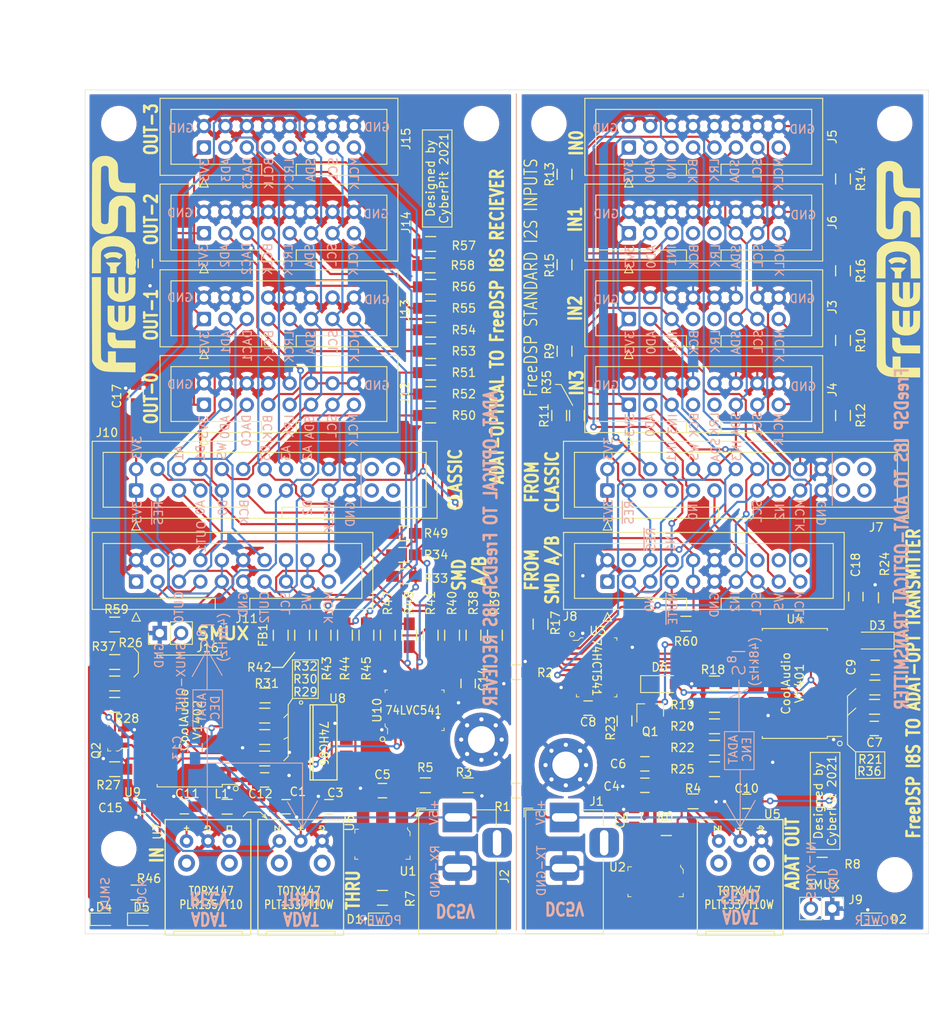
<source format=kicad_pcb>
(kicad_pcb (version 20171130) (host pcbnew "(5.1.9-0-10_14)")
  (layers (0 F.Cu signal) (31 B.Cu signal) (34 B.Paste user) (35 F.Paste user) (36 B.SilkS user) (37 F.SilkS user) (38 B.Mask user) (39 F.Mask user) (44 Edge.Cuts user))
  (net 0 "")
  (net 1 +5VD)
  (net 2 GNDD)
  (net 3 +5V)
  (net 4 GND)
  (net 5 VDD)
  (net 6 +3V3)
  (net 7 "Net-(C9-Pad2)")
  (net 8 "Net-(C11-Pad2)")
  (net 9 +3.3VDAC)
  (net 10 "Net-(D1-Pad2)")
  (net 11 "Net-(D2-Pad2)")
  (net 12 "Net-(D4-Pad2)")
  (net 13 "Net-(D5-Pad1)")
  (net 14 "Net-(J1-Pad3)")
  (net 15 "Net-(J2-Pad3)")
  (net 16 VIN)
  (net 17 ADCDout2)
  (net 18 DATAin2)
  (net 19 BCLKin)
  (net 20 "Net-(J3-Pad9)")
  (net 21 SDA)
  (net 22 SCL)
  (net 23 "Net-(J3-Pad15)")
  (net 24 ADCDout3)
  (net 25 DATAin3)
  (net 26 "Net-(J4-Pad9)")
  (net 27 "Net-(J4-Pad15)")
  (net 28 "Net-(J5-Pad15)")
  (net 29 "Net-(J5-Pad9)")
  (net 30 DATAin0)
  (net 31 ADCDout0)
  (net 32 "Net-(J6-Pad15)")
  (net 33 "Net-(J6-Pad9)")
  (net 34 DATAin1)
  (net 35 ADCDout1)
  (net 36 "Net-(J7-Pad5)")
  (net 37 "Net-(J7-Pad13)")
  (net 38 MCLKin)
  (net 39 "Net-(J7-Pad4)")
  (net 40 LRCLKin)
  (net 41 "Net-(J8-Pad4)")
  (net 42 ~TX_RES)
  (net 43 "Net-(J8-Pad16)")
  (net 44 "Net-(J8-Pad18)")
  (net 45 "Net-(J8-Pad20)")
  (net 46 "Net-(J9-Pad2)")
  (net 47 SDATA2)
  (net 48 SDATA3)
  (net 49 DAC_DAT3)
  (net 50 DAC_SDA)
  (net 51 "Net-(J10-Pad10)")
  (net 52 DAC_DAT1)
  (net 53 SDATA1)
  (net 54 DAC_MCK0)
  (net 55 DAC_DAT2)
  (net 56 DAC_SCL)
  (net 57 "Net-(J10-Pad13)")
  (net 58 "Net-(J10-Pad11)")
  (net 59 DAC_DAT0)
  (net 60 SDATA0)
  (net 61 "Net-(J11-Pad4)")
  (net 62 "Net-(J11-Pad17)")
  (net 63 "Net-(J11-Pad15)")
  (net 64 "Net-(J12-Pad9)")
  (net 65 "Net-(J12-Pad7)")
  (net 66 "Net-(J13-Pad7)")
  (net 67 "Net-(J13-Pad9)")
  (net 68 DAC_MCK1)
  (net 69 DAC_MCK2)
  (net 70 "Net-(J14-Pad9)")
  (net 71 "Net-(J14-Pad7)")
  (net 72 "Net-(J15-Pad7)")
  (net 73 "Net-(J15-Pad9)")
  (net 74 DAC_MCK3)
  (net 75 /ADATx4TX-Part/MUTEn)
  (net 76 "Net-(R3-Pad1)")
  (net 77 "Net-(R4-Pad1)")
  (net 78 "Net-(R18-Pad1)")
  (net 79 "Net-(R19-Pad1)")
  (net 80 "Net-(R21-Pad1)")
  (net 81 "Net-(R25-Pad2)")
  (net 82 "Net-(R25-Pad1)")
  (net 83 /ADATx4RX-Part/SMUX)
  (net 84 "Net-(R26-Pad1)")
  (net 85 "Net-(R28-Pad1)")
  (net 86 "Net-(R28-Pad2)")
  (net 87 /ADATx4RX-Part/256fs)
  (net 88 "Net-(R29-Pad2)")
  (net 89 "Net-(R30-Pad2)")
  (net 90 /ADATx4RX-Part/BCLK)
  (net 91 "Net-(R31-Pad2)")
  (net 92 "Net-(R32-Pad2)")
  (net 93 /ADATx4RX-Part/LRCK)
  (net 94 /ADATx4RX-Part/DATA0)
  (net 95 /ADATx4RX-Part/DATA1)
  (net 96 /ADATx4RX-Part/DATA2)
  (net 97 /ADATx4RX-Part/DATA3)
  (net 98 "Net-(R38-Pad2)")
  (net 99 "Net-(R40-Pad2)")
  (net 100 "Net-(R42-Pad2)")
  (net 101 "Net-(R44-Pad2)")
  (net 102 DAC_BCLK)
  (net 103 DAC_LRCK)
  (net 104 "Net-(U3-Pad12)")
  (net 105 /ADATx4TX-Part/LRCKI)
  (net 106 /ADATx4TX-Part/DIN3)
  (net 107 /ADATx4TX-Part/DIN2)
  (net 108 /ADATx4TX-Part/DIN1)
  (net 109 /ADATx4TX-Part/DIN0)
  (net 110 "Net-(U4-Pad2)")
  (net 111 "Net-(U4-Pad3)")
  (net 112 /ADATx4RX-Part/~BCLK)
  (net 113 "Net-(U9-Pad14)")
  (net 114 "Net-(U9-Pad15)")
  (net 115 "Net-(U9-Pad17)")
  (net 116 ~RX_RES)
  (net 117 "Net-(Q2-Pad1)")
  (net 118 /ADATx4RX-Part/LRCK_B)
  (net 119 /ADATx4RX-Part/256fs_B)
  (net 120 "Net-(U8-Pad11)")
  (net 121 "Net-(J10-Pad4)")
  (net 122 "Net-(J10-Pad5)")
  (net 123 "Net-(R39-Pad2)")
  (net 124 "Net-(R41-Pad2)")
  (net 125 "Net-(D6-Pad1)")
  (net 126 /ADATx4TX-Part/~DSP_RES)
  (net 127 "Net-(U7-Pad3)")
  (net 128 /ADATx4TX-Part/~TX_MUTE)
  (net 129 "Net-(J3-Pad7)")
  (net 130 "Net-(J4-Pad7)")
  (net 131 "Net-(J6-Pad7)")
  (module digikey-footprints:SOT-23-3 (layer F.Cu) (at 143.51 106.68 180)
    (fp_text reference Q2 (at 2.18948 -1.60274 270) (layer F.SilkS))
    (fp_text value 2N7002)
    (pad 3 smd rect (at 1.05 0 180) (size 1.3 0.6) (layers F.Cu F.Paste F.Mask) (net 116 ~RX_RES))
    (pad 2 smd rect (at -1.05 0.95 180) (size 1.3 0.6) (layers F.Cu F.Paste F.Mask) (net 2 GNDD))
    (pad 1 smd rect (at -1.05 -0.95 180) (size 1.3 0.6) (layers F.Cu F.Paste F.Mask) (net 117 "Net-(Q2-Pad1)"))
  )
  (module Connector_IDC:IDC-Header_2x13_P2.54mm_Vertical (layer F.Cu) (at 201.93 77.47 90)
    (fp_text reference J7 (at -4.3688 31.877 180) (layer F.SilkS))
    (fp_text value Conn_02x11_Odd_Even)
    (pad 26 thru_hole circle (at 2.54 30.48 90) (size 1.7 1.7) (drill 1) (layers *.Cu *.Mask))
    (pad 24 thru_hole circle (at 2.54 27.94 90) (size 1.7 1.7) (drill 1) (layers *.Cu *.Mask))
    (pad 22 thru_hole circle (at 2.54 25.4 90) (size 1.7 1.7) (drill 1) (layers *.Cu *.Mask) (net 4 GND))
    (pad 20 thru_hole circle (at 2.54 22.86 90) (size 1.7 1.7) (drill 1) (layers *.Cu *.Mask) (net 4 GND))
    (pad 18 thru_hole circle (at 2.54 20.32 90) (size 1.7 1.7) (drill 1) (layers *.Cu *.Mask) (net 17 ADCDout2))
    (pad 16 thru_hole circle (at 2.54 17.78 90) (size 1.7 1.7) (drill 1) (layers *.Cu *.Mask) (net 24 ADCDout3))
    (pad 14 thru_hole circle (at 2.54 15.24 90) (size 1.7 1.7) (drill 1) (layers *.Cu *.Mask) (net 25 DATAin3))
    (pad 12 thru_hole circle (at 2.54 12.7 90) (size 1.7 1.7) (drill 1) (layers *.Cu *.Mask) (net 21 SDA))
    (pad 10 thru_hole circle (at 2.54 10.16 90) (size 1.7 1.7) (drill 1) (layers *.Cu *.Mask) (net 40 LRCLKin))
    (pad 8 thru_hole circle (at 2.54 7.62 90) (size 1.7 1.7) (drill 1) (layers *.Cu *.Mask) (net 34 DATAin1))
    (pad 6 thru_hole circle (at 2.54 5.08 90) (size 1.7 1.7) (drill 1) (layers *.Cu *.Mask) (net 35 ADCDout1))
    (pad 4 thru_hole circle (at 2.54 2.54 90) (size 1.7 1.7) (drill 1) (layers *.Cu *.Mask) (net 39 "Net-(J7-Pad4)"))
    (pad 2 thru_hole circle (at 2.54 0 90) (size 1.7 1.7) (drill 1) (layers *.Cu *.Mask) (net 16 VIN))
    (pad 25 thru_hole circle (at 0 30.48 90) (size 1.7 1.7) (drill 1) (layers *.Cu *.Mask))
    (pad 23 thru_hole circle (at 0 27.94 90) (size 1.7 1.7) (drill 1) (layers *.Cu *.Mask))
    (pad 21 thru_hole circle (at 0 25.4 90) (size 1.7 1.7) (drill 1) (layers *.Cu *.Mask) (net 4 GND))
    (pad 19 thru_hole circle (at 0 22.86 90) (size 1.7 1.7) (drill 1) (layers *.Cu *.Mask) (net 38 MCLKin))
    (pad 17 thru_hole circle (at 0 20.32 90) (size 1.7 1.7) (drill 1) (layers *.Cu *.Mask) (net 18 DATAin2))
    (pad 15 thru_hole circle (at 0 17.78 90) (size 1.7 1.7) (drill 1) (layers *.Cu *.Mask) (net 22 SCL))
    (pad 13 thru_hole circle (at 0 15.24 90) (size 1.7 1.7) (drill 1) (layers *.Cu *.Mask) (net 37 "Net-(J7-Pad13)"))
    (pad 11 thru_hole circle (at 0 12.7 90) (size 1.7 1.7) (drill 1) (layers *.Cu *.Mask) (net 19 BCLKin))
    (pad 9 thru_hole circle (at 0 10.16 90) (size 1.7 1.7) (drill 1) (layers *.Cu *.Mask) (net 30 DATAin0))
    (pad 7 thru_hole circle (at 0 7.62 90) (size 1.7 1.7) (drill 1) (layers *.Cu *.Mask) (net 31 ADCDout0))
    (pad 5 thru_hole circle (at 0 5.08 90) (size 1.7 1.7) (drill 1) (layers *.Cu *.Mask) (net 36 "Net-(J7-Pad5)"))
    (pad 3 thru_hole circle (at 0 2.54 90) (size 1.7 1.7) (drill 1) (layers *.Cu *.Mask) (net 126 /ADATx4TX-Part/~DSP_RES))
    (pad 1 thru_hole roundrect (at 0 0 90) (size 1.7 1.7) (drill 1) (layers *.Cu *.Mask) (roundrect_rratio 0.1470588235294118) (net 16 VIN))
  )
  (module Connector_IDC:IDC-Header_2x13_P2.54mm_Vertical (layer F.Cu) (at 146.05 77.47 90)
    (fp_text reference J10 (at 6.858 -3.4544 180) (layer F.SilkS))
    (fp_text value Conn_02x11_Odd_Even hide)
    (pad 26 thru_hole circle (at 2.54 30.48 90) (size 1.7 1.7) (drill 1) (layers *.Cu *.Mask))
    (pad 24 thru_hole circle (at 2.54 27.94 90) (size 1.7 1.7) (drill 1) (layers *.Cu *.Mask))
    (pad 22 thru_hole circle (at 2.54 25.4 90) (size 1.7 1.7) (drill 1) (layers *.Cu *.Mask) (net 2 GNDD))
    (pad 20 thru_hole circle (at 2.54 22.86 90) (size 1.7 1.7) (drill 1) (layers *.Cu *.Mask) (net 2 GNDD))
    (pad 18 thru_hole circle (at 2.54 20.32 90) (size 1.7 1.7) (drill 1) (layers *.Cu *.Mask) (net 47 SDATA2))
    (pad 16 thru_hole circle (at 2.54 17.78 90) (size 1.7 1.7) (drill 1) (layers *.Cu *.Mask) (net 48 SDATA3))
    (pad 14 thru_hole circle (at 2.54 15.24 90) (size 1.7 1.7) (drill 1) (layers *.Cu *.Mask) (net 49 DAC_DAT3))
    (pad 12 thru_hole circle (at 2.54 12.7 90) (size 1.7 1.7) (drill 1) (layers *.Cu *.Mask) (net 50 DAC_SDA))
    (pad 10 thru_hole circle (at 2.54 10.16 90) (size 1.7 1.7) (drill 1) (layers *.Cu *.Mask) (net 51 "Net-(J10-Pad10)"))
    (pad 8 thru_hole circle (at 2.54 7.62 90) (size 1.7 1.7) (drill 1) (layers *.Cu *.Mask) (net 52 DAC_DAT1))
    (pad 6 thru_hole circle (at 2.54 5.08 90) (size 1.7 1.7) (drill 1) (layers *.Cu *.Mask) (net 53 SDATA1))
    (pad 4 thru_hole circle (at 2.54 2.54 90) (size 1.7 1.7) (drill 1) (layers *.Cu *.Mask) (net 121 "Net-(J10-Pad4)"))
    (pad 2 thru_hole circle (at 2.54 0 90) (size 1.7 1.7) (drill 1) (layers *.Cu *.Mask) (net 9 +3.3VDAC))
    (pad 25 thru_hole circle (at 0 30.48 90) (size 1.7 1.7) (drill 1) (layers *.Cu *.Mask))
    (pad 23 thru_hole circle (at 0 27.94 90) (size 1.7 1.7) (drill 1) (layers *.Cu *.Mask))
    (pad 21 thru_hole circle (at 0 25.4 90) (size 1.7 1.7) (drill 1) (layers *.Cu *.Mask) (net 2 GNDD))
    (pad 19 thru_hole circle (at 0 22.86 90) (size 1.7 1.7) (drill 1) (layers *.Cu *.Mask) (net 54 DAC_MCK0))
    (pad 17 thru_hole circle (at 0 20.32 90) (size 1.7 1.7) (drill 1) (layers *.Cu *.Mask) (net 55 DAC_DAT2))
    (pad 15 thru_hole circle (at 0 17.78 90) (size 1.7 1.7) (drill 1) (layers *.Cu *.Mask) (net 56 DAC_SCL))
    (pad 13 thru_hole circle (at 0 15.24 90) (size 1.7 1.7) (drill 1) (layers *.Cu *.Mask) (net 57 "Net-(J10-Pad13)"))
    (pad 11 thru_hole circle (at 0 12.7 90) (size 1.7 1.7) (drill 1) (layers *.Cu *.Mask) (net 58 "Net-(J10-Pad11)"))
    (pad 9 thru_hole circle (at 0 10.16 90) (size 1.7 1.7) (drill 1) (layers *.Cu *.Mask) (net 59 DAC_DAT0))
    (pad 7 thru_hole circle (at 0 7.62 90) (size 1.7 1.7) (drill 1) (layers *.Cu *.Mask) (net 60 SDATA0))
    (pad 5 thru_hole circle (at 0 5.08 90) (size 1.7 1.7) (drill 1) (layers *.Cu *.Mask) (net 122 "Net-(J10-Pad5)"))
    (pad 3 thru_hole circle (at 0 2.54 90) (size 1.7 1.7) (drill 1) (layers *.Cu *.Mask) (net 116 ~RX_RES))
    (pad 1 thru_hole roundrect (at 0 0 90) (size 1.7 1.7) (drill 1) (layers *.Cu *.Mask) (roundrect_rratio 0.1470588235294118) (net 9 +3.3VDAC))
  )
  (module MyLibrary:PLR135-T10 (layer F.Cu) (at 154.57 119 180)
    (fp_text reference U7 (at 5.98 1.144 90) (layer F.SilkS))
    (fp_text value PLR135/T10)
    (pad "" thru_hole circle (at 2.54 -2.62 180) (size 2 2) (drill 1.1) (layers *.Cu *.Mask))
    (pad "" thru_hole circle (at -2.54 -2.62 180) (size 2 2) (drill 1.1) (layers *.Cu *.Mask))
    (pad 1 thru_hole circle (at 2.54 0 180) (size 1.6 1.6) (drill 0.8) (layers *.Cu *.Mask) (net 8 "Net-(C11-Pad2)"))
    (pad 2 thru_hole circle (at 0 0 180) (size 1.6 1.6) (drill 0.8) (layers *.Cu *.Mask) (net 2 GNDD))
    (pad 3 thru_hole circle (at -2.54 0 180) (size 1.6 1.6) (drill 0.8) (layers *.Cu *.Mask) (net 127 "Net-(U7-Pad3)"))
  )
  (module MyLibrary:PLT133-T10W (layer F.Cu) (at 165.57 119 180)
    (fp_text reference U6 (at -5.8038 2.1346 270) (layer F.SilkS))
    (fp_text value PLT133/T10W)
    (pad "" thru_hole circle (at 2.54 -2.62 180) (size 2 2) (drill 1.1) (layers *.Cu *.Mask))
    (pad "" thru_hole circle (at -2.54 -2.62 180) (size 2 2) (drill 1.1) (layers *.Cu *.Mask))
    (pad 1 thru_hole circle (at 2.54 0 180) (size 1.6 1.6) (drill 0.8) (layers *.Cu *.Mask) (net 85 "Net-(R28-Pad1)"))
    (pad 2 thru_hole circle (at 0 0 180) (size 1.6 1.6) (drill 0.8) (layers *.Cu *.Mask) (net 1 +5VD))
    (pad 3 thru_hole circle (at -2.54 0 180) (size 1.6 1.6) (drill 0.8) (layers *.Cu *.Mask) (net 2 GNDD))
  )
  (module MyLibrary:PLT133-T10W (layer F.Cu) (at 217.678 119 180)
    (fp_text reference U5 (at -3.81 3.175) (layer F.SilkS))
    (fp_text value PLT133/T10W)
    (pad "" thru_hole circle (at 2.54 -2.62 180) (size 2 2) (drill 1.1) (layers *.Cu *.Mask))
    (pad "" thru_hole circle (at -2.54 -2.62 180) (size 2 2) (drill 1.1) (layers *.Cu *.Mask))
    (pad 1 thru_hole circle (at 2.54 0 180) (size 1.6 1.6) (drill 0.8) (layers *.Cu *.Mask) (net 82 "Net-(R25-Pad1)"))
    (pad 2 thru_hole circle (at 0 0 180) (size 1.6 1.6) (drill 0.8) (layers *.Cu *.Mask) (net 3 +5V))
    (pad 3 thru_hole circle (at -2.54 0 180) (size 1.6 1.6) (drill 0.8) (layers *.Cu *.Mask) (net 4 GND))
  )
  (module fdsp_resistor:R_0805_HandSoldering (layer F.Cu) (at 156.845 114.935)
    (fp_text reference L1 (at -0.635 -1.524) (layer F.SilkS))
    (fp_text value MLZ2012M470WTD25)
    (pad 2 smd rect (at 1.35 0) (size 1.5 1.3) (layers F.Cu F.Paste F.Mask) (net 1 +5VD))
    (pad 1 smd rect (at -1.35 0) (size 1.5 1.3) (layers F.Cu F.Paste F.Mask) (net 8 "Net-(C11-Pad2)"))
  )
  (module fdsp_misc:LOGO_FREEDSP_600dpi (layer F.Cu) (at 143.3068 50.7492 90)
    (fp_text reference G*** hide)
    (fp_text value LOGO hide)
  )
  (module fdsp_misc:LOGO_FREEDSP_600dpi (layer F.Cu) (at 236.347 51.3588 90)
    (fp_text reference G*** hide)
    (fp_text value LOGO hide)
  )
  (module fdsp_capacitor:C_0805_HandSoldering (layer F.Cu) (at 206.375 109.855 180)
    (fp_text reference C6 (at 3.175 0) (layer F.SilkS))
    (fp_text value 10uF)
    (pad 2 smd rect (at 1.25 0 180) (size 1.5 1.25) (layers F.Cu F.Paste F.Mask) (net 4 GND))
    (pad 1 smd rect (at -1.25 0 180) (size 1.5 1.25) (layers F.Cu F.Paste F.Mask) (net 6 +3V3))
  )
  (module fdsp_capacitor:C_0805_HandSoldering (layer F.Cu) (at 146.05 66.04 90)
    (fp_text reference C17 (at -0.254 -2.286 90) (layer F.SilkS))
    (fp_text value 100n)
    (pad 2 smd rect (at 1.25 0 90) (size 1.5 1.25) (layers F.Cu F.Paste F.Mask) (net 2 GNDD))
    (pad 1 smd rect (at -1.25 0 90) (size 1.5 1.25) (layers F.Cu F.Paste F.Mask) (net 9 +3.3VDAC))
  )
  (module fdsp_capacitor:C_0805_HandSoldering (layer F.Cu) (at 147.1422 50.5714 270)
    (fp_text reference C16 (at 0 1.651 90) (layer F.SilkS))
    (fp_text value 100n)
    (pad 2 smd rect (at 1.25 0 270) (size 1.5 1.25) (layers F.Cu F.Paste F.Mask) (net 2 GNDD))
    (pad 1 smd rect (at -1.25 0 270) (size 1.5 1.25) (layers F.Cu F.Paste F.Mask) (net 9 +3.3VDAC))
  )
  (module fdsp_capacitor:C_0805_HandSoldering (layer F.Cu) (at 146.685 114.935)
    (fp_text reference C15 (at -3.683 0.127) (layer F.SilkS))
    (fp_text value 100n)
    (pad 2 smd rect (at 1.25 0) (size 1.5 1.25) (layers F.Cu F.Paste F.Mask) (net 1 +5VD))
    (pad 1 smd rect (at -1.25 0) (size 1.5 1.25) (layers F.Cu F.Paste F.Mask) (net 2 GNDD))
  )
  (module fdsp_capacitor:C_0805_HandSoldering (layer F.Cu) (at 185.42 100.33 90)
    (fp_text reference C14 (at 0.508 1.778 90) (layer F.SilkS))
    (fp_text value 100n)
    (pad 2 smd rect (at 1.25 0 90) (size 1.5 1.25) (layers F.Cu F.Paste F.Mask) (net 5 VDD))
    (pad 1 smd rect (at -1.25 0 90) (size 1.5 1.25) (layers F.Cu F.Paste F.Mask) (net 2 GNDD))
  )
  (module fdsp_capacitor:C_0805_HandSoldering (layer B.Cu) (at 153.035 107.95 270)
    (fp_text reference C13 (at 0 2.1 90) (layer B.SilkS) (effects (justify mirror)))
    (fp_text value 100n)
    (pad 2 smd rect (at 1.25 0 270) (size 1.5 1.25) (layers B.Cu B.Paste B.Mask) (net 1 +5VD))
    (pad 1 smd rect (at -1.25 0 270) (size 1.5 1.25) (layers B.Cu B.Paste B.Mask) (net 2 GNDD))
  )
  (module fdsp_capacitor:C_0805_HandSoldering (layer F.Cu) (at 161.29 111.76 180)
    (fp_text reference C12 (at 0.508 -1.651) (layer F.SilkS))
    (fp_text value 100n)
    (pad 2 smd rect (at 1.25 0 180) (size 1.5 1.25) (layers F.Cu F.Paste F.Mask) (net 2 GNDD))
    (pad 1 smd rect (at -1.25 0 180) (size 1.5 1.25) (layers F.Cu F.Paste F.Mask) (net 1 +5VD))
  )
  (module fdsp_capacitor:C_0805_HandSoldering (layer F.Cu) (at 151.765 114.935)
    (fp_text reference C11 (at 0.36322 -1.55194) (layer F.SilkS))
    (fp_text value 100n)
    (pad 2 smd rect (at 1.25 0) (size 1.5 1.25) (layers F.Cu F.Paste F.Mask) (net 8 "Net-(C11-Pad2)"))
    (pad 1 smd rect (at -1.25 0) (size 1.5 1.25) (layers F.Cu F.Paste F.Mask) (net 2 GNDD))
  )
  (module fdsp_capacitor:C_0805_HandSoldering (layer F.Cu) (at 218.44 114.3)
    (fp_text reference C10 (at 0 -1.524) (layer F.SilkS))
    (fp_text value 100n)
    (pad 2 smd rect (at 1.25 0) (size 1.5 1.25) (layers F.Cu F.Paste F.Mask) (net 3 +5V))
    (pad 1 smd rect (at -1.25 0) (size 1.5 1.25) (layers F.Cu F.Paste F.Mask) (net 4 GND))
  )
  (module fdsp_capacitor:C_0805_HandSoldering (layer F.Cu) (at 199.644 103.251)
    (fp_text reference C8 (at 0 1.651) (layer F.SilkS))
    (fp_text value 100n)
    (pad 2 smd rect (at 1.25 0) (size 1.5 1.25) (layers F.Cu F.Paste F.Mask) (net 3 +5V))
    (pad 1 smd rect (at -1.25 0) (size 1.5 1.25) (layers F.Cu F.Paste F.Mask) (net 4 GND))
  )
  (module fdsp_capacitor:C_0805_HandSoldering (layer F.Cu) (at 233.5784 105.664)
    (fp_text reference C7 (at 0.0254 1.6764) (layer F.SilkS))
    (fp_text value 100n)
    (pad 2 smd rect (at 1.25 0) (size 1.5 1.25) (layers F.Cu F.Paste F.Mask) (net 3 +5V))
    (pad 1 smd rect (at -1.25 0) (size 1.5 1.25) (layers F.Cu F.Paste F.Mask) (net 4 GND))
  )
  (module fdsp_capacitor:C_0805_HandSoldering (layer F.Cu) (at 206.375 112.395 180)
    (fp_text reference C4 (at 3.937 -0.127) (layer F.SilkS))
    (fp_text value 100n)
    (pad 2 smd rect (at 1.25 0 180) (size 1.5 1.25) (layers F.Cu F.Paste F.Mask) (net 4 GND))
    (pad 1 smd rect (at -1.25 0 180) (size 1.5 1.25) (layers F.Cu F.Paste F.Mask) (net 6 +3V3))
  )
  (module fdsp_capacitor:C_0805_HandSoldering (layer F.Cu) (at 168.91 114.935 180)
    (fp_text reference C3 (at -0.762 1.651) (layer F.SilkS))
    (fp_text value 100n)
    (pad 2 smd rect (at 1.25 0 180) (size 1.5 1.25) (layers F.Cu F.Paste F.Mask) (net 2 GNDD))
    (pad 1 smd rect (at -1.25 0 180) (size 1.5 1.25) (layers F.Cu F.Paste F.Mask) (net 5 VDD))
  )
  (module fdsp_capacitor:C_0805_HandSoldering (layer F.Cu) (at 205.105 116.205 270)
    (fp_text reference C2 (at 0.381 1.651 90) (layer F.SilkS))
    (fp_text value 100n)
    (pad 2 smd rect (at 1.25 0 270) (size 1.5 1.25) (layers F.Cu F.Paste F.Mask) (net 3 +5V))
    (pad 1 smd rect (at -1.25 0 270) (size 1.5 1.25) (layers F.Cu F.Paste F.Mask) (net 4 GND))
  )
  (module fdsp_capacitor:C_0805_HandSoldering (layer F.Cu) (at 163.83 114.935 180)
    (fp_text reference C1 (at -1.397 1.778) (layer F.SilkS))
    (fp_text value 100n)
    (pad 2 smd rect (at 1.25 0 180) (size 1.5 1.25) (layers F.Cu F.Paste F.Mask) (net 1 +5VD))
    (pad 1 smd rect (at -1.25 0 180) (size 1.5 1.25) (layers F.Cu F.Paste F.Mask) (net 2 GNDD))
  )
  (module LED_SMD:LED_0603_1608Metric_Pad1.05x0.95mm_HandSolder (layer F.Cu) (at 175.26 128.27)
    (fp_text reference D1 (at -3.302 0) (layer F.SilkS))
    (fp_text value BLU_LED)
    (pad 2 smd roundrect (at 0.875 0) (size 1.05 0.95) (layers F.Cu F.Paste F.Mask) (net 10 "Net-(D1-Pad2)"))
    (pad 1 smd roundrect (at -0.875 0) (size 1.05 0.95) (layers F.Cu F.Paste F.Mask) (net 2 GNDD))
  )
  (module LED_SMD:LED_0603_1608Metric_Pad1.05x0.95mm_HandSolder (layer F.Cu) (at 233.68 128.27)
    (fp_text reference D2 (at 2.794 0) (layer F.SilkS))
    (fp_text value BLU_LED)
    (pad 2 smd roundrect (at 0.875 0) (size 1.05 0.95) (layers F.Cu F.Paste F.Mask) (net 11 "Net-(D2-Pad2)"))
    (pad 1 smd roundrect (at -0.875 0) (size 1.05 0.95) (layers F.Cu F.Paste F.Mask) (net 4 GND))
  )
  (module Diode_SMD:D_SOD-123 (layer F.Cu) (at 233.68 95.25 180)
    (fp_text reference D3 (at -0.254 1.778) (layer F.SilkS))
    (fp_text value Si-Diode)
    (pad 1 smd rect (at -1.65 0 180) (size 0.9 1.2) (layers F.Cu F.Paste F.Mask) (net 3 +5V))
    (pad 2 smd rect (at 1.65 0 180) (size 0.9 1.2) (layers F.Cu F.Paste F.Mask) (net 7 "Net-(C9-Pad2)"))
  )
  (module LED_SMD:LED_0603_1608Metric_Pad1.05x0.95mm_HandSolder (layer F.Cu) (at 142.24 128.27)
    (fp_text reference D4 (at 0 -1.43) (layer F.SilkS))
    (fp_text value RED_LED)
    (pad 1 smd roundrect (at -0.875 0) (size 1.05 0.95) (layers F.Cu F.Paste F.Mask) (net 2 GNDD))
    (pad 2 smd roundrect (at 0.875 0) (size 1.05 0.95) (layers F.Cu F.Paste F.Mask) (net 12 "Net-(D4-Pad2)"))
  )
  (module LED_SMD:LED_0603_1608Metric_Pad1.05x0.95mm_HandSolder (layer F.Cu) (at 146.685 128.27)
    (fp_text reference D5 (at 0 -1.43) (layer F.SilkS))
    (fp_text value GRN_LED)
    (pad 1 smd roundrect (at -0.875 0) (size 1.05 0.95) (layers F.Cu F.Paste F.Mask) (net 13 "Net-(D5-Pad1)"))
    (pad 2 smd roundrect (at 0.875 0) (size 1.05 0.95) (layers F.Cu F.Paste F.Mask) (net 1 +5VD))
  )
  (module Connector_BarrelJack:BarrelJack_Horizontal (layer F.Cu) (at 196.85 116.205 90)
    (fp_text reference J1 (at 1.905 3.81 180) (layer F.SilkS))
    (fp_text value Barrel_Jack_Switch hide)
    (pad 3 thru_hole roundrect (at -3 4.7 90) (size 3.5 3.5) (drill oval 3 1) (layers *.Cu *.Mask) (net 14 "Net-(J1-Pad3)"))
    (pad 2 thru_hole roundrect (at -6 0 90) (size 3 3.5) (drill oval 1 3) (layers *.Cu *.Mask) (net 4 GND))
    (pad 1 thru_hole rect (at 0 0 90) (size 3.5 3.5) (drill oval 1 3) (layers *.Cu *.Mask) (net 3 +5V))
  )
  (module Connector_BarrelJack:BarrelJack_Horizontal (layer F.Cu) (at 184.15 116.205 90)
    (fp_text reference J2 (at -6.985 5.588 90) (layer F.SilkS))
    (fp_text value Barrel_Jack_Switch hide)
    (pad 1 thru_hole rect (at 0 0 90) (size 3.5 3.5) (drill oval 1 3) (layers *.Cu *.Mask) (net 1 +5VD))
    (pad 2 thru_hole roundrect (at -6 0 90) (size 3 3.5) (drill oval 1 3) (layers *.Cu *.Mask) (net 2 GNDD))
    (pad 3 thru_hole roundrect (at -3 4.7 90) (size 3.5 3.5) (drill oval 3 1) (layers *.Cu *.Mask) (net 15 "Net-(J2-Pad3)"))
  )
  (module Connector_IDC:IDC-Header_2x08_P2.54mm_Vertical (layer F.Cu) (at 204.47 57.15 90)
    (fp_text reference J3 (at 1.397 24.13 90) (layer F.SilkS))
    (fp_text value Conn_02x08_Odd_Even hide)
    (pad 1 thru_hole roundrect (at 0 0 90) (size 1.7 1.7) (drill 1) (layers *.Cu *.Mask) (roundrect_rratio 0.1470588235294118) (net 16 VIN))
    (pad 3 thru_hole circle (at 0 2.54 90) (size 1.7 1.7) (drill 1) (layers *.Cu *.Mask) (net 17 ADCDout2))
    (pad 5 thru_hole circle (at 0 5.08 90) (size 1.7 1.7) (drill 1) (layers *.Cu *.Mask) (net 18 DATAin2))
    (pad 7 thru_hole circle (at 0 7.62 90) (size 1.7 1.7) (drill 1) (layers *.Cu *.Mask) (net 129 "Net-(J3-Pad7)"))
    (pad 9 thru_hole circle (at 0 10.16 90) (size 1.7 1.7) (drill 1) (layers *.Cu *.Mask) (net 20 "Net-(J3-Pad9)"))
    (pad 11 thru_hole circle (at 0 12.7 90) (size 1.7 1.7) (drill 1) (layers *.Cu *.Mask) (net 21 SDA))
    (pad 13 thru_hole circle (at 0 15.24 90) (size 1.7 1.7) (drill 1) (layers *.Cu *.Mask) (net 22 SCL))
    (pad 15 thru_hole circle (at 0 17.78 90) (size 1.7 1.7) (drill 1) (layers *.Cu *.Mask) (net 23 "Net-(J3-Pad15)"))
    (pad 2 thru_hole circle (at 2.54 0 90) (size 1.7 1.7) (drill 1) (layers *.Cu *.Mask) (net 4 GND))
    (pad 4 thru_hole circle (at 2.54 2.54 90) (size 1.7 1.7) (drill 1) (layers *.Cu *.Mask) (net 4 GND))
    (pad 6 thru_hole circle (at 2.54 5.08 90) (size 1.7 1.7) (drill 1) (layers *.Cu *.Mask) (net 4 GND))
    (pad 8 thru_hole circle (at 2.54 7.62 90) (size 1.7 1.7) (drill 1) (layers *.Cu *.Mask) (net 4 GND))
    (pad 10 thru_hole circle (at 2.54 10.16 90) (size 1.7 1.7) (drill 1) (layers *.Cu *.Mask) (net 4 GND))
    (pad 12 thru_hole circle (at 2.54 12.7 90) (size 1.7 1.7) (drill 1) (layers *.Cu *.Mask) (net 4 GND))
    (pad 14 thru_hole circle (at 2.54 15.24 90) (size 1.7 1.7) (drill 1) (layers *.Cu *.Mask) (net 4 GND))
    (pad 16 thru_hole circle (at 2.54 17.78 90) (size 1.7 1.7) (drill 1) (layers *.Cu *.Mask) (net 4 GND))
  )
  (module Connector_IDC:IDC-Header_2x08_P2.54mm_Vertical (layer F.Cu) (at 204.47 67.31 90)
    (fp_text reference J4 (at 1.778 24.13 90) (layer F.SilkS))
    (fp_text value Conn_02x08_Odd_Even hide)
    (pad 1 thru_hole roundrect (at 0 0 90) (size 1.7 1.7) (drill 1) (layers *.Cu *.Mask) (roundrect_rratio 0.1470588235294118) (net 16 VIN))
    (pad 3 thru_hole circle (at 0 2.54 90) (size 1.7 1.7) (drill 1) (layers *.Cu *.Mask) (net 24 ADCDout3))
    (pad 5 thru_hole circle (at 0 5.08 90) (size 1.7 1.7) (drill 1) (layers *.Cu *.Mask) (net 25 DATAin3))
    (pad 7 thru_hole circle (at 0 7.62 90) (size 1.7 1.7) (drill 1) (layers *.Cu *.Mask) (net 130 "Net-(J4-Pad7)"))
    (pad 9 thru_hole circle (at 0 10.16 90) (size 1.7 1.7) (drill 1) (layers *.Cu *.Mask) (net 26 "Net-(J4-Pad9)"))
    (pad 11 thru_hole circle (at 0 12.7 90) (size 1.7 1.7) (drill 1) (layers *.Cu *.Mask) (net 21 SDA))
    (pad 13 thru_hole circle (at 0 15.24 90) (size 1.7 1.7) (drill 1) (layers *.Cu *.Mask) (net 22 SCL))
    (pad 15 thru_hole circle (at 0 17.78 90) (size 1.7 1.7) (drill 1) (layers *.Cu *.Mask) (net 27 "Net-(J4-Pad15)"))
    (pad 2 thru_hole circle (at 2.54 0 90) (size 1.7 1.7) (drill 1) (layers *.Cu *.Mask) (net 4 GND))
    (pad 4 thru_hole circle (at 2.54 2.54 90) (size 1.7 1.7) (drill 1) (layers *.Cu *.Mask) (net 4 GND))
    (pad 6 thru_hole circle (at 2.54 5.08 90) (size 1.7 1.7) (drill 1) (layers *.Cu *.Mask) (net 4 GND))
    (pad 8 thru_hole circle (at 2.54 7.62 90) (size 1.7 1.7) (drill 1) (layers *.Cu *.Mask) (net 4 GND))
    (pad 10 thru_hole circle (at 2.54 10.16 90) (size 1.7 1.7) (drill 1) (layers *.Cu *.Mask) (net 4 GND))
    (pad 12 thru_hole circle (at 2.54 12.7 90) (size 1.7 1.7) (drill 1) (layers *.Cu *.Mask) (net 4 GND))
    (pad 14 thru_hole circle (at 2.54 15.24 90) (size 1.7 1.7) (drill 1) (layers *.Cu *.Mask) (net 4 GND))
    (pad 16 thru_hole circle (at 2.54 17.78 90) (size 1.7 1.7) (drill 1) (layers *.Cu *.Mask) (net 4 GND))
  )
  (module Connector_IDC:IDC-Header_2x08_P2.54mm_Vertical (layer F.Cu) (at 204.47 36.83 90)
    (fp_text reference J5 (at 1.27 24.13 90) (layer F.SilkS))
    (fp_text value Conn_02x08_Odd_Even hide)
    (pad 16 thru_hole circle (at 2.54 17.78 90) (size 1.7 1.7) (drill 1) (layers *.Cu *.Mask) (net 4 GND))
    (pad 14 thru_hole circle (at 2.54 15.24 90) (size 1.7 1.7) (drill 1) (layers *.Cu *.Mask) (net 4 GND))
    (pad 12 thru_hole circle (at 2.54 12.7 90) (size 1.7 1.7) (drill 1) (layers *.Cu *.Mask) (net 4 GND))
    (pad 10 thru_hole circle (at 2.54 10.16 90) (size 1.7 1.7) (drill 1) (layers *.Cu *.Mask) (net 4 GND))
    (pad 8 thru_hole circle (at 2.54 7.62 90) (size 1.7 1.7) (drill 1) (layers *.Cu *.Mask) (net 4 GND))
    (pad 6 thru_hole circle (at 2.54 5.08 90) (size 1.7 1.7) (drill 1) (layers *.Cu *.Mask) (net 4 GND))
    (pad 4 thru_hole circle (at 2.54 2.54 90) (size 1.7 1.7) (drill 1) (layers *.Cu *.Mask) (net 4 GND))
    (pad 2 thru_hole circle (at 2.54 0 90) (size 1.7 1.7) (drill 1) (layers *.Cu *.Mask) (net 4 GND))
    (pad 15 thru_hole circle (at 0 17.78 90) (size 1.7 1.7) (drill 1) (layers *.Cu *.Mask) (net 28 "Net-(J5-Pad15)"))
    (pad 13 thru_hole circle (at 0 15.24 90) (size 1.7 1.7) (drill 1) (layers *.Cu *.Mask) (net 22 SCL))
    (pad 11 thru_hole circle (at 0 12.7 90) (size 1.7 1.7) (drill 1) (layers *.Cu *.Mask) (net 21 SDA))
    (pad 9 thru_hole circle (at 0 10.16 90) (size 1.7 1.7) (drill 1) (layers *.Cu *.Mask) (net 29 "Net-(J5-Pad9)"))
    (pad 7 thru_hole circle (at 0 7.62 90) (size 1.7 1.7) (drill 1) (layers *.Cu *.Mask) (net 19 BCLKin))
    (pad 5 thru_hole circle (at 0 5.08 90) (size 1.7 1.7) (drill 1) (layers *.Cu *.Mask) (net 30 DATAin0))
    (pad 3 thru_hole circle (at 0 2.54 90) (size 1.7 1.7) (drill 1) (layers *.Cu *.Mask) (net 31 ADCDout0))
    (pad 1 thru_hole roundrect (at 0 0 90) (size 1.7 1.7) (drill 1) (layers *.Cu *.Mask) (roundrect_rratio 0.1470588235294118) (net 16 VIN))
  )
  (module Connector_IDC:IDC-Header_2x08_P2.54mm_Vertical (layer F.Cu) (at 204.47 46.99 90)
    (fp_text reference J6 (at 1.27 24.13 90) (layer F.SilkS))
    (fp_text value Conn_02x08_Odd_Even hide)
    (pad 16 thru_hole circle (at 2.54 17.78 90) (size 1.7 1.7) (drill 1) (layers *.Cu *.Mask) (net 4 GND))
    (pad 14 thru_hole circle (at 2.54 15.24 90) (size 1.7 1.7) (drill 1) (layers *.Cu *.Mask) (net 4 GND))
    (pad 12 thru_hole circle (at 2.54 12.7 90) (size 1.7 1.7) (drill 1) (layers *.Cu *.Mask) (net 4 GND))
    (pad 10 thru_hole circle (at 2.54 10.16 90) (size 1.7 1.7) (drill 1) (layers *.Cu *.Mask) (net 4 GND))
    (pad 8 thru_hole circle (at 2.54 7.62 90) (size 1.7 1.7) (drill 1) (layers *.Cu *.Mask) (net 4 GND))
    (pad 6 thru_hole circle (at 2.54 5.08 90) (size 1.7 1.7) (drill 1) (layers *.Cu *.Mask) (net 4 GND))
    (pad 4 thru_hole circle (at 2.54 2.54 90) (size 1.7 1.7) (drill 1) (layers *.Cu *.Mask) (net 4 GND))
    (pad 2 thru_hole circle (at 2.54 0 90) (size 1.7 1.7) (drill 1) (layers *.Cu *.Mask) (net 4 GND))
    (pad 15 thru_hole circle (at 0 17.78 90) (size 1.7 1.7) (drill 1) (layers *.Cu *.Mask) (net 32 "Net-(J6-Pad15)"))
    (pad 13 thru_hole circle (at 0 15.24 90) (size 1.7 1.7) (drill 1) (layers *.Cu *.Mask) (net 22 SCL))
    (pad 11 thru_hole circle (at 0 12.7 90) (size 1.7 1.7) (drill 1) (layers *.Cu *.Mask) (net 21 SDA))
    (pad 9 thru_hole circle (at 0 10.16 90) (size 1.7 1.7) (drill 1) (layers *.Cu *.Mask) (net 33 "Net-(J6-Pad9)"))
    (pad 7 thru_hole circle (at 0 7.62 90) (size 1.7 1.7) (drill 1) (layers *.Cu *.Mask) (net 131 "Net-(J6-Pad7)"))
    (pad 5 thru_hole circle (at 0 5.08 90) (size 1.7 1.7) (drill 1) (layers *.Cu *.Mask) (net 34 DATAin1))
    (pad 3 thru_hole circle (at 0 2.54 90) (size 1.7 1.7) (drill 1) (layers *.Cu *.Mask) (net 35 ADCDout1))
    (pad 1 thru_hole roundrect (at 0 0 90) (size 1.7 1.7) (drill 1) (layers *.Cu *.Mask) (roundrect_rratio 0.1470588235294118) (net 16 VIN))
  )
  (module Connector_IDC:IDC-Header_2x10_P2.54mm_Vertical (layer F.Cu) (at 201.94016 88.26754 90)
    (fp_text reference J8 (at -4.1148 -4.4196 180) (layer F.SilkS))
    (fp_text value Conn_02x10_Odd_Even)
    (pad 1 thru_hole roundrect (at 0 0 90) (size 1.7 1.7) (drill 1) (layers *.Cu *.Mask) (roundrect_rratio 0.1470588235294118) (net 21 SDA))
    (pad 3 thru_hole circle (at 0 2.54 90) (size 1.7 1.7) (drill 1) (layers *.Cu *.Mask) (net 22 SCL))
    (pad 5 thru_hole circle (at 0 5.08 90) (size 1.7 1.7) (drill 1) (layers *.Cu *.Mask) (net 30 DATAin0))
    (pad 7 thru_hole circle (at 0 7.62 90) (size 1.7 1.7) (drill 1) (layers *.Cu *.Mask) (net 128 /ADATx4TX-Part/~TX_MUTE))
    (pad 9 thru_hole circle (at 0 10.16 90) (size 1.7 1.7) (drill 1) (layers *.Cu *.Mask) (net 16 VIN))
    (pad 11 thru_hole circle (at 0 12.7 90) (size 1.7 1.7) (drill 1) (layers *.Cu *.Mask) (net 4 GND))
    (pad 13 thru_hole circle (at 0 15.24 90) (size 1.7 1.7) (drill 1) (layers *.Cu *.Mask) (net 18 DATAin2))
    (pad 15 thru_hole circle (at 0 17.78 90) (size 1.7 1.7) (drill 1) (layers *.Cu *.Mask) (net 19 BCLKin))
    (pad 17 thru_hole circle (at 0 20.32 90) (size 1.7 1.7) (drill 1) (layers *.Cu *.Mask) (net 40 LRCLKin))
    (pad 19 thru_hole circle (at 0 22.86 90) (size 1.7 1.7) (drill 1) (layers *.Cu *.Mask) (net 38 MCLKin))
    (pad 2 thru_hole circle (at 2.54 0 90) (size 1.7 1.7) (drill 1) (layers *.Cu *.Mask) (net 4 GND))
    (pad 4 thru_hole circle (at 2.54 2.54 90) (size 1.7 1.7) (drill 1) (layers *.Cu *.Mask) (net 41 "Net-(J8-Pad4)"))
    (pad 6 thru_hole circle (at 2.54 5.08 90) (size 1.7 1.7) (drill 1) (layers *.Cu *.Mask) (net 126 /ADATx4TX-Part/~DSP_RES))
    (pad 8 thru_hole circle (at 2.54 7.62 90) (size 1.7 1.7) (drill 1) (layers *.Cu *.Mask) (net 34 DATAin1))
    (pad 10 thru_hole circle (at 2.54 10.16 90) (size 1.7 1.7) (drill 1) (layers *.Cu *.Mask) (net 16 VIN))
    (pad 12 thru_hole circle (at 2.54 12.7 90) (size 1.7 1.7) (drill 1) (layers *.Cu *.Mask) (net 4 GND))
    (pad 14 thru_hole circle (at 2.54 15.24 90) (size 1.7 1.7) (drill 1) (layers *.Cu *.Mask) (net 24 ADCDout3))
    (pad 16 thru_hole circle (at 2.54 17.78 90) (size 1.7 1.7) (drill 1) (layers *.Cu *.Mask) (net 43 "Net-(J8-Pad16)"))
    (pad 18 thru_hole circle (at 2.54 20.32 90) (size 1.7 1.7) (drill 1) (layers *.Cu *.Mask) (net 44 "Net-(J8-Pad18)"))
    (pad 20 thru_hole circle (at 2.54 22.86 90) (size 1.7 1.7) (drill 1) (layers *.Cu *.Mask) (net 45 "Net-(J8-Pad20)"))
  )
  (module Connector_PinHeader_2.54mm:PinHeader_1x02_P2.54mm_Vertical (layer F.Cu) (at 228.6 127 270)
    (fp_text reference J9 (at -1.03632 -2.7686 180) (layer F.SilkS))
    (fp_text value Conn_01x02)
    (pad 1 thru_hole rect (at 0 0 270) (size 1.7 1.7) (drill 1) (layers *.Cu *.Mask) (net 4 GND))
    (pad 2 thru_hole oval (at 0 2.54 270) (size 1.7 1.7) (drill 1) (layers *.Cu *.Mask) (net 46 "Net-(J9-Pad2)"))
  )
  (module Connector_IDC:IDC-Header_2x10_P2.54mm_Vertical (layer F.Cu) (at 146.05 88.265 90)
    (fp_text reference J11 (at -4.37896 13.10132 180) (layer F.SilkS))
    (fp_text value Conn_02x10_Odd_Even)
    (pad 20 thru_hole circle (at 2.54 22.86 90) (size 1.7 1.7) (drill 1) (layers *.Cu *.Mask) (net 54 DAC_MCK0))
    (pad 18 thru_hole circle (at 2.54 20.32 90) (size 1.7 1.7) (drill 1) (layers *.Cu *.Mask) (net 62 "Net-(J11-Pad17)"))
    (pad 16 thru_hole circle (at 2.54 17.78 90) (size 1.7 1.7) (drill 1) (layers *.Cu *.Mask) (net 63 "Net-(J11-Pad15)"))
    (pad 14 thru_hole circle (at 2.54 15.24 90) (size 1.7 1.7) (drill 1) (layers *.Cu *.Mask) (net 53 SDATA1))
    (pad 12 thru_hole circle (at 2.54 12.7 90) (size 1.7 1.7) (drill 1) (layers *.Cu *.Mask) (net 2 GNDD))
    (pad 10 thru_hole circle (at 2.54 10.16 90) (size 1.7 1.7) (drill 1) (layers *.Cu *.Mask) (net 9 +3.3VDAC))
    (pad 8 thru_hole circle (at 2.54 7.62 90) (size 1.7 1.7) (drill 1) (layers *.Cu *.Mask) (net 52 DAC_DAT1))
    (pad 6 thru_hole circle (at 2.54 5.08 90) (size 1.7 1.7) (drill 1) (layers *.Cu *.Mask) (net 116 ~RX_RES))
    (pad 4 thru_hole circle (at 2.54 2.54 90) (size 1.7 1.7) (drill 1) (layers *.Cu *.Mask) (net 61 "Net-(J11-Pad4)"))
    (pad 2 thru_hole circle (at 2.54 0 90) (size 1.7 1.7) (drill 1) (layers *.Cu *.Mask) (net 2 GNDD))
    (pad 19 thru_hole circle (at 0 22.86 90) (size 1.7 1.7) (drill 1) (layers *.Cu *.Mask) (net 54 DAC_MCK0))
    (pad 17 thru_hole circle (at 0 20.32 90) (size 1.7 1.7) (drill 1) (layers *.Cu *.Mask) (net 62 "Net-(J11-Pad17)"))
    (pad 15 thru_hole circle (at 0 17.78 90) (size 1.7 1.7) (drill 1) (layers *.Cu *.Mask) (net 63 "Net-(J11-Pad15)"))
    (pad 13 thru_hole circle (at 0 15.24 90) (size 1.7 1.7) (drill 1) (layers *.Cu *.Mask) (net 55 DAC_DAT2))
    (pad 11 thru_hole circle (at 0 12.7 90) (size 1.7 1.7) (drill 1) (layers *.Cu *.Mask) (net 2 GNDD))
    (pad 9 thru_hole circle (at 0 10.16 90) (size 1.7 1.7) (drill 1) (layers *.Cu *.Mask) (net 9 +3.3VDAC))
    (pad 7 thru_hole circle (at 0 7.62 90) (size 1.7 1.7) (drill 1) (layers *.Cu *.Mask) (net 116 ~RX_RES))
    (pad 5 thru_hole circle (at 0 5.08 90) (size 1.7 1.7) (drill 1) (layers *.Cu *.Mask) (net 59 DAC_DAT0))
    (pad 3 thru_hole circle (at 0 2.54 90) (size 1.7 1.7) (drill 1) (layers *.Cu *.Mask) (net 56 DAC_SCL))
    (pad 1 thru_hole roundrect (at 0 0 90) (size 1.7 1.7) (drill 1) (layers *.Cu *.Mask) (roundrect_rratio 0.1470588235294118) (net 50 DAC_SDA))
  )
  (module Connector_IDC:IDC-Header_2x08_P2.54mm_Vertical (layer F.Cu) (at 154.095 67.31 90)
    (fp_text reference J12 (at 1.397 23.832 90) (layer F.SilkS))
    (fp_text value Conn_02x08_Odd_Even hide)
    (pad 16 thru_hole circle (at 2.54 17.78 90) (size 1.7 1.7) (drill 1) (layers *.Cu *.Mask) (net 2 GNDD))
    (pad 14 thru_hole circle (at 2.54 15.24 90) (size 1.7 1.7) (drill 1) (layers *.Cu *.Mask) (net 2 GNDD))
    (pad 12 thru_hole circle (at 2.54 12.7 90) (size 1.7 1.7) (drill 1) (layers *.Cu *.Mask) (net 2 GNDD))
    (pad 10 thru_hole circle (at 2.54 10.16 90) (size 1.7 1.7) (drill 1) (layers *.Cu *.Mask) (net 2 GNDD))
    (pad 8 thru_hole circle (at 2.54 7.62 90) (size 1.7 1.7) (drill 1) (layers *.Cu *.Mask) (net 2 GNDD))
    (pad 6 thru_hole circle (at 2.54 5.08 90) (size 1.7 1.7) (drill 1) (layers *.Cu *.Mask) (net 2 GNDD))
    (pad 4 thru_hole circle (at 2.54 2.54 90) (size 1.7 1.7) (drill 1) (layers *.Cu *.Mask) (net 2 GNDD))
    (pad 2 thru_hole circle (at 2.54 0 90) (size 1.7 1.7) (drill 1) (layers *.Cu *.Mask) (net 2 GNDD))
    (pad 15 thru_hole circle (at 0 17.78 90) (size 1.7 1.7) (drill 1) (layers *.Cu *.Mask) (net 54 DAC_MCK0))
    (pad 13 thru_hole circle (at 0 15.24 90) (size 1.7 1.7) (drill 1) (layers *.Cu *.Mask) (net 56 DAC_SCL))
    (pad 11 thru_hole circle (at 0 12.7 90) (size 1.7 1.7) (drill 1) (layers *.Cu *.Mask) (net 50 DAC_SDA))
    (pad 9 thru_hole circle (at 0 10.16 90) (size 1.7 1.7) (drill 1) (layers *.Cu *.Mask) (net 64 "Net-(J12-Pad9)"))
    (pad 7 thru_hole circle (at 0 7.62 90) (size 1.7 1.7) (drill 1) (layers *.Cu *.Mask) (net 65 "Net-(J12-Pad7)"))
    (pad 5 thru_hole circle (at 0 5.08 90) (size 1.7 1.7) (drill 1) (layers *.Cu *.Mask) (net 59 DAC_DAT0))
    (pad 3 thru_hole circle (at 0 2.54 90) (size 1.7 1.7) (drill 1) (layers *.Cu *.Mask) (net 60 SDATA0))
    (pad 1 thru_hole roundrect (at 0 0 90) (size 1.7 1.7) (drill 1) (layers *.Cu *.Mask) (roundrect_rratio 0.1470588235294118) (net 9 +3.3VDAC))
  )
  (module Connector_IDC:IDC-Header_2x08_P2.54mm_Vertical (layer F.Cu) (at 154.095 57.15 90)
    (fp_text reference J13 (at 1.016 23.832 90) (layer F.SilkS))
    (fp_text value Conn_02x08_Odd_Even hide)
    (pad 1 thru_hole roundrect (at 0 0 90) (size 1.7 1.7) (drill 1) (layers *.Cu *.Mask) (roundrect_rratio 0.1470588235294118) (net 9 +3.3VDAC))
    (pad 3 thru_hole circle (at 0 2.54 90) (size 1.7 1.7) (drill 1) (layers *.Cu *.Mask) (net 53 SDATA1))
    (pad 5 thru_hole circle (at 0 5.08 90) (size 1.7 1.7) (drill 1) (layers *.Cu *.Mask) (net 52 DAC_DAT1))
    (pad 7 thru_hole circle (at 0 7.62 90) (size 1.7 1.7) (drill 1) (layers *.Cu *.Mask) (net 66 "Net-(J13-Pad7)"))
    (pad 9 thru_hole circle (at 0 10.16 90) (size 1.7 1.7) (drill 1) (layers *.Cu *.Mask) (net 67 "Net-(J13-Pad9)"))
    (pad 11 thru_hole circle (at 0 12.7 90) (size 1.7 1.7) (drill 1) (layers *.Cu *.Mask) (net 50 DAC_SDA))
    (pad 13 thru_hole circle (at 0 15.24 90) (size 1.7 1.7) (drill 1) (layers *.Cu *.Mask) (net 56 DAC_SCL))
    (pad 15 thru_hole circle (at 0 17.78 90) (size 1.7 1.7) (drill 1) (layers *.Cu *.Mask) (net 68 DAC_MCK1))
    (pad 2 thru_hole circle (at 2.54 0 90) (size 1.7 1.7) (drill 1) (layers *.Cu *.Mask) (net 2 GNDD))
    (pad 4 thru_hole circle (at 2.54 2.54 90) (size 1.7 1.7) (drill 1) (layers *.Cu *.Mask) (net 2 GNDD))
    (pad 6 thru_hole circle (at 2.54 5.08 90) (size 1.7 1.7) (drill 1) (layers *.Cu *.Mask) (net 2 GNDD))
    (pad 8 thru_hole circle (at 2.54 7.62 90) (size 1.7 1.7) (drill 1) (layers *.Cu *.Mask) (net 2 GNDD))
    (pad 10 thru_hole circle (at 2.54 10.16 90) (size 1.7 1.7) (drill 1) (layers *.Cu *.Mask) (net 2 GNDD))
    (pad 12 thru_hole circle (at 2.54 12.7 90) (size 1.7 1.7) (drill 1) (layers *.Cu *.Mask) (net 2 GNDD))
    (pad 14 thru_hole circle (at 2.54 15.24 90) (size 1.7 1.7) (drill 1) (layers *.Cu *.Mask) (net 2 GNDD))
    (pad 16 thru_hole circle (at 2.54 17.78 90) (size 1.7 1.7) (drill 1) (layers *.Cu *.Mask) (net 2 GNDD))
  )
  (module Connector_IDC:IDC-Header_2x08_P2.54mm_Vertical (layer F.Cu) (at 154.095 46.99 90)
    (fp_text reference J14 (at 1.27 23.959 90) (layer F.SilkS))
    (fp_text value Conn_02x08_Odd_Even hide)
    (pad 16 thru_hole circle (at 2.54 17.78 90) (size 1.7 1.7) (drill 1) (layers *.Cu *.Mask) (net 2 GNDD))
    (pad 14 thru_hole circle (at 2.54 15.24 90) (size 1.7 1.7) (drill 1) (layers *.Cu *.Mask) (net 2 GNDD))
    (pad 12 thru_hole circle (at 2.54 12.7 90) (size 1.7 1.7) (drill 1) (layers *.Cu *.Mask) (net 2 GNDD))
    (pad 10 thru_hole circle (at 2.54 10.16 90) (size 1.7 1.7) (drill 1) (layers *.Cu *.Mask) (net 2 GNDD))
    (pad 8 thru_hole circle (at 2.54 7.62 90) (size 1.7 1.7) (drill 1) (layers *.Cu *.Mask) (net 2 GNDD))
    (pad 6 thru_hole circle (at 2.54 5.08 90) (size 1.7 1.7) (drill 1) (layers *.Cu *.Mask) (net 2 GNDD))
    (pad 4 thru_hole circle (at 2.54 2.54 90) (size 1.7 1.7) (drill 1) (layers *.Cu *.Mask) (net 2 GNDD))
    (pad 2 thru_hole circle (at 2.54 0 90) (size 1.7 1.7) (drill 1) (layers *.Cu *.Mask) (net 2 GNDD))
    (pad 15 thru_hole circle (at 0 17.78 90) (size 1.7 1.7) (drill 1) (layers *.Cu *.Mask) (net 69 DAC_MCK2))
    (pad 13 thru_hole circle (at 0 15.24 90) (size 1.7 1.7) (drill 1) (layers *.Cu *.Mask) (net 56 DAC_SCL))
    (pad 11 thru_hole circle (at 0 12.7 90) (size 1.7 1.7) (drill 1) (layers *.Cu *.Mask) (net 50 DAC_SDA))
    (pad 9 thru_hole circle (at 0 10.16 90) (size 1.7 1.7) (drill 1) (layers *.Cu *.Mask) (net 70 "Net-(J14-Pad9)"))
    (pad 7 thru_hole circle (at 0 7.62 90) (size 1.7 1.7) (drill 1) (layers *.Cu *.Mask) (net 71 "Net-(J14-Pad7)"))
    (pad 5 thru_hole circle (at 0 5.08 90) (size 1.7 1.7) (drill 1) (layers *.Cu *.Mask) (net 55 DAC_DAT2))
    (pad 3 thru_hole circle (at 0 2.54 90) (size 1.7 1.7) (drill 1) (layers *.Cu *.Mask) (net 47 SDATA2))
    (pad 1 thru_hole roundrect (at 0 0 90) (size 1.7 1.7) (drill 1) (layers *.Cu *.Mask) (roundrect_rratio 0.1470588235294118) (net 9 +3.3VDAC))
  )
  (module Connector_IDC:IDC-Header_2x08_P2.54mm_Vertical (layer F.Cu) (at 154.095 36.83 90)
    (fp_text reference J15 (at 1.016 23.959 90) (layer F.SilkS))
    (fp_text value Conn_02x08_Odd_Even hide)
    (pad 1 thru_hole roundrect (at 0 0 90) (size 1.7 1.7) (drill 1) (layers *.Cu *.Mask) (roundrect_rratio 0.1470588235294118) (net 9 +3.3VDAC))
    (pad 3 thru_hole circle (at 0 2.54 90) (size 1.7 1.7) (drill 1) (layers *.Cu *.Mask) (net 48 SDATA3))
    (pad 5 thru_hole circle (at 0 5.08 90) (size 1.7 1.7) (drill 1) (layers *.Cu *.Mask) (net 49 DAC_DAT3))
    (pad 7 thru_hole circle (at 0 7.62 90) (size 1.7 1.7) (drill 1) (layers *.Cu *.Mask) (net 72 "Net-(J15-Pad7)"))
    (pad 9 thru_hole circle (at 0 10.16 90) (size 1.7 1.7) (drill 1) (layers *.Cu *.Mask) (net 73 "Net-(J15-Pad9)"))
    (pad 11 thru_hole circle (at 0 12.7 90) (size 1.7 1.7) (drill 1) (layers *.Cu *.Mask) (net 50 DAC_SDA))
    (pad 13 thru_hole circle (at 0 15.24 90) (size 1.7 1.7) (drill 1) (layers *.Cu *.Mask) (net 56 DAC_SCL))
    (pad 15 thru_hole circle (at 0 17.78 90) (size 1.7 1.7) (drill 1) (layers *.Cu *.Mask) (net 74 DAC_MCK3))
    (pad 2 thru_hole circle (at 2.54 0 90) (size 1.7 1.7) (drill 1) (layers *.Cu *.Mask) (net 2 GNDD))
    (pad 4 thru_hole circle (at 2.54 2.54 90) (size 1.7 1.7) (drill 1) (layers *.Cu *.Mask) (net 2 GNDD))
    (pad 6 thru_hole circle (at 2.54 5.08 90) (size 1.7 1.7) (drill 1) (layers *.Cu *.Mask) (net 2 GNDD))
    (pad 8 thru_hole circle (at 2.54 7.62 90) (size 1.7 1.7) (drill 1) (layers *.Cu *.Mask) (net 2 GNDD))
    (pad 10 thru_hole circle (at 2.54 10.16 90) (size 1.7 1.7) (drill 1) (layers *.Cu *.Mask) (net 2 GNDD))
    (pad 12 thru_hole circle (at 2.54 12.7 90) (size 1.7 1.7) (drill 1) (layers *.Cu *.Mask) (net 2 GNDD))
    (pad 14 thru_hole circle (at 2.54 15.24 90) (size 1.7 1.7) (drill 1) (layers *.Cu *.Mask) (net 2 GNDD))
    (pad 16 thru_hole circle (at 2.54 17.78 90) (size 1.7 1.7) (drill 1) (layers *.Cu *.Mask) (net 2 GNDD))
  )
  (module Package_TO_SOT_SMD:SOT-23 (layer F.Cu) (at 207.01 103.505 90)
    (fp_text reference Q1 (at -2.54 0 180) (layer F.SilkS))
    (fp_text value AO3401A)
    (pad 1 smd rect (at -1 -0.95 90) (size 0.9 0.8) (layers F.Cu F.Paste F.Mask) (net 75 /ADATx4TX-Part/MUTEn))
    (pad 2 smd rect (at -1 0.95 90) (size 0.9 0.8) (layers F.Cu F.Paste F.Mask) (net 3 +5V))
    (pad 3 smd rect (at 1 0 90) (size 0.9 0.8) (layers F.Cu F.Paste F.Mask) (net 7 "Net-(C9-Pad2)"))
  )
  (module fdsp_resistor:R_0805_HandSoldering (layer F.Cu) (at 191.135 113.03 180)
    (fp_text reference R1 (at 1.651 -1.905 180) (layer F.SilkS))
    (fp_text value NOP)
    (pad 1 smd rect (at -1.35 0 180) (size 1.5 1.3) (layers F.Cu F.Paste F.Mask) (net 3 +5V))
    (pad 2 smd rect (at 1.35 0 180) (size 1.5 1.3) (layers F.Cu F.Paste F.Mask) (net 1 +5VD))
  )
  (module fdsp_resistor:R_0805_HandSoldering (layer F.Cu) (at 191.135 99 180)
    (fp_text reference R2 (at -3.429 -0.06) (layer F.SilkS))
    (fp_text value NOP)
    (pad 2 smd rect (at 1.35 0 180) (size 1.5 1.3) (layers F.Cu F.Paste F.Mask) (net 2 GNDD))
    (pad 1 smd rect (at -1.35 0 180) (size 1.5 1.3) (layers F.Cu F.Paste F.Mask) (net 4 GND))
  )
  (module fdsp_resistor:R_0805_HandSoldering (layer F.Cu) (at 185.42 112.395)
    (fp_text reference R3 (at -0.508 -1.524) (layer F.SilkS))
    (fp_text value 0R)
    (pad 1 smd rect (at -1.35 0) (size 1.5 1.3) (layers F.Cu F.Paste F.Mask) (net 76 "Net-(R3-Pad1)"))
    (pad 2 smd rect (at 1.35 0) (size 1.5 1.3) (layers F.Cu F.Paste F.Mask) (net 2 GNDD))
  )
  (module fdsp_resistor:R_0805_HandSoldering (layer F.Cu) (at 212.09 114.3)
    (fp_text reference R4 (at 0 -1.524 180) (layer F.SilkS))
    (fp_text value 0R)
    (pad 2 smd rect (at 1.35 0) (size 1.5 1.3) (layers F.Cu F.Paste F.Mask) (net 4 GND))
    (pad 1 smd rect (at -1.35 0) (size 1.5 1.3) (layers F.Cu F.Paste F.Mask) (net 77 "Net-(R4-Pad1)"))
  )
  (module fdsp_resistor:R_0805_HandSoldering (layer F.Cu) (at 180.34 112.395)
    (fp_text reference R5 (at 0 -2.1) (layer F.SilkS))
    (fp_text value NOP)
    (pad 1 smd rect (at -1.35 0) (size 1.5 1.3) (layers F.Cu F.Paste F.Mask) (net 5 VDD))
    (pad 2 smd rect (at 1.35 0) (size 1.5 1.3) (layers F.Cu F.Paste F.Mask) (net 76 "Net-(R3-Pad1)"))
  )
  (module fdsp_resistor:R_0805_HandSoldering (layer F.Cu) (at 208.915 117.475)
    (fp_text reference R6 (at -0.127 -1.397) (layer F.SilkS))
    (fp_text value NOP)
    (pad 2 smd rect (at 1.35 0) (size 1.5 1.3) (layers F.Cu F.Paste F.Mask) (net 77 "Net-(R4-Pad1)"))
    (pad 1 smd rect (at -1.35 0) (size 1.5 1.3) (layers F.Cu F.Paste F.Mask) (net 6 +3V3))
  )
  (module fdsp_resistor:R_0805_HandSoldering (layer F.Cu) (at 175.26 125.73)
    (fp_text reference R7 (at 3.302 0.127 90) (layer F.SilkS))
    (fp_text value 3.3k)
    (pad 2 smd rect (at 1.35 0) (size 1.5 1.3) (layers F.Cu F.Paste F.Mask) (net 10 "Net-(D1-Pad2)"))
    (pad 1 smd rect (at -1.35 0) (size 1.5 1.3) (layers F.Cu F.Paste F.Mask) (net 5 VDD))
  )
  (module fdsp_resistor:R_0805_HandSoldering (layer F.Cu) (at 227.3935 121.8057)
    (fp_text reference R8 (at 3.6065 -0.0557) (layer F.SilkS))
    (fp_text value 3.3k)
    (pad 1 smd rect (at -1.35 0) (size 1.5 1.3) (layers F.Cu F.Paste F.Mask) (net 6 +3V3))
    (pad 2 smd rect (at 1.35 0) (size 1.5 1.3) (layers F.Cu F.Paste F.Mask) (net 11 "Net-(D2-Pad2)"))
  )
  (module fdsp_resistor:R_0805_HandSoldering (layer F.Cu) (at 196.85 60.96 270)
    (fp_text reference R9 (at 0 1.778 90) (layer F.SilkS))
    (fp_text value 100k)
    (pad 1 smd rect (at -1.35 0 270) (size 1.5 1.3) (layers F.Cu F.Paste F.Mask) (net 18 DATAin2))
    (pad 2 smd rect (at 1.35 0 270) (size 1.5 1.3) (layers F.Cu F.Paste F.Mask) (net 4 GND))
  )
  (module fdsp_resistor:R_0805_HandSoldering (layer F.Cu) (at 229.87 59.69 270)
    (fp_text reference R10 (at 0 -2.1 90) (layer F.SilkS))
    (fp_text value NOP)
    (pad 2 smd rect (at 1.35 0 270) (size 1.5 1.3) (layers F.Cu F.Paste F.Mask) (net 38 MCLKin))
    (pad 1 smd rect (at -1.35 0 270) (size 1.5 1.3) (layers F.Cu F.Paste F.Mask) (net 23 "Net-(J3-Pad15)"))
  )
  (module fdsp_resistor:R_0805_HandSoldering (layer F.Cu) (at 196.215 68.58 270)
    (fp_text reference R11 (at 0 1.778 90) (layer F.SilkS))
    (fp_text value 100k)
    (pad 1 smd rect (at -1.35 0 270) (size 1.5 1.3) (layers F.Cu F.Paste F.Mask) (net 25 DATAin3))
    (pad 2 smd rect (at 1.35 0 270) (size 1.5 1.3) (layers F.Cu F.Paste F.Mask) (net 4 GND))
  )
  (module fdsp_resistor:R_0805_HandSoldering (layer F.Cu) (at 229.87 68.58 270)
    (fp_text reference R12 (at 0 -2.1 90) (layer F.SilkS))
    (fp_text value NOP)
    (pad 2 smd rect (at 1.35 0 270) (size 1.5 1.3) (layers F.Cu F.Paste F.Mask) (net 38 MCLKin))
    (pad 1 smd rect (at -1.35 0 270) (size 1.5 1.3) (layers F.Cu F.Paste F.Mask) (net 27 "Net-(J4-Pad15)"))
  )
  (module fdsp_resistor:R_0805_HandSoldering (layer F.Cu) (at 196.85 40.005 270)
    (fp_text reference R13 (at 0 1.778 90) (layer F.SilkS))
    (fp_text value 0R)
    (pad 1 smd rect (at -1.35 0 270) (size 1.5 1.3) (layers F.Cu F.Paste F.Mask) (net 29 "Net-(J5-Pad9)"))
    (pad 2 smd rect (at 1.35 0 270) (size 1.5 1.3) (layers F.Cu F.Paste F.Mask) (net 40 LRCLKin))
  )
  (module fdsp_resistor:R_0805_HandSoldering (layer F.Cu) (at 229.87 40.56 270)
    (fp_text reference R14 (at 0 -2.1 90) (layer F.SilkS))
    (fp_text value NOP)
    (pad 2 smd rect (at 1.35 0 270) (size 1.5 1.3) (layers F.Cu F.Paste F.Mask) (net 38 MCLKin))
    (pad 1 smd rect (at -1.35 0 270) (size 1.5 1.3) (layers F.Cu F.Paste F.Mask) (net 28 "Net-(J5-Pad15)"))
  )
  (module fdsp_resistor:R_0805_HandSoldering (layer F.Cu) (at 196.85 50.72 270)
    (fp_text reference R15 (at 0.08 1.778 90) (layer F.SilkS))
    (fp_text value 100k)
    (pad 1 smd rect (at -1.35 0 270) (size 1.5 1.3) (layers F.Cu F.Paste F.Mask) (net 34 DATAin1))
    (pad 2 smd rect (at 1.35 0 270) (size 1.5 1.3) (layers F.Cu F.Paste F.Mask) (net 4 GND))
  )
  (module fdsp_resistor:R_0805_HandSoldering (layer F.Cu) (at 229.87 51.435 270)
    (fp_text reference R16 (at 0 -2.1 90) (layer F.SilkS))
    (fp_text value NOP)
    (pad 2 smd rect (at 1.35 0 270) (size 1.5 1.3) (layers F.Cu F.Paste F.Mask) (net 38 MCLKin))
    (pad 1 smd rect (at -1.35 0 270) (size 1.5 1.3) (layers F.Cu F.Paste F.Mask) (net 32 "Net-(J6-Pad15)"))
  )
  (module fdsp_resistor:R_0805_HandSoldering (layer F.Cu) (at 194.0052 93.298 270)
    (fp_text reference R17 (at -0.127 -1.778 90) (layer F.SilkS))
    (fp_text value 100k)
    (pad 1 smd rect (at -1.35 0 270) (size 1.5 1.3) (layers F.Cu F.Paste F.Mask) (net 16 VIN))
    (pad 2 smd rect (at 1.35 0 270) (size 1.5 1.3) (layers F.Cu F.Paste F.Mask) (net 6 +3V3))
  )
  (module fdsp_resistor:R_0805_HandSoldering (layer F.Cu) (at 214.63 100.33 180)
    (fp_text reference R18 (at 0.1778 1.6256) (layer F.SilkS))
    (fp_text value 3.3k)
    (pad 2 smd rect (at 1.35 0 180) (size 1.5 1.3) (layers F.Cu F.Paste F.Mask) (net 4 GND))
    (pad 1 smd rect (at -1.35 0 180) (size 1.5 1.3) (layers F.Cu F.Paste F.Mask) (net 78 "Net-(R18-Pad1)"))
  )
  (module fdsp_resistor:R_0805_HandSoldering (layer F.Cu) (at 214.63 102.87 180)
    (fp_text reference R19 (at 3.81 0) (layer F.SilkS))
    (fp_text value 3.3k)
    (pad 1 smd rect (at -1.35 0 180) (size 1.5 1.3) (layers F.Cu F.Paste F.Mask) (net 79 "Net-(R19-Pad1)"))
    (pad 2 smd rect (at 1.35 0 180) (size 1.5 1.3) (layers F.Cu F.Paste F.Mask) (net 4 GND))
  )
  (module fdsp_resistor:R_0805_HandSoldering (layer F.Cu) (at 214.63 105.41 180)
    (fp_text reference R20 (at 3.81 0) (layer F.SilkS))
    (fp_text value 3.3k)
    (pad 2 smd rect (at 1.35 0 180) (size 1.5 1.3) (layers F.Cu F.Paste F.Mask) (net 4 GND))
    (pad 1 smd rect (at -1.35 0 180) (size 1.5 1.3) (layers F.Cu F.Paste F.Mask) (net 46 "Net-(J9-Pad2)"))
  )
  (module fdsp_resistor:R_0805_HandSoldering (layer F.Cu) (at 233.6546 100.8126)
    (fp_text reference R21 (at -0.5334 8.509 180) (layer F.SilkS))
    (fp_text value 3.3k)
    (pad 1 smd rect (at -1.35 0) (size 1.5 1.3) (layers F.Cu F.Paste F.Mask) (net 80 "Net-(R21-Pad1)"))
    (pad 2 smd rect (at 1.35 0) (size 1.5 1.3) (layers F.Cu F.Paste F.Mask) (net 3 +5V))
  )
  (module fdsp_resistor:R_0805_HandSoldering (layer F.Cu) (at 214.63 107.95)
    (fp_text reference R22 (at -3.81 0) (layer F.SilkS))
    (fp_text value NOP)
    (pad 1 smd rect (at -1.35 0) (size 1.5 1.3) (layers F.Cu F.Paste F.Mask) (net 75 /ADATx4TX-Part/MUTEn))
    (pad 2 smd rect (at 1.35 0) (size 1.5 1.3) (layers F.Cu F.Paste F.Mask) (net 46 "Net-(J9-Pad2)"))
  )
  (module fdsp_resistor:R_0805_HandSoldering (layer F.Cu) (at 203.962 104.775 270)
    (fp_text reference R23 (at 0.889 1.651 270) (layer F.SilkS))
    (fp_text value 100k)
    (pad 1 smd rect (at -1.35 0 270) (size 1.5 1.3) (layers F.Cu F.Paste F.Mask) (net 75 /ADATx4TX-Part/MUTEn))
    (pad 2 smd rect (at 1.35 0 270) (size 1.5 1.3) (layers F.Cu F.Paste F.Mask) (net 3 +5V))
  )
  (module fdsp_resistor:R_0805_HandSoldering (layer F.Cu) (at 234.95 90.17 270)
    (fp_text reference R24 (at -3.9878 0.127 90) (layer F.SilkS))
    (fp_text value 100k)
    (pad 2 smd rect (at 1.35 0 270) (size 1.5 1.3) (layers F.Cu F.Paste F.Mask) (net 7 "Net-(C9-Pad2)"))
    (pad 1 smd rect (at -1.35 0 270) (size 1.5 1.3) (layers F.Cu F.Paste F.Mask) (net 4 GND))
  )
  (module fdsp_resistor:R_0805_HandSoldering (layer F.Cu) (at 214.63 110.49)
    (fp_text reference R25 (at -3.81 0) (layer F.SilkS))
    (fp_text value 47R)
    (pad 2 smd rect (at 1.35 0) (size 1.5 1.3) (layers F.Cu F.Paste F.Mask) (net 81 "Net-(R25-Pad2)"))
    (pad 1 smd rect (at -1.35 0) (size 1.5 1.3) (layers F.Cu F.Paste F.Mask) (net 82 "Net-(R25-Pad1)"))
  )
  (module fdsp_resistor:R_0805_HandSoldering (layer F.Cu) (at 143.51 100.33)
    (fp_text reference R26 (at 1.8923 -4.8133) (layer F.SilkS))
    (fp_text value NOP)
    (pad 2 smd rect (at 1.35 0) (size 1.5 1.3) (layers F.Cu F.Paste F.Mask) (net 83 /ADATx4RX-Part/SMUX))
    (pad 1 smd rect (at -1.35 0) (size 1.5 1.3) (layers F.Cu F.Paste F.Mask) (net 84 "Net-(R26-Pad1)"))
  )
  (module fdsp_resistor:R_0805_HandSoldering (layer F.Cu) (at 143.51 110.49 180)
    (fp_text reference R27 (at 0.7366 -1.88214) (layer F.SilkS))
    (fp_text value 10k)
    (pad 2 smd rect (at 1.35 0 180) (size 1.5 1.3) (layers F.Cu F.Paste F.Mask) (net 2 GNDD))
    (pad 1 smd rect (at -1.35 0 180) (size 1.5 1.3) (layers F.Cu F.Paste F.Mask) (net 84 "Net-(R26-Pad1)"))
  )
  (module fdsp_resistor:R_0805_HandSoldering (layer F.Cu) (at 143.51 102.87)
    (fp_text reference R28 (at 1.45796 1.6129) (layer F.SilkS))
    (fp_text value 33)
    (pad 1 smd rect (at -1.35 0) (size 1.5 1.3) (layers F.Cu F.Paste F.Mask) (net 85 "Net-(R28-Pad1)"))
    (pad 2 smd rect (at 1.35 0) (size 1.5 1.3) (layers F.Cu F.Paste F.Mask) (net 86 "Net-(R28-Pad2)"))
  )
  (module fdsp_resistor:R_0805_HandSoldering (layer F.Cu) (at 161.29 109.22 180)
    (fp_text reference R29 (at -4.826 7.874) (layer F.SilkS))
    (fp_text value 33)
    (pad 1 smd rect (at -1.35 0 180) (size 1.5 1.3) (layers F.Cu F.Paste F.Mask) (net 87 /ADATx4RX-Part/256fs))
    (pad 2 smd rect (at 1.35 0 180) (size 1.5 1.3) (layers F.Cu F.Paste F.Mask) (net 88 "Net-(R29-Pad2)"))
  )
  (module fdsp_resistor:R_0805_HandSoldering (layer F.Cu) (at 161.29 106.68 180)
    (fp_text reference R30 (at -4.826 6.858) (layer F.SilkS))
    (fp_text value NOP)
    (pad 2 smd rect (at 1.35 0 180) (size 1.5 1.3) (layers F.Cu F.Paste F.Mask) (net 89 "Net-(R30-Pad2)"))
    (pad 1 smd rect (at -1.35 0 180) (size 1.5 1.3) (layers F.Cu F.Paste F.Mask) (net 87 /ADATx4RX-Part/256fs))
  )
  (module fdsp_resistor:R_0805_HandSoldering (layer F.Cu) (at 161.34334 101.74986 180)
    (fp_text reference R31 (at -0.20066 1.41986) (layer F.SilkS))
    (fp_text value 33)
    (pad 1 smd rect (at -1.35 0 180) (size 1.5 1.3) (layers F.Cu F.Paste F.Mask) (net 90 /ADATx4RX-Part/BCLK))
    (pad 2 smd rect (at 1.35 0 180) (size 1.5 1.3) (layers F.Cu F.Paste F.Mask) (net 91 "Net-(R31-Pad2)"))
  )
  (module fdsp_resistor:R_0805_HandSoldering (layer F.Cu) (at 161.29 104.14 180)
    (fp_text reference R32 (at -4.826 5.842) (layer F.SilkS))
    (fp_text value 33)
    (pad 2 smd rect (at 1.35 0 180) (size 1.5 1.3) (layers F.Cu F.Paste F.Mask) (net 92 "Net-(R32-Pad2)"))
    (pad 1 smd rect (at -1.35 0 180) (size 1.5 1.3) (layers F.Cu F.Paste F.Mask) (net 93 /ADATx4RX-Part/LRCK))
  )
  (module fdsp_resistor:R_0805_HandSoldering (layer F.Cu) (at 143.51 97.79 180)
    (fp_text reference R37 (at 1.2954 1.83134) (layer F.SilkS))
    (fp_text value 3.3k)
    (pad 1 smd rect (at -1.35 0 180) (size 1.5 1.3) (layers F.Cu F.Paste F.Mask) (net 83 /ADATx4RX-Part/SMUX))
    (pad 2 smd rect (at 1.35 0 180) (size 1.5 1.3) (layers F.Cu F.Paste F.Mask) (net 12 "Net-(D4-Pad2)"))
  )
  (module fdsp_resistor:R_0805_HandSoldering (layer F.Cu) (at 186.055 94.615 270)
    (fp_text reference R38 (at -3.81 0 90) (layer F.SilkS))
    (fp_text value 33)
    (pad 1 smd rect (at -1.35 0 270) (size 1.5 1.3) (layers F.Cu F.Paste F.Mask) (net 49 DAC_DAT3))
    (pad 2 smd rect (at 1.35 0 270) (size 1.5 1.3) (layers F.Cu F.Paste F.Mask) (net 98 "Net-(R38-Pad2)"))
  )
  (module fdsp_resistor:R_0805_HandSoldering (layer F.Cu) (at 188.595 94.615 270)
    (fp_text reference R39 (at -3.81 0 90) (layer F.SilkS))
    (fp_text value 33)
    (pad 2 smd rect (at 1.35 0 270) (size 1.5 1.3) (layers F.Cu F.Paste F.Mask) (net 123 "Net-(R39-Pad2)"))
    (pad 1 smd rect (at -1.35 0 270) (size 1.5 1.3) (layers F.Cu F.Paste F.Mask) (net 55 DAC_DAT2))
  )
  (module fdsp_resistor:R_0805_HandSoldering (layer F.Cu) (at 183.515 94.615 270)
    (fp_text reference R40 (at -3.81 0 90) (layer F.SilkS))
    (fp_text value 33)
    (pad 2 smd rect (at 1.35 0 270) (size 1.5 1.3) (layers F.Cu F.Paste F.Mask) (net 99 "Net-(R40-Pad2)"))
    (pad 1 smd rect (at -1.35 0 270) (size 1.5 1.3) (layers F.Cu F.Paste F.Mask) (net 52 DAC_DAT1))
  )
  (module fdsp_resistor:R_0805_HandSoldering (layer F.Cu) (at 180.975 94.615 270)
    (fp_text reference R41 (at -3.81 0 90) (layer F.SilkS))
    (fp_text value 33)
    (pad 1 smd rect (at -1.35 0 270) (size 1.5 1.3) (layers F.Cu F.Paste F.Mask) (net 59 DAC_DAT0))
    (pad 2 smd rect (at 1.35 0 270) (size 1.5 1.3) (layers F.Cu F.Paste F.Mask) (net 124 "Net-(R41-Pad2)"))
  )
  (module fdsp_resistor:R_0805_HandSoldering (layer F.Cu) (at 165.735 94.615 270)
    (fp_text reference R42 (at 3.81 5.08 180) (layer F.SilkS))
    (fp_text value 33)
    (pad 1 smd rect (at -1.35 0 270) (size 1.5 1.3) (layers F.Cu F.Paste F.Mask) (net 54 DAC_MCK0))
    (pad 2 smd rect (at 1.35 0 270) (size 1.5 1.3) (layers F.Cu F.Paste F.Mask) (net 100 "Net-(R42-Pad2)"))
  )
  (module fdsp_resistor:R_0805_HandSoldering (layer F.Cu) (at 168.275 94.615 270)
    (fp_text reference R43 (at 3.937 -0.381 90) (layer F.SilkS))
    (fp_text value 33)
    (pad 1 smd rect (at -1.35 0 270) (size 1.5 1.3) (layers F.Cu F.Paste F.Mask) (net 68 DAC_MCK1))
    (pad 2 smd rect (at 1.35 0 270) (size 1.5 1.3) (layers F.Cu F.Paste F.Mask) (net 100 "Net-(R42-Pad2)"))
  )
  (module fdsp_resistor:R_0805_HandSoldering (layer F.Cu) (at 170.815 94.615 270)
    (fp_text reference R44 (at 3.937 0 90) (layer F.SilkS))
    (fp_text value 33)
    (pad 1 smd rect (at -1.35 0 270) (size 1.5 1.3) (layers F.Cu F.Paste F.Mask) (net 69 DAC_MCK2))
    (pad 2 smd rect (at 1.35 0 270) (size 1.5 1.3) (layers F.Cu F.Paste F.Mask) (net 101 "Net-(R44-Pad2)"))
  )
  (module fdsp_resistor:R_0805_HandSoldering (layer F.Cu) (at 173.355 94.615 270)
    (fp_text reference R45 (at 3.937 0 90) (layer F.SilkS))
    (fp_text value 33)
    (pad 2 smd rect (at 1.35 0 270) (size 1.5 1.3) (layers F.Cu F.Paste F.Mask) (net 101 "Net-(R44-Pad2)"))
    (pad 1 smd rect (at -1.35 0 270) (size 1.5 1.3) (layers F.Cu F.Paste F.Mask) (net 74 DAC_MCK3))
  )
  (module fdsp_resistor:R_0805_HandSoldering (layer F.Cu) (at 146.05 125.095)
    (fp_text reference R46 (at 1.524 -1.651) (layer F.SilkS))
    (fp_text value 3.3k)
    (pad 2 smd rect (at 1.35 0) (size 1.5 1.3) (layers F.Cu F.Paste F.Mask) (net 117 "Net-(Q2-Pad1)"))
    (pad 1 smd rect (at -1.35 0) (size 1.5 1.3) (layers F.Cu F.Paste F.Mask) (net 13 "Net-(D5-Pad1)"))
  )
  (module fdsp_resistor:R_0805_HandSoldering (layer F.Cu) (at 175.895 94.615 270)
    (fp_text reference R47 (at -3.81 0 90) (layer F.SilkS))
    (fp_text value 33)
    (pad 1 smd rect (at -1.35 0 270) (size 1.5 1.3) (layers F.Cu F.Paste F.Mask) (net 63 "Net-(J11-Pad15)"))
    (pad 2 smd rect (at 1.35 0 270) (size 1.5 1.3) (layers F.Cu F.Paste F.Mask) (net 102 DAC_BCLK))
  )
  (module fdsp_resistor:R_0805_HandSoldering (layer F.Cu) (at 178.435 94.615 270)
    (fp_text reference R48 (at -3.81 0 90) (layer F.SilkS))
    (fp_text value 33)
    (pad 2 smd rect (at 1.35 0 270) (size 1.5 1.3) (layers F.Cu F.Paste F.Mask) (net 103 DAC_LRCK))
    (pad 1 smd rect (at -1.35 0 270) (size 1.5 1.3) (layers F.Cu F.Paste F.Mask) (net 62 "Net-(J11-Pad17)"))
  )
  (module fdsp_resistor:R_0805_HandSoldering (layer F.Cu) (at 177.8 82.55)
    (fp_text reference R49 (at 3.81 0) (layer F.SilkS))
    (fp_text value 33)
    (pad 2 smd rect (at 1.35 0) (size 1.5 1.3) (layers F.Cu F.Paste F.Mask) (net 102 DAC_BCLK))
    (pad 1 smd rect (at -1.35 0) (size 1.5 1.3) (layers F.Cu F.Paste F.Mask) (net 58 "Net-(J10-Pad11)"))
  )
  (module fdsp_resistor:R_0805_HandSoldering (layer F.Cu) (at 180.975 68.58 180)
    (fp_text reference R50 (at -3.937 0) (layer F.SilkS))
    (fp_text value 33)
    (pad 1 smd rect (at -1.35 0 180) (size 1.5 1.3) (layers F.Cu F.Paste F.Mask) (net 103 DAC_LRCK))
    (pad 2 smd rect (at 1.35 0 180) (size 1.5 1.3) (layers F.Cu F.Paste F.Mask) (net 51 "Net-(J10-Pad10)"))
  )
  (module fdsp_resistor:R_0805_HandSoldering (layer F.Cu) (at 180.975 63.5)
    (fp_text reference R51 (at 3.93 0) (layer F.SilkS))
    (fp_text value 33)
    (pad 2 smd rect (at 1.35 0) (size 1.5 1.3) (layers F.Cu F.Paste F.Mask) (net 102 DAC_BCLK))
    (pad 1 smd rect (at -1.35 0) (size 1.5 1.3) (layers F.Cu F.Paste F.Mask) (net 65 "Net-(J12-Pad7)"))
  )
  (module fdsp_resistor:R_0805_HandSoldering (layer F.Cu) (at 180.975 66.04)
    (fp_text reference R52 (at 3.93 0) (layer F.SilkS))
    (fp_text value 33)
    (pad 2 smd rect (at 1.35 0) (size 1.5 1.3) (layers F.Cu F.Paste F.Mask) (net 103 DAC_LRCK))
    (pad 1 smd rect (at -1.35 0) (size 1.5 1.3) (layers F.Cu F.Paste F.Mask) (net 64 "Net-(J12-Pad9)"))
  )
  (module fdsp_resistor:R_0805_HandSoldering (layer F.Cu) (at 180.975 60.96)
    (fp_text reference R53 (at 3.93 0) (layer F.SilkS))
    (fp_text value 33)
    (pad 2 smd rect (at 1.35 0) (size 1.5 1.3) (layers F.Cu F.Paste F.Mask) (net 102 DAC_BCLK))
    (pad 1 smd rect (at -1.35 0) (size 1.5 1.3) (layers F.Cu F.Paste F.Mask) (net 66 "Net-(J13-Pad7)"))
  )
  (module fdsp_resistor:R_0805_HandSoldering (layer F.Cu) (at 180.975 58.42)
    (fp_text reference R54 (at 3.93 0.04) (layer F.SilkS))
    (fp_text value 33)
    (pad 2 smd rect (at 1.35 0) (size 1.5 1.3) (layers F.Cu F.Paste F.Mask) (net 103 DAC_LRCK))
    (pad 1 smd rect (at -1.35 0) (size 1.5 1.3) (layers F.Cu F.Paste F.Mask) (net 67 "Net-(J13-Pad9)"))
  )
  (module fdsp_resistor:R_0805_HandSoldering (layer F.Cu) (at 180.975 55.88)
    (fp_text reference R55 (at 3.93 0) (layer F.SilkS))
    (fp_text value 33)
    (pad 1 smd rect (at -1.35 0) (size 1.5 1.3) (layers F.Cu F.Paste F.Mask) (net 71 "Net-(J14-Pad7)"))
    (pad 2 smd rect (at 1.35 0) (size 1.5 1.3) (layers F.Cu F.Paste F.Mask) (net 102 DAC_BCLK))
  )
  (module fdsp_resistor:R_0805_HandSoldering (layer F.Cu) (at 180.975 53.34)
    (fp_text reference R56 (at 3.93 0) (layer F.SilkS))
    (fp_text value 33)
    (pad 1 smd rect (at -1.35 0) (size 1.5 1.3) (layers F.Cu F.Paste F.Mask) (net 70 "Net-(J14-Pad9)"))
    (pad 2 smd rect (at 1.35 0) (size 1.5 1.3) (layers F.Cu F.Paste F.Mask) (net 103 DAC_LRCK))
  )
  (module fdsp_resistor:R_0805_HandSoldering (layer F.Cu) (at 180.895 50.8)
    (fp_text reference R57 (at 4.01 -2.34) (layer F.SilkS))
    (fp_text value 33)
    (pad 2 smd rect (at 1.35 0) (size 1.5 1.3) (layers F.Cu F.Paste F.Mask) (net 102 DAC_BCLK))
    (pad 1 smd rect (at -1.35 0) (size 1.5 1.3) (layers F.Cu F.Paste F.Mask) (net 72 "Net-(J15-Pad7)"))
  )
  (module fdsp_resistor:R_0805_HandSoldering (layer F.Cu) (at 180.975 48.26)
    (fp_text reference R58 (at 3.81 2.54) (layer F.SilkS))
    (fp_text value 33)
    (pad 1 smd rect (at -1.35 0) (size 1.5 1.3) (layers F.Cu F.Paste F.Mask) (net 73 "Net-(J15-Pad9)"))
    (pad 2 smd rect (at 1.35 0) (size 1.5 1.3) (layers F.Cu F.Paste F.Mask) (net 103 DAC_LRCK))
  )
  (module digikey-footprints:SOT-223 (layer F.Cu) (at 175.26 119.38 180)
    (fp_text reference U1 (at -3.0226 -3.2004) (layer F.SilkS))
    (fp_text value AZ1117CH-3.3TRG1DICT-ND hide)
    (pad 4 smd rect (at 0 -3.15 180) (size 3.8 2.2) (layers F.Cu F.Paste F.Mask) (net 5 VDD))
    (pad 1 smd rect (at -2.3 3.15 180) (size 1.5 2.2) (layers F.Cu F.Paste F.Mask) (net 76 "Net-(R3-Pad1)"))
    (pad 2 smd rect (at 0 3.15 180) (size 1.5 2.2) (layers F.Cu F.Paste F.Mask) (net 5 VDD))
    (pad 3 smd rect (at 2.3 3.15 180) (size 1.5 2.2) (layers F.Cu F.Paste F.Mask) (net 1 +5VD))
  )
  (module digikey-footprints:SOT-223 (layer F.Cu) (at 207.645 123.825 180)
    (fp_text reference U2 (at 4.5212 1.7272 180) (layer F.SilkS))
    (fp_text value AZ1117CH-3.3TRG1DICT-ND hide)
    (pad 3 smd rect (at 2.3 3.15 180) (size 1.5 2.2) (layers F.Cu F.Paste F.Mask) (net 3 +5V))
    (pad 2 smd rect (at 0 3.15 180) (size 1.5 2.2) (layers F.Cu F.Paste F.Mask) (net 6 +3V3))
    (pad 1 smd rect (at -2.3 3.15 180) (size 1.5 2.2) (layers F.Cu F.Paste F.Mask) (net 77 "Net-(R4-Pad1)"))
    (pad 4 smd rect (at 0 -3.15 180) (size 3.8 2.2) (layers F.Cu F.Paste F.Mask) (net 6 +3V3))
  )
  (module Myfootprints:TSSOP-20_W4.4mm (layer F.Cu) (at 200.66 98.425 270)
    (fp_text reference U3 (at -4.318 -0.127 180) (layer F.SilkS))
    (fp_text value 74HCT541 hide)
    (pad 1 smd rect (at -2.925 2.8 270) (size 0.3 1.6) (layers F.Cu F.Paste F.Mask) (net 4 GND))
    (pad 2 smd rect (at -2.275 2.8 270) (size 0.3 1.6) (layers F.Cu F.Paste F.Mask) (net 30 DATAin0))
    (pad 3 smd rect (at -1.625 2.8 270) (size 0.3 1.6) (layers F.Cu F.Paste F.Mask) (net 34 DATAin1))
    (pad 4 smd rect (at -0.975 2.8 270) (size 0.3 1.6) (layers F.Cu F.Paste F.Mask) (net 18 DATAin2))
    (pad 5 smd rect (at -0.325 2.8 270) (size 0.3 1.6) (layers F.Cu F.Paste F.Mask) (net 25 DATAin3))
    (pad 6 smd rect (at 0.325 2.8 270) (size 0.3 1.6) (layers F.Cu F.Paste F.Mask) (net 40 LRCLKin))
    (pad 7 smd rect (at 0.975 2.8 270) (size 0.3 1.6) (layers F.Cu F.Paste F.Mask) (net 126 /ADATx4TX-Part/~DSP_RES))
    (pad 8 smd rect (at 1.625 2.8 270) (size 0.3 1.6) (layers F.Cu F.Paste F.Mask) (net 4 GND))
    (pad 9 smd rect (at 2.275 2.8 270) (size 0.3 1.6) (layers F.Cu F.Paste F.Mask) (net 128 /ADATx4TX-Part/~TX_MUTE))
    (pad 10 smd rect (at 2.925 2.8 270) (size 0.3 1.6) (layers F.Cu F.Paste F.Mask) (net 4 GND))
    (pad 11 smd rect (at 2.925 -2.8 270) (size 0.3 1.6) (layers F.Cu F.Paste F.Mask) (net 75 /ADATx4TX-Part/MUTEn))
    (pad 12 smd rect (at 2.275 -2.8 270) (size 0.3 1.6) (layers F.Cu F.Paste F.Mask) (net 104 "Net-(U3-Pad12)"))
    (pad 13 smd rect (at 1.625 -2.8 270) (size 0.3 1.6) (layers F.Cu F.Paste F.Mask) (net 125 "Net-(D6-Pad1)"))
    (pad 14 smd rect (at 0.975 -2.8 270) (size 0.3 1.6) (layers F.Cu F.Paste F.Mask) (net 105 /ADATx4TX-Part/LRCKI))
    (pad 15 smd rect (at 0.325 -2.8 270) (size 0.3 1.6) (layers F.Cu F.Paste F.Mask) (net 106 /ADATx4TX-Part/DIN3))
    (pad 16 smd rect (at -0.325 -2.8 270) (size 0.3 1.6) (layers F.Cu F.Paste F.Mask) (net 107 /ADATx4TX-Part/DIN2))
    (pad 17 smd rect (at -0.975 -2.8 270) (size 0.3 1.6) (layers F.Cu F.Paste F.Mask) (net 108 /ADATx4TX-Part/DIN1))
    (pad 18 smd rect (at -1.625 -2.8 270) (size 0.3 1.6) (layers F.Cu F.Paste F.Mask) (net 109 /ADATx4TX-Part/DIN0))
    (pad 19 smd rect (at -2.275 -2.8 270) (size 0.3 1.6) (layers F.Cu F.Paste F.Mask) (net 4 GND))
    (pad 20 smd rect (at -2.925 -2.8 270) (size 0.3 1.6) (layers F.Cu F.Paste F.Mask) (net 3 +5V))
  )
  (module Package_SO:SOP-20_7.5x12.8mm_P1.27mm (layer F.Cu) (at 224.155 100.33 180)
    (fp_text reference U4 (at 0 7.62) (layer F.SilkS))
    (fp_text value V1401)
    (pad 1 smd roundrect (at -4.6 -5.715 180) (size 1.9 0.6) (layers F.Cu F.Paste F.Mask) (net 4 GND))
    (pad 2 smd roundrect (at -4.6 -4.445 180) (size 1.9 0.6) (layers F.Cu F.Paste F.Mask) (net 110 "Net-(U4-Pad2)"))
    (pad 3 smd roundrect (at -4.6 -3.175 180) (size 1.9 0.6) (layers F.Cu F.Paste F.Mask) (net 111 "Net-(U4-Pad3)"))
    (pad 4 smd roundrect (at -4.6 -1.905 180) (size 1.9 0.6) (layers F.Cu F.Paste F.Mask) (net 105 /ADATx4TX-Part/LRCKI))
    (pad 5 smd roundrect (at -4.6 -0.635 180) (size 1.9 0.6) (layers F.Cu F.Paste F.Mask) (net 42 ~TX_RES))
    (pad 6 smd roundrect (at -4.6 0.635 180) (size 1.9 0.6) (layers F.Cu F.Paste F.Mask) (net 80 "Net-(R21-Pad1)"))
    (pad 7 smd roundrect (at -4.6 1.905 180) (size 1.9 0.6) (layers F.Cu F.Paste F.Mask) (net 3 +5V))
    (pad 8 smd roundrect (at -4.6 3.175 180) (size 1.9 0.6) (layers F.Cu F.Paste F.Mask) (net 7 "Net-(C9-Pad2)"))
    (pad 9 smd roundrect (at -4.6 4.445 180) (size 1.9 0.6) (layers F.Cu F.Paste F.Mask) (net 3 +5V))
    (pad 10 smd roundrect (at -4.6 5.715 180) (size 1.9 0.6) (layers F.Cu F.Paste F.Mask) (net 3 +5V))
    (pad 11 smd roundrect (at 4.6 5.715 180) (size 1.9 0.6) (layers F.Cu F.Paste F.Mask) (net 109 /ADATx4TX-Part/DIN0))
    (pad 12 smd roundrect (at 4.6 4.445 180) (size 1.9 0.6) (layers F.Cu F.Paste F.Mask) (net 108 /ADATx4TX-Part/DIN1))
    (pad 13 smd roundrect (at 4.6 3.175 180) (size 1.9 0.6) (layers F.Cu F.Paste F.Mask) (net 107 /ADATx4TX-Part/DIN2))
    (pad 14 smd roundrect (at 4.6 1.905 180) (size 1.9 0.6) (layers F.Cu F.Paste F.Mask) (net 106 /ADATx4TX-Part/DIN3))
    (pad 15 smd roundrect (at 4.6 0.635 180) (size 1.9 0.6) (layers F.Cu F.Paste F.Mask) (net 78 "Net-(R18-Pad1)"))
    (pad 16 smd roundrect (at 4.6 -0.635 180) (size 1.9 0.6) (layers F.Cu F.Paste F.Mask) (net 79 "Net-(R19-Pad1)"))
    (pad 17 smd roundrect (at 4.6 -1.905 180) (size 1.9 0.6) (layers F.Cu F.Paste F.Mask) (net 46 "Net-(J9-Pad2)"))
    (pad 18 smd roundrect (at 4.6 -3.175 180) (size 1.9 0.6) (layers F.Cu F.Paste F.Mask) (net 4 GND))
    (pad 19 smd roundrect (at 4.6 -4.445 180) (size 1.9 0.6) (layers F.Cu F.Paste F.Mask) (net 81 "Net-(R25-Pad2)"))
    (pad 20 smd roundrect (at 4.6 -5.715 180) (size 1.9 0.6) (layers F.Cu F.Paste F.Mask) (net 3 +5V))
  )
  (module Package_SO:SOP-24_7.5x15.4mm_P1.27mm (layer F.Cu) (at 152.4 104.775 180)
    (fp_text reference U9 (at 6.78434 -8.45566) (layer F.SilkS))
    (fp_text value V1402)
    (pad 1 smd roundrect (at -4.65 -6.985 180) (size 2 0.55) (layers F.Cu F.Paste F.Mask) (net 2 GNDD))
    (pad 2 smd roundrect (at -4.65 -5.715 180) (size 2 0.55) (layers F.Cu F.Paste F.Mask) (net 2 GNDD))
    (pad 3 smd roundrect (at -4.65 -4.445 180) (size 2 0.55) (layers F.Cu F.Paste F.Mask) (net 1 +5VD))
    (pad 4 smd roundrect (at -4.65 -3.175 180) (size 2 0.55) (layers F.Cu F.Paste F.Mask) (net 2 GNDD))
    (pad 5 smd roundrect (at -4.65 -1.905 180) (size 2 0.55) (layers F.Cu F.Paste F.Mask) (net 2 GNDD))
    (pad 6 smd roundrect (at -4.65 -0.635 180) (size 2 0.55) (layers F.Cu F.Paste F.Mask) (net 127 "Net-(U7-Pad3)"))
    (pad 7 smd roundrect (at -4.65 0.635 180) (size 2 0.55) (layers F.Cu F.Paste F.Mask) (net 89 "Net-(R30-Pad2)"))
    (pad 8 smd roundrect (at -4.65 1.905 180) (size 2 0.55) (layers F.Cu F.Paste F.Mask) (net 92 "Net-(R32-Pad2)"))
    (pad 9 smd roundrect (at -4.65 3.175 180) (size 2 0.55) (layers F.Cu F.Paste F.Mask) (net 91 "Net-(R31-Pad2)"))
    (pad 10 smd roundrect (at -4.65 4.445 180) (size 2 0.55) (layers F.Cu F.Paste F.Mask) (net 94 /ADATx4RX-Part/DATA0))
    (pad 11 smd roundrect (at -4.65 5.715 180) (size 2 0.55) (layers F.Cu F.Paste F.Mask) (net 95 /ADATx4RX-Part/DATA1))
    (pad 12 smd roundrect (at -4.65 6.985 180) (size 2 0.55) (layers F.Cu F.Paste F.Mask) (net 96 /ADATx4RX-Part/DATA2))
    (pad 13 smd roundrect (at 4.65 6.985 180) (size 2 0.55) (layers F.Cu F.Paste F.Mask) (net 97 /ADATx4RX-Part/DATA3))
    (pad 14 smd roundrect (at 4.65 5.715 180) (size 2 0.55) (layers F.Cu F.Paste F.Mask) (net 113 "Net-(U9-Pad14)"))
    (pad 15 smd roundrect (at 4.65 4.445 180) (size 2 0.55) (layers F.Cu F.Paste F.Mask) (net 114 "Net-(U9-Pad15)"))
    (pad 16 smd roundrect (at 4.65 3.175 180) (size 2 0.55) (layers F.Cu F.Paste F.Mask) (net 83 /ADATx4RX-Part/SMUX))
    (pad 17 smd roundrect (at 4.65 1.905 180) (size 2 0.55) (layers F.Cu F.Paste F.Mask) (net 115 "Net-(U9-Pad17)"))
    (pad 18 smd roundrect (at 4.65 0.635 180) (size 2 0.55) (layers F.Cu F.Paste F.Mask) (net 88 "Net-(R29-Pad2)"))
    (pad 19 smd roundrect (at 4.65 -0.635 180) (size 2 0.55) (layers F.Cu F.Paste F.Mask) (net 86 "Net-(R28-Pad2)"))
    (pad 20 smd roundrect (at 4.65 -1.905 180) (size 2 0.55) (layers F.Cu F.Paste F.Mask) (net 2 GNDD))
    (pad 21 smd roundrect (at 4.65 -3.175 180) (size 2 0.55) (layers F.Cu F.Paste F.Mask) (net 117 "Net-(Q2-Pad1)"))
    (pad 22 smd roundrect (at 4.65 -4.445 180) (size 2 0.55) (layers F.Cu F.Paste F.Mask) (net 84 "Net-(R26-Pad1)"))
    (pad 23 smd roundrect (at 4.65 -5.715 180) (size 2 0.55) (layers F.Cu F.Paste F.Mask) (net 1 +5VD))
    (pad 24 smd roundrect (at 4.65 -6.985 180) (size 2 0.55) (layers F.Cu F.Paste F.Mask) (net 1 +5VD))
  )
  (module Myfootprints:TSSOP-20_W4.4mm (layer F.Cu) (at 179.07 103.505)
    (fp_text reference U10 (at -4.445 0 270) (layer F.SilkS))
    (fp_text value 74LVC541A hide)
    (pad 20 smd rect (at -2.925 -2.8) (size 0.3 1.6) (layers F.Cu F.Paste F.Mask) (net 5 VDD))
    (pad 19 smd rect (at -2.275 -2.8) (size 0.3 1.6) (layers F.Cu F.Paste F.Mask) (net 2 GNDD))
    (pad 18 smd rect (at -1.625 -2.8) (size 0.3 1.6) (layers F.Cu F.Paste F.Mask) (net 100 "Net-(R42-Pad2)"))
    (pad 17 smd rect (at -0.975 -2.8) (size 0.3 1.6) (layers F.Cu F.Paste F.Mask) (net 101 "Net-(R44-Pad2)"))
    (pad 16 smd rect (at -0.325 -2.8) (size 0.3 1.6) (layers F.Cu F.Paste F.Mask) (net 102 DAC_BCLK))
    (pad 15 smd rect (at 0.325 -2.8) (size 0.3 1.6) (layers F.Cu F.Paste F.Mask) (net 103 DAC_LRCK))
    (pad 14 smd rect (at 0.975 -2.8) (size 0.3 1.6) (layers F.Cu F.Paste F.Mask) (net 124 "Net-(R41-Pad2)"))
    (pad 13 smd rect (at 1.625 -2.8) (size 0.3 1.6) (layers F.Cu F.Paste F.Mask) (net 99 "Net-(R40-Pad2)"))
    (pad 12 smd rect (at 2.275 -2.8) (size 0.3 1.6) (layers F.Cu F.Paste F.Mask) (net 123 "Net-(R39-Pad2)"))
    (pad 11 smd rect (at 2.925 -2.8) (size 0.3 1.6) (layers F.Cu F.Paste F.Mask) (net 98 "Net-(R38-Pad2)"))
    (pad 10 smd rect (at 2.925 2.8) (size 0.3 1.6) (layers F.Cu F.Paste F.Mask) (net 2 GNDD))
    (pad 9 smd rect (at 2.275 2.8) (size 0.3 1.6) (layers F.Cu F.Paste F.Mask) (net 97 /ADATx4RX-Part/DATA3))
    (pad 8 smd rect (at 1.625 2.8) (size 0.3 1.6) (layers F.Cu F.Paste F.Mask) (net 96 /ADATx4RX-Part/DATA2))
    (pad 7 smd rect (at 0.975 2.8) (size 0.3 1.6) (layers F.Cu F.Paste F.Mask) (net 95 /ADATx4RX-Part/DATA1))
    (pad 6 smd rect (at 0.325 2.8) (size 0.3 1.6) (layers F.Cu F.Paste F.Mask) (net 94 /ADATx4RX-Part/DATA0))
    (pad 5 smd rect (at -0.325 2.8) (size 0.3 1.6) (layers F.Cu F.Paste F.Mask) (net 118 /ADATx4RX-Part/LRCK_B))
    (pad 4 smd rect (at -0.975 2.8) (size 0.3 1.6) (layers F.Cu F.Paste F.Mask) (net 112 /ADATx4RX-Part/~BCLK))
    (pad 3 smd rect (at -1.625 2.8) (size 0.3 1.6) (layers F.Cu F.Paste F.Mask) (net 119 /ADATx4RX-Part/256fs_B))
    (pad 2 smd rect (at -2.275 2.8) (size 0.3 1.6) (layers F.Cu F.Paste F.Mask) (net 119 /ADATx4RX-Part/256fs_B))
    (pad 1 smd rect (at -2.925 2.8) (size 0.3 1.6) (layers F.Cu F.Paste F.Mask) (net 2 GNDD))
  )
  (module fdsp_resistor:R_0805_HandSoldering (layer F.Cu) (at 143.51 93.345 180)
    (fp_text reference R59 (at -0.2032 1.80086) (layer F.SilkS))
    (fp_text value 3.3k)
    (pad 1 smd rect (at -1.35 0 180) (size 1.5 1.3) (layers F.Cu F.Paste F.Mask) (net 9 +3.3VDAC))
    (pad 2 smd rect (at 1.35 0 180) (size 1.5 1.3) (layers F.Cu F.Paste F.Mask) (net 116 ~RX_RES))
  )
  (module fdsp_housing:SO14_3.9x8.7mm_Pitch1.27mm (layer F.Cu) (at 168.275 107.315)
    (fp_text reference U8 (at 1.651 -5.207) (layer F.SilkS))
    (fp_text value 74HC86)
    (pad 1 smd rect (at -2.7 -3.81) (size 1.5 0.6) (layers F.Cu F.Paste F.Mask) (net 93 /ADATx4RX-Part/LRCK))
    (pad 2 smd rect (at -2.7 -2.54) (size 1.5 0.6) (layers F.Cu F.Paste F.Mask) (net 1 +5VD))
    (pad 3 smd rect (at -2.7 -1.27) (size 1.5 0.6) (layers F.Cu F.Paste F.Mask) (net 118 /ADATx4RX-Part/LRCK_B))
    (pad 4 smd rect (at -2.7 0) (size 1.5 0.6) (layers F.Cu F.Paste F.Mask) (net 87 /ADATx4RX-Part/256fs))
    (pad 5 smd rect (at -2.7 1.27) (size 1.5 0.6) (layers F.Cu F.Paste F.Mask) (net 2 GNDD))
    (pad 6 smd rect (at -2.7 2.54) (size 1.5 0.6) (layers F.Cu F.Paste F.Mask) (net 119 /ADATx4RX-Part/256fs_B))
    (pad 7 smd rect (at -2.7 3.81) (size 1.5 0.6) (layers F.Cu F.Paste F.Mask) (net 2 GNDD))
    (pad 8 smd rect (at 2.7 3.81) (size 1.5 0.6) (layers F.Cu F.Paste F.Mask) (net 112 /ADATx4RX-Part/~BCLK))
    (pad 9 smd rect (at 2.7 2.54) (size 1.5 0.6) (layers F.Cu F.Paste F.Mask) (net 1 +5VD))
    (pad 10 smd rect (at 2.7 1.27) (size 1.5 0.6) (layers F.Cu F.Paste F.Mask) (net 90 /ADATx4RX-Part/BCLK))
    (pad 11 smd rect (at 2.7 0) (size 1.5 0.6) (layers F.Cu F.Paste F.Mask) (net 120 "Net-(U8-Pad11)"))
    (pad 12 smd rect (at 2.7 -1.27) (size 1.5 0.6) (layers F.Cu F.Paste F.Mask) (net 2 GNDD))
    (pad 13 smd rect (at 2.7 -2.54) (size 1.5 0.6) (layers F.Cu F.Paste F.Mask) (net 2 GNDD))
    (pad 14 smd rect (at 2.7 -3.81) (size 1.5 0.6) (layers F.Cu F.Paste F.Mask) (net 1 +5VD))
  )
  (module fdsp_resistor:R_0805_HandSoldering (layer F.Cu) (at 177.8 87.63)
    (fp_text reference R33 (at 3.81 0.254) (layer F.SilkS))
    (fp_text value 33)
    (pad 1 smd rect (at -1.35 0) (size 1.5 1.3) (layers F.Cu F.Paste F.Mask) (net 122 "Net-(J10-Pad5)"))
    (pad 2 smd rect (at 1.35 0) (size 1.5 1.3) (layers F.Cu F.Paste F.Mask) (net 102 DAC_BCLK))
  )
  (module fdsp_resistor:R_0805_HandSoldering (layer F.Cu) (at 177.8 85.09 180)
    (fp_text reference R34 (at -3.81 0) (layer F.SilkS))
    (fp_text value 33)
    (pad 2 smd rect (at 1.35 0 180) (size 1.5 1.3) (layers F.Cu F.Paste F.Mask) (net 121 "Net-(J10-Pad4)"))
    (pad 1 smd rect (at -1.35 0 180) (size 1.5 1.3) (layers F.Cu F.Paste F.Mask) (net 103 DAC_LRCK))
  )
  (module Mounting_Holes:MountingHole_3.2mm_M3 (layer F.Cu) (at 144 34)
    (fp_text reference H1 hide)
    (fp_text value MountingHole)
    (pad 1 np_thru_hole circle (at 0 0) (size 3.2 3.2) (drill 3.2) (layers *.Cu *.Mask))
  )
  (module Mounting_Holes:MountingHole_3.2mm_M3 (layer F.Cu) (at 143.9926 119.9134)
    (fp_text reference H2 hide)
    (fp_text value MountingHole hide)
    (pad 1 np_thru_hole circle (at 0 0) (size 3.2 3.2) (drill 3.2) (layers *.Cu *.Mask))
  )
  (module Mounting_Holes:MountingHole_3.2mm_M3 (layer F.Cu) (at 187 34)
    (fp_text reference H3 hide)
    (fp_text value MountingHole)
    (pad 1 np_thru_hole circle (at 0 0) (size 3.2 3.2) (drill 3.2) (layers *.Cu *.Mask))
  )
  (module Mounting_Holes:MountingHole_3.2mm_M3_Pad_Via (layer F.Cu) (at 197 110)
    (fp_text reference H4 hide)
    (fp_text value MountingHole_Pad hide)
    (pad 1 thru_hole circle (at 0 0) (size 6.4 6.4) (drill 3.2) (layers *.Cu *.Mask) (net 4 GND))
    (pad 1 thru_hole circle (at 2.4 0) (size 0.8 0.8) (drill 0.5) (layers *.Cu *.Mask) (net 4 GND))
    (pad 1 thru_hole circle (at 1.697056 1.697056) (size 0.8 0.8) (drill 0.5) (layers *.Cu *.Mask) (net 4 GND))
    (pad 1 thru_hole circle (at 0 2.4) (size 0.8 0.8) (drill 0.5) (layers *.Cu *.Mask) (net 4 GND))
    (pad 1 thru_hole circle (at -1.697056 1.697056) (size 0.8 0.8) (drill 0.5) (layers *.Cu *.Mask) (net 4 GND))
    (pad 1 thru_hole circle (at -2.4 0) (size 0.8 0.8) (drill 0.5) (layers *.Cu *.Mask) (net 4 GND))
    (pad 1 thru_hole circle (at -1.697056 -1.697056) (size 0.8 0.8) (drill 0.5) (layers *.Cu *.Mask) (net 4 GND))
    (pad 1 thru_hole circle (at 0 -2.4) (size 0.8 0.8) (drill 0.5) (layers *.Cu *.Mask) (net 4 GND))
    (pad 1 thru_hole circle (at 1.697056 -1.697056) (size 0.8 0.8) (drill 0.5) (layers *.Cu *.Mask) (net 4 GND))
  )
  (module Mounting_Holes:MountingHole_3.2mm_M3 (layer F.Cu) (at 236 34)
    (fp_text reference H5 hide)
    (fp_text value MountingHole)
    (pad 1 np_thru_hole circle (at 0 0) (size 3.2 3.2) (drill 3.2) (layers *.Cu *.Mask))
  )
  (module Mounting_Holes:MountingHole_3.2mm_M3 (layer F.Cu) (at 236 123)
    (fp_text reference H6 hide)
    (fp_text value MountingHole)
    (pad 1 np_thru_hole circle (at 0 0) (size 3.2 3.2) (drill 3.2) (layers *.Cu *.Mask))
  )
  (module Mounting_Holes:MountingHole_3.2mm_M3 (layer F.Cu) (at 195 34)
    (fp_text reference H7 hide)
    (fp_text value MountingHole)
    (pad 1 np_thru_hole circle (at 0 0) (size 3.2 3.2) (drill 3.2) (layers *.Cu *.Mask))
  )
  (module Mounting_Holes:MountingHole_3.2mm_M3_Pad_Via (layer F.Cu) (at 186.9948 106.9848)
    (fp_text reference H8 hide)
    (fp_text value MountingHole_Pad hide)
    (pad 1 thru_hole circle (at 1.697056 -1.697056) (size 0.8 0.8) (drill 0.5) (layers *.Cu *.Mask) (net 2 GNDD))
    (pad 1 thru_hole circle (at 0 -2.4) (size 0.8 0.8) (drill 0.5) (layers *.Cu *.Mask) (net 2 GNDD))
    (pad 1 thru_hole circle (at -1.697056 -1.697056) (size 0.8 0.8) (drill 0.5) (layers *.Cu *.Mask) (net 2 GNDD))
    (pad 1 thru_hole circle (at -2.4 0) (size 0.8 0.8) (drill 0.5) (layers *.Cu *.Mask) (net 2 GNDD))
    (pad 1 thru_hole circle (at -1.697056 1.697056) (size 0.8 0.8) (drill 0.5) (layers *.Cu *.Mask) (net 2 GNDD))
    (pad 1 thru_hole circle (at 0 2.4) (size 0.8 0.8) (drill 0.5) (layers *.Cu *.Mask) (net 2 GNDD))
    (pad 1 thru_hole circle (at 1.697056 1.697056) (size 0.8 0.8) (drill 0.5) (layers *.Cu *.Mask) (net 2 GNDD))
    (pad 1 thru_hole circle (at 2.4 0) (size 0.8 0.8) (drill 0.5) (layers *.Cu *.Mask) (net 2 GNDD))
    (pad 1 thru_hole circle (at 0 0) (size 6.4 6.4) (drill 3.2) (layers *.Cu *.Mask) (net 2 GNDD))
  )
  (module fdsp_capacitor:C_0805_HandSoldering (layer F.Cu) (at 175.26 113.03 180)
    (fp_text reference C5 (at 0 1.905) (layer F.SilkS))
    (fp_text value 10uF)
    (pad 2 smd rect (at 1.25 0 180) (size 1.5 1.25) (layers F.Cu F.Paste F.Mask) (net 2 GNDD))
    (pad 1 smd rect (at -1.25 0 180) (size 1.5 1.25) (layers F.Cu F.Paste F.Mask) (net 5 VDD))
  )
  (module fdsp_capacitor:C_0805_HandSoldering (layer F.Cu) (at 233.68 98.425 180)
    (fp_text reference C9 (at 2.8448 0.0254 90) (layer F.SilkS))
    (fp_text value 2.2uF)
    (pad 1 smd rect (at -1.25 0 180) (size 1.5 1.25) (layers F.Cu F.Paste F.Mask) (net 3 +5V))
    (pad 2 smd rect (at 1.25 0 180) (size 1.5 1.25) (layers F.Cu F.Paste F.Mask) (net 7 "Net-(C9-Pad2)"))
  )
  (module fdsp_resistor:R_0805_HandSoldering (layer F.Cu) (at 163.195 94.615 90)
    (fp_text reference FB1 (at 0 -2.1 90) (layer F.SilkS))
    (fp_text value BLM21PG331SN1D)
    (pad 1 smd rect (at -1.35 0 90) (size 1.5 1.3) (layers F.Cu F.Paste F.Mask) (net 5 VDD))
    (pad 2 smd rect (at 1.35 0 90) (size 1.5 1.3) (layers F.Cu F.Paste F.Mask) (net 9 +3.3VDAC))
  )
  (module fdsp_capacitor:C_0805_HandSoldering (layer F.Cu) (at 231.394 90.043 270)
    (fp_text reference C18 (at -3.7592 0.0254 90) (layer F.SilkS))
    (fp_text value 100n)
    (pad 1 smd rect (at -1.25 0 270) (size 1.5 1.25) (layers F.Cu F.Paste F.Mask) (net 4 GND))
    (pad 2 smd rect (at 1.25 0 270) (size 1.5 1.25) (layers F.Cu F.Paste F.Mask) (net 42 ~TX_RES))
  )
  (module Diode_SMD:D_SOD-123 (layer F.Cu) (at 208.1276 100.4062)
    (fp_text reference D6 (at 0 -2) (layer F.SilkS))
    (fp_text value Si-Diode)
    (pad 1 smd rect (at -1.65 0) (size 0.9 1.2) (layers F.Cu F.Paste F.Mask) (net 125 "Net-(D6-Pad1)"))
    (pad 2 smd rect (at 1.65 0) (size 0.9 1.2) (layers F.Cu F.Paste F.Mask) (net 42 ~TX_RES))
  )
  (module fdsp_resistor:R_0805_HandSoldering (layer F.Cu) (at 198.3232 68.58 90)
    (fp_text reference R35 (at 3.937 -3.5814 90) (layer F.SilkS))
    (fp_text value 100k)
    (pad 1 smd rect (at -1.35 0 90) (size 1.5 1.3) (layers F.Cu F.Paste F.Mask) (net 126 /ADATx4TX-Part/~DSP_RES))
    (pad 2 smd rect (at 1.35 0 90) (size 1.5 1.3) (layers F.Cu F.Paste F.Mask) (net 16 VIN))
  )
  (module fdsp_resistor:R_0805_HandSoldering (layer F.Cu) (at 233.6038 103.0986)
    (fp_text reference R36 (at -0.6096 7.6454) (layer F.SilkS))
    (fp_text value 3.3k)
    (pad 2 smd rect (at 1.35 0) (size 1.5 1.3) (layers F.Cu F.Paste F.Mask) (net 3 +5V))
    (pad 1 smd rect (at -1.35 0) (size 1.5 1.3) (layers F.Cu F.Paste F.Mask) (net 42 ~TX_RES))
  )
  (module fdsp_resistor:R_0805_HandSoldering (layer F.Cu) (at 211.25 93.25 180)
    (fp_text reference R60 (at 0 -2.1) (layer F.SilkS))
    (fp_text value 10k)
    (pad 1 smd rect (at -1.35 0 180) (size 1.5 1.3) (layers F.Cu F.Paste F.Mask) (net 16 VIN))
    (pad 2 smd rect (at 1.35 0 180) (size 1.5 1.3) (layers F.Cu F.Paste F.Mask) (net 128 /ADATx4TX-Part/~TX_MUTE))
  )
  (module Connector_PinHeader_2.54mm:PinHeader_1x02_P2.54mm_Vertical (layer F.Cu) (at 148.84908 94.361 90)
    (fp_text reference J16 (at -1.74244 5.68198 180) (layer F.SilkS))
    (fp_text value Conn_01x02)
    (pad 1 thru_hole rect (at 0 0 90) (size 1.7 1.7) (drill 1) (layers *.Cu *.Mask) (net 2 GNDD))
    (pad 2 thru_hole oval (at 0 2.54 90) (size 1.7 1.7) (drill 1) (layers *.Cu *.Mask) (net 83 /ADATx4RX-Part/SMUX))
  )
  (gr_line (start 226 108.5) (end 229.5 108.5) (layer F.SilkS) (width 0.12))
  (gr_line (start 229.5 120) (end 226 120) (layer F.SilkS) (width 0.12))
  (gr_line (start 226 120) (end 226 108.5) (layer F.SilkS) (width 0.12))
  (gr_line (start 229.5 108.5) (end 229.5 120) (layer F.SilkS) (width 0.12))
  (gr_text "Designed by\nCyberPit 2021" (at 227.75224 114.2249 90) (layer F.SilkS) (effects (font (size 1 1))))
  (gr_line (start 180 34.75) (end 183.5 34.75) (layer F.SilkS) (width 0.12))
  (gr_line (start 180 46.25) (end 180 34.75) (layer F.SilkS) (width 0.12))
  (gr_line (start 183.5 46.25) (end 180 46.25) (layer F.SilkS) (width 0.12))
  (gr_line (start 183.5 34.75) (end 183.5 46.25) (layer F.SilkS) (width 0.12))
  (gr_text "Designed by\nCyberPit 2021" (at 181.75224 40.4749 90) (layer F.SilkS) (effects (font (size 1 1))))
  (gr_text ~RES (at 207.10398 83.26628 90) (layer B.SilkS) (effects (font (size 1 1)) (justify mirror)))
  (gr_text ~MUTE (at 209.70494 91.49588 90) (layer B.SilkS) (effects (font (size 1 1)) (justify mirror)))
  (gr_text GND (at 148.78558 97.00768 90) (layer B.SilkS) (effects (font (size 1 1)) (justify mirror)))
  (gr_text SMUX-OUT (at 151.3713 99.568 90) (layer B.SilkS) (effects (font (size 1 1)) (justify mirror)))
  (gr_text SMUX (at 227.45954 124.1806) (layer F.SilkS) (effects (font (size 1 1))))
  (gr_text SMUX (at 156.34716 94.40672) (layer F.SilkS) (effects (font (size 1.5 1.5) (thickness 0.3))))
  (gr_text GND (at 228.6127 123.7234 -90) (layer B.SilkS) (effects (font (size 1 1)) (justify mirror)))
  (gr_text MCLK (at 168.87444 91.31554 90) (layer B.SilkS) (effects (font (size 1 1)) (justify mirror)))
  (gr_text OUT2 (at 161.26968 91.32316 90) (layer B.SilkS) (effects (font (size 1 1)) (justify mirror)))
  (gr_text SCL (at 163.78428 90.83294 90) (layer B.SilkS) (effects (font (size 1 1)) (justify mirror)))
  (gr_text WS (at 166.27094 90.70086 90) (layer B.SilkS) (effects (font (size 1 1)) (justify mirror)))
  (gr_text GND (at 158.74238 90.9828 90) (layer B.SilkS) (effects (font (size 1 1)) (justify mirror)))
  (gr_text OUT1 (at 153.7843 82.92084 90) (layer B.SilkS) (effects (font (size 1 1)) (justify mirror)))
  (gr_text OUT0 (at 151.12746 91.29522 90) (layer B.SilkS) (effects (font (size 1 1)) (justify mirror)))
  (gr_text SCL (at 219.62364 90.88628 90) (layer B.SilkS) (effects (font (size 1 1)) (justify mirror)))
  (gr_text WS (at 222.27794 90.63736 90) (layer B.SilkS) (effects (font (size 1 1)) (justify mirror)))
  (gr_text IN2 (at 217.07094 90.6399 90) (layer B.SilkS) (effects (font (size 1 1)) (justify mirror)))
  (gr_text IN0 (at 206.93634 90.64752 90) (layer B.SilkS) (effects (font (size 1 1)) (justify mirror)))
  (gr_text IN1 (at 209.40014 83.54314 90) (layer B.SilkS) (effects (font (size 1 1)) (justify mirror)))
  (gr_text GND (at 214.62238 91.0082 90) (layer B.SilkS) (effects (font (size 1 1)) (justify mirror)))
  (gr_text MCLK (at 224.72396 91.32316 90) (layer B.SilkS) (effects (font (size 1 1)) (justify mirror)))
  (gr_text ~RES (at 204.52842 80.07096 90) (layer B.SilkS) (effects (font (size 1 1)) (justify mirror)))
  (gr_text "(48kHz)" (at 219.34932 97.73666 90) (layer B.SilkS) (effects (font (size 1 1)) (justify mirror)))
  (gr_text "(48kHz)" (at 156.337 94.86646 90) (layer B.SilkS) (effects (font (size 1 1)) (justify mirror)))
  (gr_text 8 (at 153.83764 94.36608 90) (layer B.SilkS) (effects (font (size 1 1)) (justify mirror)))
  (gr_text 8 (at 216.71026 97.48012 90) (layer B.SilkS) (effects (font (size 1 1)) (justify mirror)))
  (gr_line (start 217.68816 110.5535) (end 217.67292 117.34546) (layer B.SilkS) (width 0.12))
  (gr_line (start 215.82182 110.53796) (end 215.82182 106.03796) (layer B.SilkS) (width 0.12))
  (gr_line (start 219.32182 110.53796) (end 215.82182 110.53796) (layer B.SilkS) (width 0.12))
  (gr_line (start 219.32182 106.03796) (end 219.32182 110.53796) (layer B.SilkS) (width 0.12))
  (gr_line (start 215.82182 106.03796) (end 219.32182 106.03796) (layer B.SilkS) (width 0.12))
  (gr_text "ADAT\nENC" (at 217.66022 108.16336 90) (layer B.SilkS) (effects (font (size 1 1)) (justify mirror)))
  (gr_line (start 154.46248 101.08184) (end 154.47518 96.3295) (layer B.SilkS) (width 0.12))
  (gr_line (start 152.78918 105.5875) (end 152.78918 101.0875) (layer B.SilkS) (width 0.12))
  (gr_line (start 156.28918 105.5875) (end 152.78918 105.5875) (layer B.SilkS) (width 0.12))
  (gr_line (start 156.28918 101.0875) (end 156.28918 105.5875) (layer B.SilkS) (width 0.12))
  (gr_line (start 152.78918 101.0875) (end 156.28918 101.0875) (layer B.SilkS) (width 0.12))
  (gr_text "ADAT\nDEC" (at 154.62758 103.2129 90) (layer B.SilkS) (effects (font (size 1 1)) (justify mirror)))
  (gr_line (start 231.3686 111.6076) (end 231.3686 108.458) (layer F.SilkS) (width 0.12))
  (gr_line (start 234.823 111.5568) (end 231.3686 111.6076) (layer F.SilkS) (width 0.12))
  (gr_line (start 234.823 108.4326) (end 234.823 111.5568) (layer F.SilkS) (width 0.12))
  (gr_line (start 231.3432 108.4326) (end 234.823 108.4326) (layer F.SilkS) (width 0.12))
  (gr_line (start 231.394 103.251) (end 230.4034 104.14) (layer F.SilkS) (width 0.12))
  (gr_text TX-GND (at 194.1068 122.5296 90) (layer B.SilkS) (effects (font (size 1 1)) (justify mirror)))
  (gr_text RX-GND (at 181.5084 122.6058 90) (layer B.SilkS) (effects (font (size 1 1)) (justify mirror)))
  (gr_text +5V (at 194.0306 115.5954 90) (layer B.SilkS) (effects (font (size 1 1)) (justify mirror)))
  (gr_text +5V (at 181.3814 115.5954 90) (layer B.SilkS) (effects (font (size 1 1)) (justify mirror)))
  (gr_text "I S" (at 154.5844 94.68358 90) (layer B.SilkS) (effects (font (size 1.5 1.5)) (justify mirror)))
  (gr_text "I S" (at 217.54592 97.83064 90) (layer B.SilkS) (effects (font (size 1.5 1.5)) (justify mirror)))
  (gr_line (start 218.67114 100.97516) (end 216.30894 102.04196) (layer B.SilkS) (width 0.12))
  (gr_text THRU (at 171.7802 124.8156 90) (layer F.SilkS) (effects (font (size 1.5 1.2) (thickness 0.3))))
  (gr_text IN (at 148.5138 120.65 90) (layer F.SilkS) (effects (font (size 1.5 1.2) (thickness 0.3))))
  (gr_circle (center 165.608 102.5906) (end 165.608 102.7938) (layer F.SilkS) (width 0.12))
  (gr_line (start 230.4034 107.569) (end 231.3432 108.4326) (layer F.SilkS) (width 0.12))
  (gr_line (start 230.4034 101.8286) (end 230.4034 107.569) (layer F.SilkS) (width 0.12))
  (gr_line (start 231.394 100.9396) (end 230.4034 101.8286) (layer F.SilkS) (width 0.12))
  (gr_line (start 196.4436 64.9224) (end 195.7578 64.897) (layer F.SilkS) (width 0.12))
  (gr_line (start 197.8152 67.3862) (end 196.4436 64.9224) (layer F.SilkS) (width 0.12))
  (gr_text POWER (at 175.006 128.397) (layer B.SilkS) (effects (font (size 1 1)) (justify mirror)))
  (gr_line (start 165.77818 109.7661) (end 154.60218 109.7661) (layer B.SilkS) (width 0.12))
  (gr_line (start 165.77818 117.4115) (end 164.00018 114.3635) (layer B.SilkS) (width 0.12))
  (gr_line (start 165.77818 117.4115) (end 167.55618 114.2365) (layer B.SilkS) (width 0.12))
  (gr_line (start 165.77818 109.7661) (end 165.77818 117.4115) (layer B.SilkS) (width 0.12))
  (gr_line (start 154.47518 96.3295) (end 156.25318 99.3775) (layer B.SilkS) (width 0.12))
  (gr_line (start 154.47518 96.3295) (end 152.69718 99.5045) (layer B.SilkS) (width 0.12))
  (gr_line (start 154.49804 117.4623) (end 154.47518 105.5875) (layer B.SilkS) (width 0.12))
  (gr_line (start 217.68054 117.35816) (end 215.90254 114.31016) (layer B.SilkS) (width 0.12))
  (gr_line (start 217.68054 117.35816) (end 219.45854 114.18316) (layer B.SilkS) (width 0.12))
  (gr_line (start 217.53576 99.91344) (end 217.54084 106.03992) (layer B.SilkS) (width 0.12))
  (gr_text "ADAT-OPTICAL TO FreeDSP I8S RECIEVER" (at 188.087 84.328 90) (layer B.SilkS) (effects (font (size 1.5 1.2) (thickness 0.3)) (justify mirror)))
  (gr_text "FreeDSP I8S TO ADAT-OPTICAL TRANSMITTER" (at 236.855 83.185 90) (layer B.SilkS) (effects (font (size 1.5 1.2) (thickness 0.3)) (justify mirror)))
  (gr_text SDA (at 214.757 72.644 90) (layer B.SilkS) (effects (font (size 1 1)) (justify mirror)))
  (gr_text SCL (at 219.71 79.883 90) (layer B.SilkS) (effects (font (size 1 1)) (justify mirror)))
  (gr_line (start 228.6 72.898) (end 228.6 79.248) (layer B.SilkS) (width 0.12))
  (gr_text GND (at 227.33 80.137 90) (layer B.SilkS) (effects (font (size 1 1)) (justify mirror)))
  (gr_text 3V3 (at 202.057 79.883 90) (layer B.SilkS) (effects (font (size 1 1)) (justify mirror)))
  (gr_text IN0 (at 212.09 79.756 90) (layer B.SilkS) (effects (font (size 1 1)) (justify mirror)))
  (gr_text MCLK (at 224.79 80.391 90) (layer B.SilkS) (effects (font (size 1 1)) (justify mirror)))
  (gr_text 3V3 (at 202.057 72.517 90) (layer B.SilkS) (effects (font (size 1 1)) (justify mirror)))
  (gr_text WS (at 212.217 72.898 90) (layer B.SilkS) (effects (font (size 1 1)) (justify mirror)))
  (gr_text IN3 (at 217.297 72.771 90) (layer B.SilkS) (effects (font (size 1 1)) (justify mirror)))
  (gr_text IN2 (at 222.377 79.756 90) (layer B.SilkS) (effects (font (size 1 1)) (justify mirror)))
  (gr_text IN1 (at 209.55 72.898 90) (layer B.SilkS) (effects (font (size 1 1)) (justify mirror)))
  (gr_text LRK (at 214.63 69.596 90) (layer B.SilkS) (effects (font (size 1 1)) (justify mirror)))
  (gr_text SCL (at 219.71 69.596 90) (layer B.SilkS) (effects (font (size 1 1)) (justify mirror)))
  (gr_text GND (at 201.803 65.024) (layer B.SilkS) (effects (font (size 1 1)) (justify mirror)))
  (gr_text AD0 (at 207.01 69.723 90) (layer B.SilkS) (effects (font (size 1 1)) (justify mirror)))
  (gr_text 3V3 (at 204.597 69.723 90) (layer B.SilkS) (effects (font (size 1 1)) (justify mirror)))
  (gr_text SDA (at 217.17 69.596 90) (layer B.SilkS) (effects (font (size 1 1)) (justify mirror)))
  (gr_text MCLK (at 222.25 70.231 90) (layer B.SilkS) (effects (font (size 1 1)) (justify mirror)))
  (gr_text IN3 (at 209.677 69.596 90) (layer B.SilkS) (effects (font (size 1 1)) (justify mirror)))
  (gr_text BCK (at 212.217 69.723 90) (layer B.SilkS) (effects (font (size 1 1)) (justify mirror)))
  (gr_text GND (at 225.171 65.151) (layer B.SilkS) (effects (font (size 1 1)) (justify mirror)))
  (gr_text 3V3 (at 204.597 59.944 90) (layer B.SilkS) (effects (font (size 1 1)) (justify mirror)))
  (gr_text LRK (at 214.757 59.817 90) (layer B.SilkS) (effects (font (size 1 1)) (justify mirror)))
  (gr_text SDA (at 217.17 59.944 90) (layer B.SilkS) (effects (font (size 1 1)) (justify mirror)))
  (gr_text GND (at 201.803 54.864) (layer B.SilkS) (effects (font (size 1 1)) (justify mirror)))
  (gr_text BCK (at 212.217 59.944 90) (layer B.SilkS) (effects (font (size 1 1)) (justify mirror)))
  (gr_text GND (at 225.044 54.737) (layer B.SilkS) (effects (font (size 1 1)) (justify mirror)))
  (gr_text MCLK (at 222.377 60.325 90) (layer B.SilkS) (effects (font (size 1 1)) (justify mirror)))
  (gr_text SCL (at 219.837 59.817 90) (layer B.SilkS) (effects (font (size 1 1)) (justify mirror)))
  (gr_text IN2 (at 209.677 59.817 90) (layer B.SilkS) (effects (font (size 1 1)) (justify mirror)))
  (gr_text AD0 (at 207.137 59.944 90) (layer B.SilkS) (effects (font (size 1 1)) (justify mirror)))
  (gr_text BCK (at 212.217 49.784 90) (layer B.SilkS) (effects (font (size 1 1)) (justify mirror)))
  (gr_text IN1 (at 209.55 49.657 90) (layer B.SilkS) (effects (font (size 1 1)) (justify mirror)))
  (gr_text GND (at 201.803 44.704) (layer B.SilkS) (effects (font (size 1 1)) (justify mirror)))
  (gr_text 3V3 (at 204.597 49.784 90) (layer B.SilkS) (effects (font (size 1 1)) (justify mirror)))
  (gr_text SCL (at 219.837 49.657 90) (layer B.SilkS) (effects (font (size 1 1)) (justify mirror)))
  (gr_text SDA (at 217.17 49.784 90) (layer B.SilkS) (effects (font (size 1 1)) (justify mirror)))
  (gr_text LRK (at 214.757 49.657 90) (layer B.SilkS) (effects (font (size 1 1)) (justify mirror)))
  (gr_text GND (at 225.171 44.831) (layer B.SilkS) (effects (font (size 1 1)) (justify mirror)))
  (gr_text AD0 (at 207.137 49.784 90) (layer B.SilkS) (effects (font (size 1 1)) (justify mirror)))
  (gr_text MCLK (at 222.377 50.165 90) (layer B.SilkS) (effects (font (size 1 1)) (justify mirror)))
  (gr_text GND (at 201.676 34.544) (layer B.SilkS) (effects (font (size 1 1)) (justify mirror)))
  (gr_text GND (at 225.044 34.671) (layer B.SilkS) (effects (font (size 1 1)) (justify mirror)))
  (gr_text 3V3 (at 204.47 39.624 90) (layer B.SilkS) (effects (font (size 1 1)) (justify mirror)))
  (gr_text MCLK (at 222.25 40.005 90) (layer B.SilkS) (effects (font (size 1 1)) (justify mirror)))
  (gr_text BCK (at 212.09 39.624 90) (layer B.SilkS) (effects (font (size 1 1)) (justify mirror)))
  (gr_text IN0 (at 209.55 39.37 90) (layer B.SilkS) (effects (font (size 1 1)) (justify mirror)))
  (gr_text SCL (at 219.71 39.497 90) (layer B.SilkS) (effects (font (size 1 1)) (justify mirror)))
  (gr_text AD0 (at 207.01 39.624 90) (layer B.SilkS) (effects (font (size 1 1)) (justify mirror)))
  (gr_text SDA (at 217.043 39.624 90) (layer B.SilkS) (effects (font (size 1 1)) (justify mirror)))
  (gr_text LRK (at 214.63 39.497 90) (layer B.SilkS) (effects (font (size 1 1)) (justify mirror)))
  (gr_line (start 172.72 73.025) (end 172.72 79.375) (layer B.SilkS) (width 0.12))
  (gr_text GND (at 151.384 34.544) (layer B.SilkS) (effects (font (size 1 1)) (justify mirror)))
  (gr_text GND (at 151.257 44.577) (layer B.SilkS) (effects (font (size 1 1)) (justify mirror)))
  (gr_text GND (at 151.257 54.61) (layer B.SilkS) (effects (font (size 1 1)) (justify mirror)))
  (gr_text GND (at 151.257 64.897) (layer B.SilkS) (effects (font (size 1 1)) (justify mirror)))
  (gr_text 3V3 (at 146.177 80.01 90) (layer B.SilkS) (effects (font (size 1 1)) (justify mirror)))
  (gr_text 3V3 (at 146.177 72.39 90) (layer B.SilkS) (effects (font (size 1 1)) (justify mirror)))
  (gr_text A3 (at 163.83 73.025 90) (layer B.SilkS) (effects (font (size 1 1)) (justify mirror)))
  (gr_text A2 (at 166.37 73.025 90) (layer B.SilkS) (effects (font (size 1 1)) (justify mirror)))
  (gr_text A1 (at 151.13 73.025 90) (layer B.SilkS) (effects (font (size 1 1)) (justify mirror)))
  (gr_text A0 (at 153.67 79.502 90) (layer B.SilkS) (effects (font (size 1 1)) (justify mirror)))
  (gr_text WS (at 156.21 72.771 90) (layer B.SilkS) (effects (font (size 1 1)) (justify mirror)))
  (gr_text BCK (at 158.877 80.01 90) (layer B.SilkS) (effects (font (size 1 1)) (justify mirror)))
  (gr_text SMUX-IN (at 226.0219 122.45594 -90) (layer B.SilkS) (effects (font (size 1 1)) (justify mirror)))
  (gr_text POWER (at 233.807 128.397) (layer B.SilkS) (effects (font (size 1 1)) (justify mirror)))
  (gr_text LOCK (at 146.66722 125.40234 270) (layer B.SilkS) (effects (font (size 1 1)) (justify mirror)))
  (gr_text SMUX (at 142.40002 125.31598 90) (layer B.SilkS) (effects (font (size 1 1)) (justify mirror)))
  (gr_text "TORX147\nPLR135/T10" (at 154.94 125.73) (layer F.SilkS) (effects (font (size 1 0.8))))
  (gr_text "TOTX147\nPLT133/T10W" (at 165.354 125.73) (layer F.SilkS) (effects (font (size 1 0.8))))
  (gr_text "TOTX147\nPLT133/T10W" (at 217.551 125.73) (layer F.SilkS) (effects (font (size 1 0.8))))
  (gr_text "FreeDSP STANDARD I2S INPUTS" (at 192.8622 52.2478 90) (layer F.SilkS) (effects (font (size 1.5 1.2))))
  (gr_text GND (at 171.45 80.264 90) (layer B.SilkS) (effects (font (size 1 1)) (justify mirror)))
  (gr_text GND (at 174.625 65.024) (layer B.SilkS) (effects (font (size 1 1)) (justify mirror)))
  (gr_text GND (at 174.625 54.864) (layer B.SilkS) (effects (font (size 1 1)) (justify mirror)))
  (gr_text GND (at 174.498 44.704) (layer B.SilkS) (effects (font (size 1 1)) (justify mirror)))
  (gr_text MCLK (at 168.91 80.518 90) (layer B.SilkS) (effects (font (size 1 1)) (justify mirror)))
  (gr_text D3 (at 161.417 73.025 90) (layer B.SilkS) (effects (font (size 1 1)) (justify mirror)))
  (gr_text D1 (at 153.67 73.025 90) (layer B.SilkS) (effects (font (size 1 1)) (justify mirror)))
  (gr_text ~RES (at 148.717 80.137 90) (layer B.SilkS) (effects (font (size 1 1)) (justify mirror)))
  (gr_text D2 (at 166.37 79.502 90) (layer B.SilkS) (effects (font (size 1 1)) (justify mirror)))
  (gr_text D0 (at 156.337 79.502 90) (layer B.SilkS) (effects (font (size 1 1)) (justify mirror)))
  (gr_text SCL (at 169.291 69.85 90) (layer B.SilkS) (effects (font (size 1 1)) (justify mirror)))
  (gr_text 3V3 (at 154.051 69.977 90) (layer B.SilkS) (effects (font (size 1 1)) (justify mirror)))
  (gr_text DAC0 (at 159.131 70.358 90) (layer B.SilkS) (effects (font (size 1 1)) (justify mirror)))
  (gr_text AD0 (at 156.591 69.977 90) (layer B.SilkS) (effects (font (size 1 1)) (justify mirror)))
  (gr_text SDA (at 166.624 69.977 90) (layer B.SilkS) (effects (font (size 1 1)) (justify mirror)))
  (gr_text MCLK (at 171.831 70.358 90) (layer B.SilkS) (effects (font (size 1 1)) (justify mirror)))
  (gr_text BCK (at 161.671 69.977 90) (layer B.SilkS) (effects (font (size 1 1)) (justify mirror)))
  (gr_text LRK (at 164.211 69.85 90) (layer B.SilkS) (effects (font (size 1 1)) (justify mirror)))
  (gr_text SDA (at 166.751 59.944 90) (layer B.SilkS) (effects (font (size 1 1)) (justify mirror)))
  (gr_text 3V3 (at 154.178 59.944 90) (layer B.SilkS) (effects (font (size 1 1)) (justify mirror)))
  (gr_text MCLK (at 171.958 60.325 90) (layer B.SilkS) (effects (font (size 1 1)) (justify mirror)))
  (gr_text SCL (at 169.418 59.817 90) (layer B.SilkS) (effects (font (size 1 1)) (justify mirror)))
  (gr_text DAC1 (at 159.258 60.325 90) (layer B.SilkS) (effects (font (size 1 1)) (justify mirror)))
  (gr_text BCLK (at 161.798 60.325 90) (layer B.SilkS) (effects (font (size 1 1)) (justify mirror)))
  (gr_text LRCK (at 164.211 60.452 90) (layer B.SilkS) (effects (font (size 1 1)) (justify mirror)))
  (gr_text AD1 (at 156.718 59.944 90) (layer B.SilkS) (effects (font (size 1 1)) (justify mirror)))
  (gr_text SDA (at 166.624 49.657 90) (layer B.SilkS) (effects (font (size 1 1)) (justify mirror)))
  (gr_text SCL (at 169.291 49.53 90) (layer B.SilkS) (effects (font (size 1 1)) (justify mirror)))
  (gr_text AD2 (at 156.591 49.657 90) (layer B.SilkS) (effects (font (size 1 1)) (justify mirror)))
  (gr_text 3V3 (at 154.051 49.657 90) (layer B.SilkS) (effects (font (size 1 1)) (justify mirror)))
  (gr_text LRCK (at 164.084 50.165 90) (layer B.SilkS) (effects (font (size 1 1)) (justify mirror)))
  (gr_text BCLK (at 161.671 50.038 90) (layer B.SilkS) (effects (font (size 1 1)) (justify mirror)))
  (gr_text MCLK (at 171.831 50.038 90) (layer B.SilkS) (effects (font (size 1 1)) (justify mirror)))
  (gr_text DAC2 (at 159.131 50.038 90) (layer B.SilkS) (effects (font (size 1 1)) (justify mirror)))
  (gr_text AD3 (at 156.718 39.497 90) (layer B.SilkS) (effects (font (size 1 1)) (justify mirror)))
  (gr_text SCL (at 169.418 39.37 90) (layer B.SilkS) (effects (font (size 1 1)) (justify mirror)))
  (gr_text SDA (at 166.751 39.497 90) (layer B.SilkS) (effects (font (size 1 1)) (justify mirror)))
  (gr_text 3V3 (at 154.178 39.497 90) (layer B.SilkS) (effects (font (size 1 1)) (justify mirror)))
  (gr_text GND (at 174.625 34.417) (layer B.SilkS) (effects (font (size 1 1)) (justify mirror)))
  (gr_text MCLK (at 171.958 39.878 90) (layer B.SilkS) (effects (font (size 1 1)) (justify mirror)))
  (gr_text LRCK (at 164.211 40.005 90) (layer B.SilkS) (effects (font (size 1 1)) (justify mirror)))
  (gr_text BCLK (at 161.798 39.878 90) (layer B.SilkS) (effects (font (size 1 1)) (justify mirror)))
  (gr_text DAC3 (at 159.258 39.878 90) (layer B.SilkS) (effects (font (size 1 1)) (justify mirror)))
  (gr_line (start 163.449 98.425) (end 162.179 98.425) (layer F.SilkS) (width 0.15))
  (gr_line (start 164.846 96.647) (end 163.449 98.425) (layer F.SilkS) (width 0.15))
  (gr_circle (center 157.861 112.776) (end 157.734 113.03) (layer F.SilkS) (width 0.12))
  (gr_circle (center 175.26 106.934) (end 175.387 107.188) (layer F.SilkS) (width 0.12))
  (gr_circle (center 197.739 94.488) (end 197.866 94.742) (layer F.SilkS) (width 0.12))
  (gr_circle (center 229.489 107.442) (end 229.616 107.696) (layer F.SilkS) (width 0.12))
  (gr_text "CoolAudio\nV1401" (at 223.901 100.33 90) (layer F.SilkS) (effects (font (size 1 1))))
  (gr_text "CoolAudio\nV1402" (at 152.527 104.648 90) (layer F.SilkS) (effects (font (size 1 1))))
  (gr_text 74HC86 (at 168.275 107.442 -90) (layer F.SilkS) (effects (font (size 1 0.9))))
  (gr_text 74LVC541 (at 178.943 103.505) (layer F.SilkS) (effects (font (size 1 0.9))))
  (gr_text 74HCT541 (at 200.66 98.425 270) (layer F.SilkS) (effects (font (size 1 0.9))))
  (gr_text "ADAT-OPTICAL TO FreeDSP I8S RECIEVER" (at 188.849 58.039 90) (layer F.SilkS) (effects (font (size 1.5 1.2) (thickness 0.3))))
  (gr_text OUT-2 (at 147.828 45.339 90) (layer F.SilkS) (effects (font (size 1.5 1.2) (thickness 0.3))))
  (gr_text OUT-1 (at 147.828 56.642 90) (layer F.SilkS) (effects (font (size 1.5 1.2) (thickness 0.3))))
  (gr_text OUT-3 (at 147.828 34.671 90) (layer F.SilkS) (effects (font (size 1.5 1.2) (thickness 0.3))))
  (gr_text "SMD \nA/B" (at 185.547 86.995 90) (layer F.SilkS) (effects (font (size 1.5 1.2) (thickness 0.3))))
  (gr_text OUT-0 (at 147.828 66.548 90) (layer F.SilkS) (effects (font (size 1.5 1.2) (thickness 0.3))))
  (gr_text CLASSIC (at 183.896 76.2 90) (layer F.SilkS) (effects (font (size 1.5 1.2) (thickness 0.3))))
  (gr_text "FreeDSP I8S TO ADAT-OPT TRANSMITTER" (at 238.2266 100.33 90) (layer F.SilkS) (effects (font (size 1.5 1.2) (thickness 0.3))))
  (gr_text IN0 (at 198.247 36.2966 90) (layer F.SilkS) (effects (font (size 1.5 1.2) (thickness 0.3))))
  (gr_text IN1 (at 198.12 45.339 90) (layer F.SilkS) (effects (font (size 1.5 1.2) (thickness 0.3))))
  (gr_text IN2 (at 198.12 55.88 90) (layer F.SilkS) (effects (font (size 1.5 1.2) (thickness 0.3))))
  (gr_text IN3 (at 198.2978 64.7192 90) (layer F.SilkS) (effects (font (size 1.5 1.2) (thickness 0.3))))
  (gr_text "FROM\nSMD A/B" (at 194.183 86.868 90) (layer F.SilkS) (effects (font (size 1.5 1.2) (thickness 0.3))))
  (gr_text "FROM\nCLASSIC" (at 194.183 76.454 90) (layer F.SilkS) (effects (font (size 1.5 1.2) (thickness 0.3))))
  (gr_text "ADAT\nSEND" (at 217.678 126.746 180) (layer B.SilkS) (effects (font (size 1.5 1.2) (thickness 0.3)) (justify mirror)))
  (gr_line (start 191.135 30.48) (end 191.135 129.54) (layer B.SilkS) (width 0.12))
  (gr_text DC5V (at 196.85 127 180) (layer B.SilkS) (effects (font (size 1.5 1.2) (thickness 0.3)) (justify mirror)))
  (gr_text DC5V (at 183.896 127.254 180) (layer B.SilkS) (effects (font (size 1.5 1.2) (thickness 0.3)) (justify mirror)))
  (gr_text "ADAT\nRECV" (at 154.686 127 180) (layer B.SilkS) (effects (font (size 1.5 1.2) (thickness 0.3)) (justify mirror)))
  (gr_text "ADAT\nTHRU" (at 165.608 127 180) (layer B.SilkS) (effects (font (size 1.5 1.2) (thickness 0.3)) (justify mirror)))
  (gr_line (start 161.544 116.332) (end 161.036 116.078) (layer F.SilkS) (width 0.12))
  (gr_line (start 161.544 116.332) (end 161.29 115.824) (layer F.SilkS) (width 0.12))
  (gr_line (start 160.782 115.57) (end 161.544 116.332) (layer F.SilkS) (width 0.12))
  (gr_line (start 159.258 115.57) (end 160.782 115.57) (layer F.SilkS) (width 0.12))
  (gr_line (start 158.75 116.078) (end 159.258 115.57) (layer F.SilkS) (width 0.12))
  (gr_text "ADAT OUT" (at 223.87306 120.51538 90) (layer F.SilkS) (effects (font (size 1.5 1.2) (thickness 0.3))))
  (gr_line (start 163.576 104.394) (end 164.084 103.886) (layer F.SilkS) (width 0.12))
  (gr_line (start 163.576 106.934) (end 164.084 106.68) (layer F.SilkS) (width 0.12))
  (gr_line (start 164.084 108.966) (end 163.576 109.474) (layer F.SilkS) (width 0.12))
  (gr_line (start 164.084 102.87) (end 164.084 108.966) (layer F.SilkS) (width 0.12))
  (gr_line (start 164.592 102.108) (end 164.084 102.87) (layer F.SilkS) (width 0.12))
  (gr_line (start 164.592 102.108) (end 164.592 97.536) (layer F.SilkS) (width 0.12))
  (gr_line (start 167.64 102.108) (end 164.592 102.108) (layer F.SilkS) (width 0.12))
  (gr_line (start 167.64 97.536) (end 167.64 102.108) (layer F.SilkS) (width 0.12))
  (gr_line (start 164.592 97.536) (end 167.64 97.536) (layer F.SilkS) (width 0.12))
  (gr_line (start 146.2913 96.65716) (end 145.82648 96.14916) (layer F.SilkS) (width 0.12))
  (gr_line (start 146.304 99.06) (end 146.32686 96.68764) (layer F.SilkS) (width 0.12))
  (gr_line (start 145.796 99.568) (end 146.304 99.06) (layer F.SilkS) (width 0.12))
  (gr_line (start 191.135 30.48) (end 191.135 129.54) (layer F.SilkS) (width 0.12))
  (gr_line (start 140 130) (end 140 30) (layer Edge.Cuts) (width 0.05))
  (gr_line (start 240 130) (end 140 130) (layer Edge.Cuts) (width 0.05))
  (gr_line (start 240 30) (end 240 130) (layer Edge.Cuts) (width 0.05))
  (gr_line (start 140 30) (end 240 30) (layer Edge.Cuts) (width 0.05))
  (segment (start 165.57 119) (end 168.365 116.205) (width 0.25) (layer B.Cu) (net 1))
  (segment (start 168.365 116.205) (end 184.15 116.205) (width 0.25) (layer B.Cu) (net 1))
  (segment (start 165.57 119) (end 155.77 109.2) (width 0.25) (layer B.Cu) (net 1))
  (segment (start 157.05 109.22) (end 151.4914 109.22) (width 0.25) (layer F.Cu) (net 1))
  (segment (start 151.4914 109.22) (end 150.2214 110.49) (width 0.25) (layer F.Cu) (net 1))
  (segment (start 150.2214 110.49) (end 147.75 110.49) (width 0.25) (layer F.Cu) (net 1))
  (segment (start 147.75 111.76) (end 147.75 110.49) (width 0.25) (layer F.Cu) (net 1))
  (segment (start 170.975 109.855) (end 172.0503 109.855) (width 0.25) (layer F.Cu) (net 1))
  (segment (start 170.975 103.505) (end 172.0503 103.505) (width 0.25) (layer F.Cu) (net 1))
  (segment (start 172.0503 103.505) (end 172.0503 109.855) (width 0.25) (layer F.Cu) (net 1))
  (segment (start 189.785 113.03) (end 189.785 114.0053) (width 0.25) (layer F.Cu) (net 1))
  (segment (start 184.15 116.205) (end 187.5853 116.205) (width 0.25) (layer F.Cu) (net 1))
  (segment (start 187.5853 116.205) (end 189.785 114.0053) (width 0.25) (layer F.Cu) (net 1))
  (segment (start 165.57 117.06) (end 163.7547 117.06) (width 0.25) (layer F.Cu) (net 1))
  (segment (start 163.7547 117.06) (end 162.58 115.8853) (width 0.25) (layer F.Cu) (net 1))
  (segment (start 171.8847 116.23) (end 166.4 116.23) (width 0.25) (layer F.Cu) (net 1))
  (segment (start 166.4 116.23) (end 165.57 117.06) (width 0.25) (layer F.Cu) (net 1))
  (segment (start 165.57 117.06) (end 165.57 119) (width 0.25) (layer F.Cu) (net 1))
  (segment (start 162.58 114.935) (end 162.58 115.8853) (width 0.25) (layer F.Cu) (net 1))
  (segment (start 162.58 114.935) (end 162.58 113.9847) (width 0.25) (layer F.Cu) (net 1))
  (segment (start 162.54 111.76) (end 162.54 113.9447) (width 0.25) (layer F.Cu) (net 1))
  (segment (start 162.54 113.9447) (end 162.58 113.9847) (width 0.25) (layer F.Cu) (net 1))
  (segment (start 147.75 111.76) (end 147.935 111.945) (width 0.25) (layer F.Cu) (net 1))
  (segment (start 147.935 111.945) (end 147.935 114.935) (width 0.25) (layer F.Cu) (net 1))
  (segment (start 172.96 116.23) (end 171.8847 116.23) (width 0.25) (layer F.Cu) (net 1))
  (segment (start 147.935 115.8853) (end 147.935 114.935) (width 0.25) (layer F.Cu) (net 1))
  (segment (start 148.844 116.7943) (end 147.935 115.8853) (width 0.25) (layer F.Cu) (net 1))
  (segment (start 148.844 126.986) (end 148.844 116.7943) (width 0.25) (layer F.Cu) (net 1))
  (segment (start 147.56 128.27) (end 148.844 126.986) (width 0.25) (layer F.Cu) (net 1))
  (segment (start 158.195 114.935) (end 162.58 114.935) (width 0.25) (layer F.Cu) (net 1))
  (segment (start 155.77 109.2) (end 153.035 109.2) (width 0.25) (layer B.Cu) (net 1))
  (segment (start 157.6092 109.22) (end 157.05 109.22) (width 0.25) (layer F.Cu) (net 1))
  (segment (start 158.8284 110.4392) (end 157.6092 109.22) (width 0.25) (layer F.Cu) (net 1))
  (segment (start 160.782 110.4392) (end 158.8284 110.4392) (width 0.25) (layer F.Cu) (net 1))
  (segment (start 161.35695 109.86425) (end 160.782 110.4392) (width 0.25) (layer F.Cu) (net 1))
  (segment (start 162.54 110.8097) (end 162.54 111.76) (width 0.25) (layer F.Cu) (net 1))
  (segment (start 162.1431 110.8097) (end 162.54 110.8097) (width 0.25) (layer F.Cu) (net 1))
  (segment (start 161.5427 110.2093) (end 162.1431 110.8097) (width 0.25) (layer F.Cu) (net 1))
  (segment (start 169.8997 109.855) (end 169.2402 109.1955) (width 0.25) (layer F.Cu) (net 1))
  (segment (start 161.5427 110.05) (end 161.5427 110.2093) (width 0.25) (layer F.Cu) (net 1))
  (segment (start 166.9542 104.775) (end 164.4015 104.775) (width 0.25) (layer F.Cu) (net 1))
  (segment (start 161.2646 106.1146) (end 161.2646 109.7719) (width 0.25) (layer F.Cu) (net 1))
  (segment (start 163.7353 105.4412) (end 161.938 105.4412) (width 0.25) (layer F.Cu) (net 1))
  (segment (start 161.2646 109.7719) (end 161.5427 110.05) (width 0.25) (layer F.Cu) (net 1))
  (segment (start 161.938 105.4412) (end 161.2646 106.1146) (width 0.25) (layer F.Cu) (net 1))
  (segment (start 169.2402 107.061) (end 166.9542 104.775) (width 0.25) (layer F.Cu) (net 1))
  (segment (start 164.4015 104.775) (end 163.7353 105.4412) (width 0.25) (layer F.Cu) (net 1))
  (segment (start 169.2402 109.1955) (end 169.2402 107.061) (width 0.25) (layer F.Cu) (net 1))
  (segment (start 170.975 109.855) (end 169.8997 109.855) (width 0.25) (layer F.Cu) (net 1))
  (segment (start 158.6718 107.95) (end 157.05 107.95) (width 0.25) (layer F.Cu) (net 2))
  (segment (start 172.9347 113.03) (end 172.6527 112.748) (width 0.25) (layer F.Cu) (net 2))
  (segment (start 174.01 113.03) (end 172.9347 113.03) (width 0.25) (layer F.Cu) (net 2))
  (segment (start 169.6226 105.0521) (end 169.8997 104.775) (width 0.25) (layer F.Cu) (net 2))
  (segment (start 170.975 104.775) (end 169.8997 104.775) (width 0.25) (layer F.Cu) (net 2))
  (segment (start 164.2218 108.4975) (end 164.4122 108.4975) (width 0.25) (layer F.Cu) (net 2))
  (segment (start 164.4122 108.4975) (end 164.4997 108.585) (width 0.25) (layer F.Cu) (net 2))
  (segment (start 165.575 108.585) (end 164.4997 108.585) (width 0.25) (layer F.Cu) (net 2))
  (segment (start 170.975 106.045) (end 170.975 104.775) (width 0.25) (layer F.Cu) (net 2))
  (segment (start 157.05 111.76) (end 158.9647 111.76) (width 0.25) (layer F.Cu) (net 2))
  (segment (start 160.04 111.76) (end 158.9647 111.76) (width 0.25) (layer F.Cu) (net 2))
  (segment (start 157.05 112.6573) (end 157.05 111.76) (width 0.25) (layer F.Cu) (net 2))
  (segment (start 150.515 113.7085) (end 150.515 114.935) (width 0.25) (layer F.Cu) (net 2))
  (segment (start 144.8127 65.3386) (end 145.0997 65.0516) (width 0.25) (layer F.Cu) (net 2))
  (segment (start 145.0997 65.0516) (end 145.0997 64.79) (width 0.25) (layer F.Cu) (net 2))
  (segment (start 146.05 64.79) (end 145.0997 64.79) (width 0.25) (layer F.Cu) (net 2))
  (segment (start 146.0331 116.1811) (end 145.7373 115.8853) (width 0.25) (layer F.Cu) (net 2))
  (segment (start 145.7373 115.8853) (end 145.435 115.8853) (width 0.25) (layer F.Cu) (net 2))
  (segment (start 145.435 114.935) (end 145.435 115.8853) (width 0.25) (layer F.Cu) (net 2))
  (segment (start 167.66 113.7005) (end 167.66 114.935) (width 0.25) (layer F.Cu) (net 2))
  (segment (start 165.08 114.935) (end 165.08 116.1636) (width 0.25) (layer F.Cu) (net 2))
  (segment (start 173.235 128.185) (end 174.3 128.185) (width 0.25) (layer F.Cu) (net 2))
  (segment (start 174.3 128.185) (end 174.385 128.27) (width 0.25) (layer F.Cu) (net 2))
  (segment (start 140.8123 127.1613) (end 141.365 127.714) (width 0.25) (layer F.Cu) (net 2))
  (segment (start 141.365 127.714) (end 141.365 128.27) (width 0.25) (layer F.Cu) (net 2))
  (segment (start 186.77 113.3703) (end 187.0524 113.6527) (width 0.25) (layer F.Cu) (net 2))
  (segment (start 186.77 112.395) (end 186.77 113.3703) (width 0.25) (layer F.Cu) (net 2))
  (segment (start 142.16 110.49) (end 142.16 109.2322) (width 0.25) (layer F.Cu) (net 2))
  (segment (start 157.05 111.76) (end 157.05 110.49) (width 0.25) (layer F.Cu) (net 2))
  (segment (start 157.05 107.95) (end 157.05 106.68) (width 0.25) (layer F.Cu) (net 2))
  (segment (start 145.8432 105.8103) (end 146.7129 106.68) (width 0.25) (layer F.Cu) (net 2))
  (segment (start 146.7129 106.68) (end 147.75 106.68) (width 0.25) (layer F.Cu) (net 2))
  (segment (start 145.8432 105.8103) (end 145.6156 105.8103) (width 0.25) (layer F.Cu) (net 2))
  (segment (start 145.6156 105.8103) (end 145.5353 105.73) (width 0.25) (layer F.Cu) (net 2))
  (segment (start 144.56 105.73) (end 145.5353 105.73) (width 0.25) (layer F.Cu) (net 2))
  (segment (start 164.1829 111.2327) (end 164.392 111.2327) (width 0.25) (layer F.Cu) (net 2))
  (segment (start 164.392 111.2327) (end 164.4997 111.125) (width 0.25) (layer F.Cu) (net 2))
  (segment (start 165.575 111.125) (end 164.4997 111.125) (width 0.25) (layer F.Cu) (net 2))
  (via (at 158.6718 107.95) (size 0.8) (layers F.Cu B.Cu) (net 2))
  (via (at 172.6527 112.748) (size 0.8) (layers F.Cu B.Cu) (net 2))
  (via (at 169.6226 105.0521) (size 0.8) (layers F.Cu B.Cu) (net 2))
  (via (at 164.2218 108.4975) (size 0.8) (layers F.Cu B.Cu) (net 2))
  (via (at 157.05 112.6573) (size 0.8) (layers F.Cu B.Cu) (net 2))
  (via (at 150.515 113.7085) (size 0.8) (layers F.Cu B.Cu) (net 2))
  (via (at 144.8127 65.3386) (size 0.8) (layers F.Cu B.Cu) (net 2))
  (via (at 147.701 53.213) (size 0.8) (layers F.Cu B.Cu) (net 2))
  (via (at 146.0331 116.1811) (size 0.8) (layers F.Cu B.Cu) (net 2))
  (via (at 167.66 113.7005) (size 0.8) (layers F.Cu B.Cu) (net 2))
  (via (at 165.08 116.1636) (size 0.8) (layers F.Cu B.Cu) (net 2))
  (via (at 173.235 128.185) (size 0.8) (layers F.Cu B.Cu) (net 2))
  (via (at 140.8123 127.1613) (size 0.8) (layers F.Cu B.Cu) (net 2))
  (via (at 187.0524 113.6527) (size 0.8) (layers F.Cu B.Cu) (net 2))
  (via (at 142.16 109.2322) (size 0.8) (layers F.Cu B.Cu) (net 2))
  (via (at 145.8432 105.8103) (size 0.8) (layers F.Cu B.Cu) (net 2))
  (via (at 164.1829 111.2327) (size 0.8) (layers F.Cu B.Cu) (net 2))
  (segment (start 171.875 64.77) (end 169.335 64.77) (width 0.25) (layer F.Cu) (net 2))
  (segment (start 169.335 64.77) (end 166.795 64.77) (width 0.25) (layer F.Cu) (net 2))
  (segment (start 161.715 34.29) (end 160.44418 35.56082) (width 0.25) (layer F.Cu) (net 2))
  (segment (start 160.44418 35.56082) (end 160.44418 38.36924) (width 0.25) (layer F.Cu) (net 2))
  (segment (start 165.99154 62.3189) (end 166.795 63.12236) (width 0.25) (layer B.Cu) (net 2))
  (segment (start 165.02888 62.3189) (end 165.99154 62.3189) (width 0.25) (layer B.Cu) (net 2))
  (segment (start 164.255 63.09278) (end 165.02888 62.3189) (width 0.25) (layer B.Cu) (net 2))
  (segment (start 166.795 63.12236) (end 166.795 64.77) (width 0.25) (layer B.Cu) (net 2))
  (segment (start 164.255 64.77) (end 164.255 63.09278) (width 0.25) (layer B.Cu) (net 2))
  (via (at 159.6771 48.74514) (size 0.8) (drill 0.4) (layers F.Cu B.Cu) (net 2))
  (segment (start 189.785 100.22204) (end 189.65164 100.3554) (width 0.25) (layer F.Cu) (net 2))
  (via (at 189.65164 100.3554) (size 0.8) (drill 0.4) (layers F.Cu B.Cu) (net 2))
  (segment (start 189.785 99) (end 189.785 100.22204) (width 0.25) (layer F.Cu) (net 2))
  (segment (start 175.6724 106.305) (end 175.1838 105.8164) (width 0.25) (layer F.Cu) (net 2))
  (segment (start 176.145 106.305) (end 175.6724 106.305) (width 0.25) (layer F.Cu) (net 2))
  (via (at 175.1838 105.8164) (size 0.8) (drill 0.4) (layers F.Cu B.Cu) (net 2))
  (segment (start 181.995 106.305) (end 181.995 104.51568) (width 0.25) (layer F.Cu) (net 2))
  (segment (start 181.995 104.51568) (end 181.841984 104.362664) (width 0.25) (layer F.Cu) (net 2))
  (via (at 181.841984 104.362664) (size 0.8) (drill 0.4) (layers F.Cu B.Cu) (net 2))
  (via (at 175.5648 98.8822) (size 0.8) (drill 0.4) (layers F.Cu B.Cu) (net 2))
  (segment (start 176.795 99.655) (end 176.0222 98.8822) (width 0.25) (layer F.Cu) (net 2))
  (segment (start 176.795 100.705) (end 176.795 99.655) (width 0.25) (layer F.Cu) (net 2))
  (segment (start 176.0222 98.8822) (end 175.5648 98.8822) (width 0.25) (layer F.Cu) (net 2))
  (via (at 184.277 102.616) (size 0.8) (drill 0.4) (layers F.Cu B.Cu) (net 2))
  (segment (start 185.42 101.58) (end 185.313 101.58) (width 0.25) (layer F.Cu) (net 2))
  (segment (start 185.313 101.58) (end 184.277 102.616) (width 0.25) (layer F.Cu) (net 2))
  (segment (start 147.701 52.3802) (end 147.1422 51.8214) (width 0.25) (layer F.Cu) (net 2))
  (segment (start 147.701 53.213) (end 147.701 52.3802) (width 0.25) (layer F.Cu) (net 2))
  (segment (start 192.485 113.03) (end 192.485 114.0053) (width 0.25) (layer F.Cu) (net 3))
  (segment (start 196.85 116.205) (end 194.7747 116.205) (width 0.25) (layer F.Cu) (net 3))
  (segment (start 194.7747 116.205) (end 192.575 114.0053) (width 0.25) (layer F.Cu) (net 3))
  (segment (start 192.575 114.0053) (end 192.485 114.0053) (width 0.25) (layer F.Cu) (net 3))
  (segment (start 204.1547 117.455) (end 202.9047 116.205) (width 0.25) (layer F.Cu) (net 3))
  (segment (start 202.9047 116.205) (end 196.85 116.205) (width 0.25) (layer F.Cu) (net 3))
  (segment (start 228.755 98.425) (end 228.3809 98.425) (width 0.25) (layer F.Cu) (net 3))
  (segment (start 228.3809 98.425) (end 227.4628 97.5069) (width 0.25) (layer F.Cu) (net 3))
  (segment (start 227.4628 97.5069) (end 227.4628 96.8129) (width 0.25) (layer F.Cu) (net 3))
  (segment (start 227.4628 96.8129) (end 228.3907 95.885) (width 0.25) (layer F.Cu) (net 3))
  (segment (start 228.3907 95.885) (end 228.755 95.885) (width 0.25) (layer F.Cu) (net 3))
  (segment (start 219.69 114.3) (end 219.69 115.2503) (width 0.25) (layer F.Cu) (net 3))
  (segment (start 217.678 119) (end 217.678 117.2623) (width 0.25) (layer F.Cu) (net 3))
  (segment (start 217.678 117.2623) (end 219.69 115.2503) (width 0.25) (layer F.Cu) (net 3))
  (segment (start 205.345 120.675) (end 205.345 119.2497) (width 0.25) (layer F.Cu) (net 3))
  (segment (start 204.6299 117.455) (end 204.6299 118.5346) (width 0.25) (layer F.Cu) (net 3))
  (segment (start 204.6299 118.5346) (end 205.345 119.2497) (width 0.25) (layer F.Cu) (net 3))
  (segment (start 204.6299 117.455) (end 204.1547 117.455) (width 0.25) (layer F.Cu) (net 3))
  (segment (start 205.105 117.455) (end 204.6299 117.455) (width 0.25) (layer F.Cu) (net 3))
  (segment (start 196.85 116.205) (end 198.9253 116.205) (width 0.25) (layer B.Cu) (net 3))
  (segment (start 217.678 119) (end 214.883 116.205) (width 0.25) (layer B.Cu) (net 3))
  (segment (start 214.883 116.205) (end 198.9253 116.205) (width 0.25) (layer B.Cu) (net 3))
  (segment (start 234.93 98.425) (end 234.93 96.5753) (width 0.25) (layer F.Cu) (net 3))
  (segment (start 234.93 96.5753) (end 235.33 96.1753) (width 0.25) (layer F.Cu) (net 3))
  (segment (start 228.755 94.615) (end 228.755 95.885) (width 0.25) (layer F.Cu) (net 3))
  (segment (start 235.33 95.25) (end 235.33 96.1753) (width 0.25) (layer F.Cu) (net 3))
  (segment (start 203.46 95.5) (end 202.38231 95.5) (width 0.25) (layer F.Cu) (net 3))
  (segment (start 232.7541 99.6188) (end 230.8997 99.6188) (width 0.25) (layer F.Cu) (net 3))
  (segment (start 229.7059 98.425) (end 228.755 98.425) (width 0.25) (layer F.Cu) (net 3))
  (segment (start 232.7741 99.5988) (end 232.7541 99.6188) (width 0.25) (layer F.Cu) (net 3))
  (segment (start 230.8997 99.6188) (end 229.7059 98.425) (width 0.25) (layer F.Cu) (net 3))
  (segment (start 234.93 99.5988) (end 232.7741 99.5988) (width 0.25) (layer F.Cu) (net 3))
  (segment (start 235.03 99.4753) (end 235.03 103.0224) (width 0.25) (layer F.Cu) (net 3))
  (segment (start 235.03 103.0224) (end 234.9538 103.0986) (width 0.25) (layer F.Cu) (net 3))
  (segment (start 234.93 99.3753) (end 235.03 99.4753) (width 0.25) (layer F.Cu) (net 3))
  (segment (start 234.93 98.425) (end 234.93 99.3753) (width 0.25) (layer F.Cu) (net 3))
  (segment (start 201.784882 102.166118) (end 200.894 103.057) (width 0.4) (layer F.Cu) (net 3))
  (segment (start 201.784882 96.155116) (end 201.784882 102.166118) (width 0.4) (layer F.Cu) (net 3))
  (segment (start 202.38231 95.557688) (end 201.784882 96.155116) (width 0.4) (layer F.Cu) (net 3))
  (segment (start 200.894 103.057) (end 204.6218 106.7848) (width 0.25) (layer F.Cu) (net 3))
  (segment (start 234.9538 103.0986) (end 234.9538 105.5386) (width 0.25) (layer F.Cu) (net 3))
  (segment (start 234.9538 105.5386) (end 234.8284 105.664) (width 0.25) (layer F.Cu) (net 3))
  (segment (start 234.8284 105.664) (end 234.8284 105.9126) (width 0.25) (layer F.Cu) (net 3))
  (via (at 221.234 114.2492) (size 0.8) (drill 0.4) (layers F.Cu B.Cu) (net 3))
  (segment (start 221.1832 114.3) (end 221.234 114.2492) (width 0.25) (layer F.Cu) (net 3))
  (segment (start 219.69 114.3) (end 221.1832 114.3) (width 0.25) (layer F.Cu) (net 3))
  (via (at 228.2444 114.2238) (size 0.8) (drill 0.4) (layers F.Cu B.Cu) (net 3))
  (segment (start 228.219 114.2492) (end 228.2444 114.2238) (width 0.25) (layer B.Cu) (net 3))
  (segment (start 221.234 114.2492) (end 228.219 114.2492) (width 0.25) (layer B.Cu) (net 3))
  (segment (start 234.8284 107.6398) (end 234.8284 105.664) (width 0.25) (layer F.Cu) (net 3))
  (segment (start 228.2444 114.2238) (end 234.8284 107.6398) (width 0.25) (layer F.Cu) (net 3))
  (segment (start 207.96 106.5632) (end 208.1816 106.7848) (width 0.25) (layer F.Cu) (net 3))
  (segment (start 207.96 104.505) (end 207.96 106.5632) (width 0.25) (layer F.Cu) (net 3))
  (segment (start 204.6218 106.7848) (end 208.1816 106.7848) (width 0.25) (layer F.Cu) (net 3))
  (segment (start 210.7583 109.2962) (end 208.2469 106.7848) (width 0.25) (layer F.Cu) (net 3))
  (segment (start 214.7316 109.2962) (end 210.7583 109.2962) (width 0.25) (layer F.Cu) (net 3))
  (segment (start 208.2469 106.7848) (end 208.1816 106.7848) (width 0.25) (layer F.Cu) (net 3))
  (segment (start 214.6046 111.4044) (end 214.6046 109.3724) (width 0.25) (layer F.Cu) (net 3))
  (segment (start 214.6808 109.2962) (end 214.7316 109.2962) (width 0.25) (layer F.Cu) (net 3))
  (segment (start 214.6046 109.3724) (end 214.6808 109.2962) (width 0.25) (layer F.Cu) (net 3))
  (segment (start 216.154 112.9538) (end 214.6046 111.4044) (width 0.25) (layer F.Cu) (net 3))
  (segment (start 219.69 112.9538) (end 216.154 112.9538) (width 0.25) (layer F.Cu) (net 3))
  (segment (start 219.69 114.3) (end 219.69 112.9538) (width 0.25) (layer F.Cu) (net 3))
  (segment (start 214.757 109.2708) (end 214.7316 109.2962) (width 0.25) (layer F.Cu) (net 3))
  (segment (start 216.789 109.2708) (end 214.757 109.2708) (width 0.25) (layer F.Cu) (net 3))
  (segment (start 219.555 106.5048) (end 216.789 109.2708) (width 0.25) (layer F.Cu) (net 3))
  (segment (start 219.555 106.045) (end 219.555 106.5048) (width 0.25) (layer F.Cu) (net 3))
  (segment (start 203.861 115.2487) (end 204.1547 114.955) (width 0.25) (layer F.Cu) (net 4))
  (segment (start 205.105 114.955) (end 204.1547 114.955) (width 0.25) (layer F.Cu) (net 4))
  (segment (start 220.9908 104.1307) (end 220.3651 103.505) (width 0.25) (layer F.Cu) (net 4))
  (segment (start 220.3651 103.505) (end 219.555 103.505) (width 0.25) (layer F.Cu) (net 4))
  (segment (start 217.19 114.3) (end 216.1147 114.3) (width 0.25) (layer F.Cu) (net 4))
  (segment (start 215.8259 114.3168) (end 216.0979 114.3168) (width 0.25) (layer F.Cu) (net 4))
  (segment (start 216.0979 114.3168) (end 216.1147 114.3) (width 0.25) (layer F.Cu) (net 4))
  (segment (start 213.44 114.3) (end 214.5153 114.3) (width 0.25) (layer F.Cu) (net 4))
  (segment (start 214.8118 114.3492) (end 214.5645 114.3492) (width 0.25) (layer F.Cu) (net 4))
  (segment (start 214.5645 114.3492) (end 214.5153 114.3) (width 0.25) (layer F.Cu) (net 4))
  (segment (start 203.7473 112.5177) (end 203.927 112.5177) (width 0.25) (layer F.Cu) (net 4))
  (segment (start 203.927 112.5177) (end 204.0497 112.395) (width 0.25) (layer F.Cu) (net 4))
  (segment (start 205.125 112.395) (end 204.0497 112.395) (width 0.25) (layer F.Cu) (net 4))
  (segment (start 205.125 112.395) (end 205.125 109.855) (width 0.25) (layer F.Cu) (net 4))
  (segment (start 232.805 127.1522) (end 232.805 128.27) (width 0.25) (layer F.Cu) (net 4))
  (segment (start 228.755 106.9768) (end 228.755 106.045) (width 0.25) (layer F.Cu) (net 4))
  (segment (start 211.9253 102.5906) (end 212.2047 102.87) (width 0.25) (layer F.Cu) (net 4))
  (segment (start 213.28 102.87) (end 212.2047 102.87) (width 0.25) (layer F.Cu) (net 4))
  (segment (start 197.86 100.05) (end 196.7347 100.05) (width 0.25) (layer F.Cu) (net 4))
  (segment (start 196.5115 100.8082) (end 196.5115 100.2732) (width 0.25) (layer F.Cu) (net 4))
  (segment (start 196.5115 100.2732) (end 196.7347 100.05) (width 0.25) (layer F.Cu) (net 4))
  (segment (start 196.5115 100.8082) (end 196.7347 101.0314) (width 0.25) (layer F.Cu) (net 4))
  (segment (start 196.7347 101.0314) (end 196.7347 101.35) (width 0.25) (layer F.Cu) (net 4))
  (segment (start 196.4425 100.8082) (end 196.5115 100.8082) (width 0.25) (layer F.Cu) (net 4))
  (segment (start 192.1851 97.7248) (end 192.485 98.0247) (width 0.25) (layer F.Cu) (net 4))
  (segment (start 192.485 99) (end 192.485 98.0247) (width 0.25) (layer F.Cu) (net 4))
  (segment (start 211.926 100.3719) (end 212.1628 100.3719) (width 0.25) (layer F.Cu) (net 4))
  (segment (start 212.1628 100.3719) (end 212.2047 100.33) (width 0.25) (layer F.Cu) (net 4))
  (segment (start 213.28 100.33) (end 212.2047 100.33) (width 0.25) (layer F.Cu) (net 4))
  (segment (start 212.2047 105.41) (end 211.9288 105.1341) (width 0.25) (layer F.Cu) (net 4))
  (segment (start 213.28 105.41) (end 212.2047 105.41) (width 0.25) (layer F.Cu) (net 4))
  (segment (start 233.6816 88.6385) (end 233.7932 88.6385) (width 0.25) (layer F.Cu) (net 4))
  (segment (start 233.7932 88.6385) (end 233.9747 88.82) (width 0.25) (layer F.Cu) (net 4))
  (segment (start 234.95 88.82) (end 233.9747 88.82) (width 0.25) (layer F.Cu) (net 4))
  (segment (start 197.86 101.35) (end 196.7347 101.35) (width 0.25) (layer F.Cu) (net 4))
  (segment (start 204.8873 96.0449) (end 204.6904 96.0449) (width 0.25) (layer F.Cu) (net 4))
  (segment (start 204.6904 96.0449) (end 204.5853 96.15) (width 0.25) (layer F.Cu) (net 4))
  (segment (start 203.46 96.15) (end 204.5853 96.15) (width 0.25) (layer F.Cu) (net 4))
  (via (at 203.861 115.2487) (size 0.8) (layers F.Cu B.Cu) (net 4))
  (via (at 220.9908 104.1307) (size 0.8) (layers F.Cu B.Cu) (net 4))
  (via (at 215.8259 114.3168) (size 0.8) (layers F.Cu B.Cu) (net 4))
  (via (at 214.8118 114.3492) (size 0.8) (layers F.Cu B.Cu) (net 4))
  (via (at 203.7473 112.5177) (size 0.8) (layers F.Cu B.Cu) (net 4))
  (via (at 232.805 127.1522) (size 0.8) (layers F.Cu B.Cu) (net 4))
  (via (at 228.755 106.9768) (size 0.8) (layers F.Cu B.Cu) (net 4))
  (via (at 211.9253 102.5906) (size 0.8) (layers F.Cu B.Cu) (net 4))
  (via (at 196.4425 100.8082) (size 0.8) (layers F.Cu B.Cu) (net 4))
  (via (at 192.1851 97.7248) (size 0.8) (layers F.Cu B.Cu) (net 4))
  (via (at 221.5355 109.6707) (size 0.8) (layers F.Cu B.Cu) (net 4))
  (via (at 211.926 100.3719) (size 0.8) (layers F.Cu B.Cu) (net 4))
  (via (at 211.9288 105.1341) (size 0.8) (layers F.Cu B.Cu) (net 4))
  (via (at 233.6816 88.6385) (size 0.8) (layers F.Cu B.Cu) (net 4))
  (via (at 204.8873 96.0449) (size 0.8) (layers F.Cu B.Cu) (net 4))
  (via (at 199.0217 87.57158) (size 0.8) (drill 0.4) (layers F.Cu B.Cu) (net 4))
  (segment (start 222.25 44.45) (end 224.8154 44.45) (width 0.25) (layer F.Cu) (net 4))
  (segment (start 224.8154 44.45) (end 228.7905 40.4749) (width 0.25) (layer F.Cu) (net 4))
  (segment (start 230.590102 40.4749) (end 231.46004 39.604962) (width 0.25) (layer F.Cu) (net 4))
  (segment (start 228.7905 40.4749) (end 230.590102 40.4749) (width 0.25) (layer F.Cu) (net 4))
  (segment (start 231.46004 39.604962) (end 231.46004 38.2778) (width 0.25) (layer F.Cu) (net 4))
  (segment (start 227.47224 34.29) (end 222.25 34.29) (width 0.25) (layer F.Cu) (net 4))
  (segment (start 231.46004 38.2778) (end 227.47224 34.29) (width 0.25) (layer F.Cu) (net 4))
  (segment (start 219.71 54.61) (end 219.71 49.57572) (width 0.25) (layer F.Cu) (net 4))
  (segment (start 219.71 49.57572) (end 221.00286 48.28286) (width 0.25) (layer F.Cu) (net 4))
  (segment (start 221.00286 45.69714) (end 222.25 44.45) (width 0.25) (layer F.Cu) (net 4))
  (segment (start 221.00286 48.28286) (end 221.00286 45.69714) (width 0.25) (layer F.Cu) (net 4))
  (segment (start 220.97492 38.01872) (end 220.97492 35.55492) (width 0.25) (layer F.Cu) (net 4))
  (segment (start 220.97492 35.55492) (end 219.71 34.29) (width 0.25) (layer F.Cu) (net 4))
  (segment (start 222.25 39.2938) (end 220.97492 38.01872) (width 0.25) (layer F.Cu) (net 4))
  (segment (start 222.25 44.45) (end 222.25 39.2938) (width 0.25) (layer F.Cu) (net 4))
  (segment (start 220.98254 55.92318) (end 222.25 54.65572) (width 0.25) (layer F.Cu) (net 4))
  (segment (start 220.98254 58.82132) (end 220.98254 55.92318) (width 0.25) (layer F.Cu) (net 4))
  (segment (start 222.25 54.65572) (end 222.25 54.61) (width 0.25) (layer F.Cu) (net 4))
  (segment (start 219.71 60.09386) (end 220.98254 58.82132) (width 0.25) (layer F.Cu) (net 4))
  (segment (start 219.71 64.77) (end 219.71 60.09386) (width 0.25) (layer F.Cu) (net 4))
  (segment (start 224.79 74.93) (end 224.79 72.90562) (width 0.25) (layer F.Cu) (net 4))
  (segment (start 224.79 72.90562) (end 220.97492 69.09054) (width 0.25) (layer F.Cu) (net 4))
  (segment (start 220.97492 66.03492) (end 219.71 64.77) (width 0.25) (layer F.Cu) (net 4))
  (segment (start 220.97492 69.09054) (end 220.97492 66.03492) (width 0.25) (layer F.Cu) (net 4))
  (segment (start 217.17 64.77) (end 217.17 59.89574) (width 0.25) (layer F.Cu) (net 4))
  (segment (start 217.17 59.89574) (end 215.9635 58.68924) (width 0.25) (layer F.Cu) (net 4))
  (segment (start 215.9635 55.8165) (end 217.17 54.61) (width 0.25) (layer F.Cu) (net 4))
  (segment (start 215.9635 58.68924) (end 215.9635 55.8165) (width 0.25) (layer F.Cu) (net 4))
  (segment (start 217.17 54.61) (end 217.17 49.76876) (width 0.25) (layer F.Cu) (net 4))
  (segment (start 217.17 54.61) (end 217.17 49.2633) (width 0.25) (layer B.Cu) (net 4))
  (segment (start 217.17 49.2633) (end 215.91778 48.01108) (width 0.25) (layer B.Cu) (net 4))
  (segment (start 215.91778 45.70222) (end 217.17 44.45) (width 0.25) (layer B.Cu) (net 4))
  (segment (start 215.91778 48.01108) (end 215.91778 45.70222) (width 0.25) (layer B.Cu) (net 4))
  (segment (start 214.63 38.569002) (end 213.40064 37.339642) (width 0.25) (layer B.Cu) (net 4))
  (segment (start 214.63 44.45) (end 214.63 38.569002) (width 0.25) (layer B.Cu) (net 4))
  (segment (start 213.40064 35.51936) (end 214.63 34.29) (width 0.25) (layer B.Cu) (net 4))
  (segment (start 213.40064 37.339642) (end 213.40064 35.51936) (width 0.25) (layer B.Cu) (net 4))
  (segment (start 212.09 54.61) (end 212.09 49.40554) (width 0.25) (layer B.Cu) (net 4))
  (segment (start 212.09 49.40554) (end 210.81746 48.133) (width 0.25) (layer B.Cu) (net 4))
  (segment (start 210.81746 45.71746) (end 209.55 44.45) (width 0.25) (layer B.Cu) (net 4))
  (segment (start 210.81746 48.133) (end 210.81746 45.71746) (width 0.25) (layer B.Cu) (net 4))
  (segment (start 215.91778 63.48222) (end 215.91778 55.89778) (width 0.25) (layer B.Cu) (net 4))
  (segment (start 215.91778 55.89778) (end 214.63 54.61) (width 0.25) (layer B.Cu) (net 4))
  (segment (start 214.63 64.77) (end 215.91778 63.48222) (width 0.25) (layer B.Cu) (net 4))
  (via (at 212.10524 60.47486) (size 0.8) (drill 0.4) (layers F.Cu B.Cu) (net 4))
  (segment (start 212.09 60.4901) (end 212.10524 60.47486) (width 0.25) (layer B.Cu) (net 4))
  (segment (start 212.09 64.77) (end 212.09 60.4901) (width 0.25) (layer B.Cu) (net 4))
  (segment (start 197.866 101.727) (end 197.866 101.356) (width 0.4) (layer F.Cu) (net 4))
  (segment (start 197.866 101.356) (end 197.86 101.35) (width 0.25) (layer F.Cu) (net 4))
  (segment (start 198.394 102.255) (end 197.866 101.727) (width 0.4) (layer F.Cu) (net 4))
  (segment (start 198.394 103.251) (end 198.394 102.255) (width 0.4) (layer F.Cu) (net 4))
  (segment (start 198.9736 94.3864) (end 199.009 94.3864) (width 0.25) (layer F.Cu) (net 4))
  (segment (start 197.86 95.5) (end 198.9736 94.3864) (width 0.25) (layer F.Cu) (net 4))
  (via (at 199.009 94.3864) (size 0.8) (drill 0.4) (layers F.Cu B.Cu) (net 4))
  (segment (start 221.5355 110.0603) (end 221.5355 109.6707) (width 0.25) (layer F.Cu) (net 4))
  (segment (start 222.4224 110.9472) (end 221.5355 110.0603) (width 0.25) (layer F.Cu) (net 4))
  (segment (start 228.755 106.045) (end 230.4034 106.045) (width 0.25) (layer F.Cu) (net 4))
  (segment (start 230.7844 105.664) (end 232.3284 105.664) (width 0.25) (layer F.Cu) (net 4))
  (segment (start 230.4034 106.045) (end 230.7844 105.664) (width 0.25) (layer F.Cu) (net 4))
  (segment (start 178.99 112.395) (end 178.4524 112.395) (width 0.25) (layer F.Cu) (net 5))
  (segment (start 178.4524 112.395) (end 177.9147 112.395) (width 0.25) (layer F.Cu) (net 5))
  (segment (start 175.26 116.23) (end 175.26 118.8794) (width 0.25) (layer F.Cu) (net 5))
  (segment (start 175.26 118.8794) (end 173.0347 121.1047) (width 0.25) (layer F.Cu) (net 5))
  (segment (start 173.0347 121.1047) (end 173.0347 122.53) (width 0.25) (layer F.Cu) (net 5))
  (segment (start 175.26 115.5736) (end 175.26 116.23) (width 0.25) (layer F.Cu) (net 5))
  (segment (start 175.26 115.5736) (end 175.26 114.9172) (width 0.4) (layer F.Cu) (net 5))
  (segment (start 175.26 114.8047) (end 175.6856 114.8047) (width 0.4) (layer F.Cu) (net 5))
  (segment (start 175.6856 114.8047) (end 176.51 113.9803) (width 0.4) (layer F.Cu) (net 5))
  (segment (start 175.26 114.9172) (end 175.26 114.8047) (width 0.25) (layer F.Cu) (net 5))
  (segment (start 176.51 113.03) (end 177.5853 113.03) (width 0.25) (layer F.Cu) (net 5))
  (segment (start 177.9147 112.395) (end 177.5853 112.7244) (width 0.25) (layer F.Cu) (net 5))
  (segment (start 177.5853 112.7244) (end 177.5853 113.03) (width 0.25) (layer F.Cu) (net 5))
  (segment (start 175.26 122.53) (end 173.0347 122.53) (width 0.25) (layer F.Cu) (net 5))
  (segment (start 173.91 125.73) (end 173.91 124.7547) (width 0.25) (layer F.Cu) (net 5))
  (segment (start 173.0347 122.53) (end 173.0347 123.8794) (width 0.25) (layer F.Cu) (net 5))
  (segment (start 173.0347 123.8794) (end 173.91 124.7547) (width 0.25) (layer F.Cu) (net 5))
  (segment (start 176.51 113.03) (end 176.51 113.9803) (width 0.4) (layer F.Cu) (net 5))
  (segment (start 174.7206 100.705) (end 176.145 100.705) (width 0.25) (layer F.Cu) (net 5))
  (segment (start 168.57472 97.25152) (end 169.672 98.3488) (width 0.25) (layer F.Cu) (net 5))
  (segment (start 172.3644 98.3488) (end 174.7206 100.705) (width 0.25) (layer F.Cu) (net 5))
  (segment (start 164.4523 97.25152) (end 168.57472 97.25152) (width 0.25) (layer F.Cu) (net 5))
  (segment (start 169.672 98.3488) (end 172.3644 98.3488) (width 0.25) (layer F.Cu) (net 5))
  (segment (start 163.322 96.12122) (end 164.4523 97.25152) (width 0.25) (layer F.Cu) (net 5))
  (segment (start 163.322 95.965) (end 163.322 96.12122) (width 0.25) (layer F.Cu) (net 5))
  (segment (start 163.195 95.965) (end 163.322 95.965) (width 0.25) (layer F.Cu) (net 5))
  (segment (start 176.069993 100.780007) (end 176.145 100.705) (width 0.25) (layer F.Cu) (net 5))
  (segment (start 176.069993 101.749593) (end 176.069993 100.780007) (width 0.25) (layer F.Cu) (net 5))
  (segment (start 176.3522 102.0318) (end 176.069993 101.749593) (width 0.25) (layer F.Cu) (net 5))
  (segment (start 182.6514 102.0318) (end 176.3522 102.0318) (width 0.25) (layer F.Cu) (net 5))
  (segment (start 182.6768 102.0064) (end 182.6514 102.0318) (width 0.25) (layer F.Cu) (net 5))
  (segment (start 182.6768 108.8082) (end 182.6768 102.0064) (width 0.25) (layer F.Cu) (net 5))
  (segment (start 179.09 112.395) (end 182.6768 108.8082) (width 0.25) (layer F.Cu) (net 5))
  (segment (start 178.99 112.395) (end 179.09 112.395) (width 0.25) (layer F.Cu) (net 5))
  (segment (start 182.7276 102.0064) (end 182.6768 102.0064) (width 0.25) (layer F.Cu) (net 5))
  (segment (start 185.42 99.314) (end 182.7276 102.0064) (width 0.25) (layer F.Cu) (net 5))
  (segment (start 185.42 99.08) (end 185.42 99.314) (width 0.25) (layer F.Cu) (net 5))
  (segment (start 171.5909 114.5794) (end 171.2353 114.935) (width 0.4) (layer F.Cu) (net 5))
  (segment (start 171.2353 114.935) (end 170.16 114.935) (width 0.4) (layer F.Cu) (net 5))
  (segment (start 175.0347 114.5794) (end 171.5909 114.5794) (width 0.4) (layer F.Cu) (net 5))
  (segment (start 175.26 114.8047) (end 175.0347 114.5794) (width 0.4) (layer F.Cu) (net 5))
  (segment (start 207.645 123.5303) (end 207.645 120.675) (width 0.25) (layer F.Cu) (net 6))
  (segment (start 207.625 112.395) (end 207.625 109.855) (width 0.6) (layer F.Cu) (net 6))
  (segment (start 207.565 117.475) (end 207.565 118.4503) (width 0.4) (layer F.Cu) (net 6))
  (segment (start 207.645 120.675) (end 207.645 118.5303) (width 0.4) (layer F.Cu) (net 6))
  (segment (start 207.645 118.5303) (end 207.565 118.4503) (width 0.4) (layer F.Cu) (net 6))
  (segment (start 207.625 112.395) (end 207.625 113.3453) (width 0.4) (layer F.Cu) (net 6))
  (segment (start 207.565 117.475) (end 207.565 113.4053) (width 0.4) (layer F.Cu) (net 6))
  (segment (start 207.565 113.4053) (end 207.625 113.3453) (width 0.25) (layer F.Cu) (net 6))
  (segment (start 202.438 107.442) (end 207.097 107.442) (width 0.25) (layer F.Cu) (net 6))
  (segment (start 199.644 104.648) (end 202.438 107.442) (width 0.25) (layer F.Cu) (net 6))
  (segment (start 197.485 104.648) (end 199.644 104.648) (width 0.25) (layer F.Cu) (net 6))
  (segment (start 196.85 103.1943) (end 196.85 104.013) (width 0.25) (layer F.Cu) (net 6))
  (segment (start 193.675 100.0193) (end 196.85 103.1943) (width 0.25) (layer F.Cu) (net 6))
  (segment (start 207.097 107.442) (end 207.625 107.97) (width 0.25) (layer F.Cu) (net 6))
  (segment (start 196.85 104.013) (end 197.485 104.648) (width 0.25) (layer F.Cu) (net 6))
  (segment (start 193.675 94.9782) (end 193.675 100.0193) (width 0.25) (layer F.Cu) (net 6))
  (segment (start 207.625 107.97) (end 207.625 109.855) (width 0.25) (layer F.Cu) (net 6))
  (segment (start 194.0052 94.648) (end 193.675 94.9782) (width 0.25) (layer F.Cu) (net 6))
  (segment (start 207.6173 123.5303) (end 207.645 123.5303) (width 0.25) (layer F.Cu) (net 6))
  (segment (start 207.645 123.558) (end 207.6173 123.5303) (width 0.25) (layer F.Cu) (net 6))
  (segment (start 207.645 126.975) (end 207.645 123.558) (width 0.25) (layer F.Cu) (net 6))
  (segment (start 222.8592 126.975) (end 207.645 126.975) (width 0.25) (layer F.Cu) (net 6))
  (segment (start 226.0435 123.7907) (end 222.8592 126.975) (width 0.25) (layer F.Cu) (net 6))
  (segment (start 226.0435 121.8057) (end 226.0435 123.7907) (width 0.25) (layer F.Cu) (net 6))
  (segment (start 232.03 93.9393) (end 233.9747 91.9946) (width 0.25) (layer F.Cu) (net 7))
  (segment (start 233.9747 91.9946) (end 233.9747 91.52) (width 0.25) (layer F.Cu) (net 7))
  (segment (start 232.03 94.3247) (end 232.03 93.9393) (width 0.25) (layer F.Cu) (net 7))
  (segment (start 232.03 97.155) (end 228.755 97.155) (width 0.25) (layer F.Cu) (net 7))
  (segment (start 234.95 91.52) (end 233.9747 91.52) (width 0.25) (layer F.Cu) (net 7))
  (segment (start 232.03 95.25) (end 232.03 94.3247) (width 0.25) (layer F.Cu) (net 7))
  (segment (start 232.03 95.7126) (end 232.03 95.25) (width 0.25) (layer F.Cu) (net 7))
  (segment (start 232.03 95.7126) (end 232.03 96.1753) (width 0.25) (layer F.Cu) (net 7))
  (segment (start 232.43 97.4747) (end 232.3497 97.4747) (width 0.25) (layer F.Cu) (net 7))
  (segment (start 232.3497 97.4747) (end 232.03 97.155) (width 0.25) (layer F.Cu) (net 7))
  (segment (start 232.03 97.155) (end 232.03 96.1753) (width 0.25) (layer F.Cu) (net 7))
  (segment (start 232.43 98.425) (end 232.43 97.4747) (width 0.25) (layer F.Cu) (net 7))
  (segment (start 234.95 91.52) (end 234.0394 91.52) (width 0.25) (layer F.Cu) (net 7))
  (segment (start 234.0394 91.52) (end 232.5878 90.0684) (width 0.25) (layer F.Cu) (net 7))
  (segment (start 232.5878 90.0684) (end 229.2096 90.0684) (width 0.25) (layer F.Cu) (net 7))
  (segment (start 229.2096 90.0684) (end 225.8568 93.4212) (width 0.25) (layer F.Cu) (net 7))
  (segment (start 225.8568 93.4212) (end 217.3732 93.4212) (width 0.25) (layer F.Cu) (net 7))
  (via (at 208.7626 95.7326) (size 0.8) (drill 0.4) (layers F.Cu B.Cu) (net 7))
  (segment (start 215.0618 95.7326) (end 208.7626 95.7326) (width 0.25) (layer F.Cu) (net 7))
  (segment (start 217.3732 93.4212) (end 215.0618 95.7326) (width 0.25) (layer F.Cu) (net 7))
  (via (at 208.7466 102.505) (size 0.8) (drill 0.4) (layers F.Cu B.Cu) (net 7))
  (segment (start 208.7626 102.489) (end 208.7466 102.505) (width 0.25) (layer B.Cu) (net 7))
  (segment (start 208.7626 95.7326) (end 208.7626 102.489) (width 0.25) (layer B.Cu) (net 7))
  (segment (start 208.7466 102.505) (end 207.01 102.505) (width 0.25) (layer F.Cu) (net 7))
  (segment (start 155.495 114.935) (end 153.015 114.935) (width 0.25) (layer F.Cu) (net 8))
  (segment (start 152.03 115.92) (end 153.015 114.935) (width 0.25) (layer F.Cu) (net 8))
  (segment (start 152.03 119) (end 152.03 115.92) (width 0.25) (layer F.Cu) (net 8))
  (segment (start 156.21 85.725) (end 156.21 88.265) (width 0.25) (layer B.Cu) (net 9))
  (segment (start 152.9196 46.97) (end 152.9196 38.0054) (width 0.25) (layer F.Cu) (net 9))
  (segment (start 152.9196 38.0054) (end 154.095 36.83) (width 0.25) (layer F.Cu) (net 9))
  (segment (start 152.9196 46.99) (end 152.9196 46.97) (width 0.25) (layer F.Cu) (net 9))
  (segment (start 154.095 46.99) (end 152.9196 46.99) (width 0.25) (layer F.Cu) (net 9))
  (segment (start 154.095 57.15) (end 152.9196 55.9746) (width 0.25) (layer F.Cu) (net 9))
  (segment (start 152.9196 55.9746) (end 152.9196 46.99) (width 0.25) (layer F.Cu) (net 9))
  (segment (start 152.9038 67.29) (end 152.9038 58.3412) (width 0.25) (layer F.Cu) (net 9))
  (segment (start 152.9038 58.3412) (end 154.095 57.15) (width 0.25) (layer F.Cu) (net 9))
  (segment (start 154.095 67.31) (end 152.9238 67.31) (width 0.25) (layer F.Cu) (net 9))
  (segment (start 152.9238 67.31) (end 152.9038 67.29) (width 0.25) (layer F.Cu) (net 9))
  (segment (start 152.9038 67.29) (end 147.0003 67.29) (width 0.25) (layer F.Cu) (net 9))
  (segment (start 146.05 67.29) (end 147.0003 67.29) (width 0.25) (layer F.Cu) (net 9))
  (segment (start 146.05 74.93) (end 146.05 67.29) (width 0.25) (layer F.Cu) (net 9))
  (segment (start 146.05 77.47) (end 146.05 74.93) (width 0.25) (layer B.Cu) (net 9))
  (segment (start 156.21 88.83396) (end 156.21 88.265) (width 0.25) (layer F.Cu) (net 9))
  (segment (start 160.64104 93.265) (end 156.21 88.83396) (width 0.25) (layer F.Cu) (net 9))
  (segment (start 163.195 93.265) (end 160.64104 93.265) (width 0.25) (layer F.Cu) (net 9))
  (segment (start 147.5486 49.3214) (end 149.9 46.97) (width 0.25) (layer F.Cu) (net 9))
  (segment (start 149.9 46.97) (end 152.9196 46.97) (width 0.25) (layer F.Cu) (net 9))
  (segment (start 147.1422 49.3214) (end 147.5486 49.3214) (width 0.25) (layer F.Cu) (net 9))
  (segment (start 153.1239 91.3511) (end 156.21 88.265) (width 0.25) (layer F.Cu) (net 9))
  (segment (start 146.8539 91.3511) (end 153.1239 91.3511) (width 0.25) (layer F.Cu) (net 9))
  (segment (start 144.86 93.345) (end 146.8539 91.3511) (width 0.25) (layer F.Cu) (net 9))
  (segment (start 146.05 81.5069) (end 146.05 77.47) (width 0.25) (layer B.Cu) (net 9))
  (segment (start 149.86 85.3169) (end 146.05 81.5069) (width 0.25) (layer B.Cu) (net 9))
  (segment (start 149.86 89.04732) (end 149.86 85.3169) (width 0.25) (layer B.Cu) (net 9))
  (segment (start 150.4823 89.66962) (end 149.86 89.04732) (width 0.25) (layer B.Cu) (net 9))
  (segment (start 154.80538 89.66962) (end 150.4823 89.66962) (width 0.25) (layer B.Cu) (net 9))
  (segment (start 156.21 88.265) (end 154.80538 89.66962) (width 0.25) (layer B.Cu) (net 9))
  (segment (start 176.61 125.73) (end 176.61 126.7053) (width 0.25) (layer F.Cu) (net 10))
  (segment (start 176.61 126.7053) (end 176.135 127.1803) (width 0.25) (layer F.Cu) (net 10))
  (segment (start 176.135 127.1803) (end 176.135 128.27) (width 0.25) (layer F.Cu) (net 10))
  (segment (start 234.555 127.8764) (end 234.555 128.27) (width 0.25) (layer F.Cu) (net 11))
  (segment (start 229.2336 122.2958) (end 229.2336 122.555) (width 0.25) (layer F.Cu) (net 11))
  (segment (start 229.2336 122.555) (end 234.555 127.8764) (width 0.25) (layer F.Cu) (net 11))
  (segment (start 228.7435 121.8057) (end 229.2336 122.2958) (width 0.25) (layer F.Cu) (net 11))
  (segment (start 142.16 97.79) (end 141.0847 97.79) (width 0.25) (layer F.Cu) (net 12))
  (segment (start 141.0847 97.79) (end 140.4671 98.4076) (width 0.25) (layer F.Cu) (net 12))
  (segment (start 140.4671 98.4076) (end 140.4671 125.6221) (width 0.25) (layer F.Cu) (net 12))
  (segment (start 140.4671 125.6221) (end 143.115 128.27) (width 0.25) (layer F.Cu) (net 12))
  (segment (start 144.7 125.095) (end 144.7 127.16) (width 0.25) (layer F.Cu) (net 13))
  (segment (start 144.7 127.16) (end 145.81 128.27) (width 0.25) (layer F.Cu) (net 13))
  (segment (start 212.09 85.725) (end 212.09 85.0164) (width 0.25) (layer F.Cu) (net 16))
  (segment (start 212.09 85.0164) (end 210.1844 83.1108) (width 0.25) (layer F.Cu) (net 16))
  (segment (start 210.1844 83.1108) (end 201.93 83.1108) (width 0.25) (layer F.Cu) (net 16))
  (segment (start 201.93 83.1108) (end 201.93 77.47) (width 0.25) (layer F.Cu) (net 16))
  (segment (start 201.93 74.93) (end 204.47 72.39) (width 0.25) (layer B.Cu) (net 16))
  (segment (start 204.47 72.39) (end 204.47 67.31) (width 0.25) (layer B.Cu) (net 16))
  (segment (start 204.47 57.15) (end 203.2946 58.3254) (width 0.25) (layer B.Cu) (net 16))
  (segment (start 203.2946 58.3254) (end 203.2946 66.1346) (width 0.25) (layer B.Cu) (net 16))
  (segment (start 203.2946 66.1346) (end 204.47 67.31) (width 0.25) (layer B.Cu) (net 16))
  (segment (start 201.93 77.47) (end 201.93 74.93) (width 0.25) (layer B.Cu) (net 16))
  (segment (start 204.47 46.99) (end 203.2946 45.8146) (width 0.25) (layer B.Cu) (net 16))
  (segment (start 203.2946 45.8146) (end 203.2946 38.0054) (width 0.25) (layer B.Cu) (net 16))
  (segment (start 203.2946 38.0054) (end 204.47 36.83) (width 0.25) (layer B.Cu) (net 16))
  (segment (start 212.09 85.725) (end 212.09 88.265) (width 0.25) (layer B.Cu) (net 16))
  (segment (start 203.17968 55.85968) (end 204.47 57.15) (width 0.25) (layer B.Cu) (net 16))
  (segment (start 203.17968 48.28032) (end 203.17968 55.85968) (width 0.25) (layer B.Cu) (net 16))
  (segment (start 204.47 46.99) (end 203.17968 48.28032) (width 0.25) (layer B.Cu) (net 16))
  (segment (start 194.0052 90.5002) (end 194.0052 91.948) (width 0.25) (layer F.Cu) (net 16))
  (segment (start 201.3946 83.1108) (end 194.0052 90.5002) (width 0.25) (layer F.Cu) (net 16))
  (segment (start 201.93 83.1108) (end 201.3946 83.1108) (width 0.25) (layer F.Cu) (net 16))
  (segment (start 204.3646 67.2046) (end 204.47 67.31) (width 0.25) (layer F.Cu) (net 16))
  (segment (start 198.3486 67.2046) (end 204.3646 67.2046) (width 0.25) (layer F.Cu) (net 16))
  (segment (start 198.3232 67.23) (end 198.3486 67.2046) (width 0.25) (layer F.Cu) (net 16))
  (segment (start 212.1446 88.3196) (end 212.09 88.265) (width 0.25) (layer F.Cu) (net 16))
  (segment (start 212.1446 92.7946) (end 212.1446 88.3196) (width 0.25) (layer F.Cu) (net 16))
  (segment (start 212.6 93.25) (end 212.1446 92.7946) (width 0.25) (layer F.Cu) (net 16))
  (segment (start 218.3454 71.0254) (end 222.25 74.93) (width 0.25) (layer F.Cu) (net 17))
  (segment (start 213.90102 66.04) (end 217.59 66.04) (width 0.25) (layer F.Cu) (net 17))
  (segment (start 217.59 66.04) (end 218.3454 66.7954) (width 0.25) (layer F.Cu) (net 17))
  (segment (start 218.3454 66.7954) (end 218.3454 71.0254) (width 0.25) (layer F.Cu) (net 17))
  (segment (start 213.36 65.49898) (end 213.90102 66.04) (width 0.25) (layer F.Cu) (net 17))
  (segment (start 213.36 63.5) (end 213.36 65.49898) (width 0.25) (layer F.Cu) (net 17))
  (segment (start 207.01 57.15) (end 213.36 63.5) (width 0.25) (layer F.Cu) (net 17))
  (segment (start 217.17 88.265) (end 218.44 86.995) (width 0.25) (layer B.Cu) (net 18))
  (segment (start 218.44 86.995) (end 218.44 81.2396) (width 0.25) (layer B.Cu) (net 18))
  (segment (start 218.44 81.2396) (end 221.7002 77.9794) (width 0.25) (layer B.Cu) (net 18))
  (segment (start 221.7002 77.9794) (end 221.7002 77.47) (width 0.25) (layer B.Cu) (net 18))
  (segment (start 221.7002 77.47) (end 222.25 77.47) (width 0.25) (layer B.Cu) (net 18))
  (segment (start 197.86 97.45) (end 198.9934 97.45) (width 0.25) (layer F.Cu) (net 18))
  (segment (start 203.231801 93.211599) (end 205.746401 93.211599) (width 0.25) (layer F.Cu) (net 18))
  (via (at 207.899 91.059) (size 0.8) (drill 0.4) (layers F.Cu B.Cu) (net 18))
  (segment (start 205.746401 93.211599) (end 207.899 91.059) (width 0.25) (layer F.Cu) (net 18))
  (segment (start 198.9934 97.45) (end 203.231801 93.211599) (width 0.25) (layer F.Cu) (net 18))
  (segment (start 208.22666 55.82666) (end 209.55 57.15) (width 0.25) (layer F.Cu) (net 18))
  (segment (start 201.77252 55.82666) (end 208.22666 55.82666) (width 0.25) (layer F.Cu) (net 18))
  (segment (start 197.98918 59.61) (end 201.77252 55.82666) (width 0.25) (layer F.Cu) (net 18))
  (segment (start 196.85 59.61) (end 197.98918 59.61) (width 0.25) (layer F.Cu) (net 18))
  (segment (start 210.82 67.7429) (end 210.82 58.42) (width 0.25) (layer B.Cu) (net 18))
  (segment (start 213.96088 70.88378) (end 210.82 67.7429) (width 0.25) (layer B.Cu) (net 18))
  (segment (start 210.82 58.42) (end 209.55 57.15) (width 0.25) (layer B.Cu) (net 18))
  (segment (start 220.98 74.35342) (end 217.51036 70.88378) (width 0.25) (layer B.Cu) (net 18))
  (segment (start 220.98 76.7498) (end 220.98 74.35342) (width 0.25) (layer B.Cu) (net 18))
  (segment (start 217.51036 70.88378) (end 213.96088 70.88378) (width 0.25) (layer B.Cu) (net 18))
  (segment (start 221.7002 77.47) (end 220.98 76.7498) (width 0.25) (layer B.Cu) (net 18))
  (segment (start 214.3887 91.059) (end 217.18016 88.26754) (width 0.25) (layer B.Cu) (net 18))
  (segment (start 207.899 91.059) (end 214.3887 91.059) (width 0.25) (layer B.Cu) (net 18))
  (segment (start 219.71 88.265) (end 218.44 86.995) (width 0.25) (layer F.Cu) (net 19))
  (segment (start 218.44 86.995) (end 218.44 85.3005) (width 0.25) (layer F.Cu) (net 19))
  (segment (start 218.44 85.3005) (end 214.63 81.4905) (width 0.25) (layer F.Cu) (net 19))
  (segment (start 214.63 81.4905) (end 214.63 77.47) (width 0.25) (layer F.Cu) (net 19))
  (segment (start 213.35238 68.0593) (end 213.35238 38.09238) (width 0.25) (layer B.Cu) (net 19))
  (segment (start 223.52 75.62596) (end 223.52 74.5107) (width 0.25) (layer B.Cu) (net 19))
  (segment (start 224.08134 76.1873) (end 223.52 75.62596) (width 0.25) (layer B.Cu) (net 19))
  (segment (start 225.3996 76.1873) (end 224.08134 76.1873) (width 0.25) (layer B.Cu) (net 19))
  (segment (start 223.52 74.5107) (end 219.18442 70.17512) (width 0.25) (layer B.Cu) (net 19))
  (segment (start 226.0473 76.835) (end 225.3996 76.1873) (width 0.25) (layer B.Cu) (net 19))
  (segment (start 215.4682 70.17512) (end 213.35238 68.0593) (width 0.25) (layer B.Cu) (net 19))
  (segment (start 226.0473 88.9762) (end 226.0473 76.835) (width 0.25) (layer B.Cu) (net 19))
  (segment (start 225.35896 89.66454) (end 226.0473 88.9762) (width 0.25) (layer B.Cu) (net 19))
  (segment (start 213.35238 38.09238) (end 212.09 36.83) (width 0.25) (layer B.Cu) (net 19))
  (segment (start 221.10954 89.66454) (end 225.35896 89.66454) (width 0.25) (layer B.Cu) (net 19))
  (segment (start 219.18442 70.17512) (end 215.4682 70.17512) (width 0.25) (layer B.Cu) (net 19))
  (segment (start 219.71 88.265) (end 221.10954 89.66454) (width 0.25) (layer B.Cu) (net 19))
  (segment (start 214.63 74.93) (end 217.17 72.39) (width 0.25) (layer F.Cu) (net 21))
  (segment (start 217.17 72.39) (end 217.17 67.31) (width 0.25) (layer F.Cu) (net 21))
  (segment (start 218.45524 58.43524) (end 217.17 57.15) (width 0.25) (layer B.Cu) (net 21))
  (segment (start 218.45524 66.02476) (end 218.45524 58.43524) (width 0.25) (layer B.Cu) (net 21))
  (segment (start 217.17 67.31) (end 218.45524 66.02476) (width 0.25) (layer B.Cu) (net 21))
  (segment (start 218.46794 48.28794) (end 217.17 46.99) (width 0.25) (layer F.Cu) (net 21))
  (segment (start 218.46794 55.85206) (end 218.46794 48.28794) (width 0.25) (layer F.Cu) (net 21))
  (segment (start 217.17 57.15) (end 218.46794 55.85206) (width 0.25) (layer F.Cu) (net 21))
  (segment (start 215.9127 38.0873) (end 217.17 36.83) (width 0.25) (layer F.Cu) (net 21))
  (segment (start 215.9127 45.7327) (end 215.9127 38.0873) (width 0.25) (layer F.Cu) (net 21))
  (segment (start 217.17 46.99) (end 215.9127 45.7327) (width 0.25) (layer F.Cu) (net 21))
  (segment (start 201.93 87.7316) (end 201.93 88.265) (width 0.25) (layer B.Cu) (net 21))
  (segment (start 203.2005 76.84974) (end 203.2005 86.4611) (width 0.25) (layer B.Cu) (net 21))
  (segment (start 203.2005 86.4611) (end 201.93 87.7316) (width 0.25) (layer B.Cu) (net 21))
  (segment (start 203.85024 76.2) (end 203.2005 76.84974) (width 0.25) (layer B.Cu) (net 21))
  (segment (start 213.36 76.2) (end 203.85024 76.2) (width 0.25) (layer B.Cu) (net 21))
  (segment (start 214.63 74.93) (end 213.36 76.2) (width 0.25) (layer B.Cu) (net 21))
  (segment (start 219.71 36.83) (end 220.896 38.016) (width 0.25) (layer B.Cu) (net 22))
  (segment (start 220.896 38.016) (end 220.896 45.804) (width 0.25) (layer B.Cu) (net 22))
  (segment (start 220.896 45.804) (end 219.71 46.99) (width 0.25) (layer B.Cu) (net 22))
  (segment (start 219.71 67.31) (end 220.8854 66.1346) (width 0.25) (layer B.Cu) (net 22))
  (segment (start 220.8854 66.1346) (end 220.8854 58.3254) (width 0.25) (layer B.Cu) (net 22))
  (segment (start 220.8854 58.3254) (end 219.71 57.15) (width 0.25) (layer B.Cu) (net 22))
  (segment (start 223.55556 74.22642) (end 219.71 70.38086) (width 0.25) (layer F.Cu) (net 22))
  (segment (start 223.55556 75.58532) (end 223.55556 74.22642) (width 0.25) (layer F.Cu) (net 22))
  (segment (start 222.92818 76.2127) (end 223.55556 75.58532) (width 0.25) (layer F.Cu) (net 22))
  (segment (start 219.71 70.38086) (end 219.71 67.31) (width 0.25) (layer F.Cu) (net 22))
  (segment (start 220.9673 76.2127) (end 222.92818 76.2127) (width 0.25) (layer F.Cu) (net 22))
  (segment (start 219.71 77.47) (end 220.9673 76.2127) (width 0.25) (layer F.Cu) (net 22))
  (segment (start 218.44508 55.88508) (end 219.71 57.15) (width 0.25) (layer B.Cu) (net 22))
  (segment (start 218.44508 48.25492) (end 218.44508 55.88508) (width 0.25) (layer B.Cu) (net 22))
  (segment (start 219.71 46.99) (end 218.44508 48.25492) (width 0.25) (layer B.Cu) (net 22))
  (segment (start 217.3356 78.8165) (end 218.3635 78.8165) (width 0.25) (layer B.Cu) (net 22))
  (segment (start 210.25 87) (end 210.82 86.43) (width 0.25) (layer B.Cu) (net 22))
  (segment (start 210.82 85.3321) (end 217.3356 78.8165) (width 0.25) (layer B.Cu) (net 22))
  (segment (start 218.3635 78.8165) (end 219.71 77.47) (width 0.25) (layer B.Cu) (net 22))
  (segment (start 208.9428 87) (end 210.25 87) (width 0.25) (layer B.Cu) (net 22))
  (segment (start 210.82 86.43) (end 210.82 85.3321) (width 0.25) (layer B.Cu) (net 22))
  (segment (start 208.28 87.6628) (end 208.9428 87) (width 0.25) (layer B.Cu) (net 22))
  (segment (start 207.4712 89.4663) (end 207.494959 89.442541) (width 0.25) (layer B.Cu) (net 22))
  (segment (start 208.28 88.983351) (end 208.28 87.6628) (width 0.25) (layer B.Cu) (net 22))
  (segment (start 204.47 88.265) (end 205.6713 89.4663) (width 0.25) (layer B.Cu) (net 22))
  (segment (start 207.82081 89.442541) (end 208.28 88.983351) (width 0.25) (layer B.Cu) (net 22))
  (segment (start 207.494959 89.442541) (end 207.82081 89.442541) (width 0.25) (layer B.Cu) (net 22))
  (segment (start 205.6713 89.4663) (end 207.4712 89.4663) (width 0.25) (layer B.Cu) (net 22))
  (segment (start 229.87 58.34) (end 223.44 58.34) (width 0.25) (layer F.Cu) (net 23))
  (segment (start 223.44 58.34) (end 222.25 57.15) (width 0.25) (layer F.Cu) (net 23))
  (segment (start 207.01 67.31) (end 212.3036 72.6036) (width 0.25) (layer F.Cu) (net 24))
  (segment (start 212.3036 72.6036) (end 215.9253 72.6036) (width 0.25) (layer F.Cu) (net 24))
  (segment (start 219.71 74.93) (end 217.3836 72.6036) (width 0.25) (layer B.Cu) (net 24))
  (segment (start 217.3836 72.6036) (end 215.9253 72.6036) (width 0.25) (layer B.Cu) (net 24))
  (segment (start 218.4034 80.2504) (end 218.4034 76.2366) (width 0.25) (layer F.Cu) (net 24))
  (segment (start 218.4034 76.2366) (end 219.71 74.93) (width 0.25) (layer F.Cu) (net 24))
  (segment (start 217.17 85.725) (end 217.17 81.4838) (width 0.25) (layer B.Cu) (net 24))
  (segment (start 217.17 81.4838) (end 218.4034 80.2504) (width 0.25) (layer B.Cu) (net 24))
  (via (at 215.9253 72.6036) (size 0.8) (layers F.Cu B.Cu) (net 24))
  (via (at 218.4034 80.2504) (size 0.8) (layers F.Cu B.Cu) (net 24))
  (segment (start 217.1581 74.93) (end 217.17 74.93) (width 0.25) (layer B.Cu) (net 25))
  (segment (start 209.55 67.31) (end 209.55 67.3219) (width 0.25) (layer B.Cu) (net 25))
  (segment (start 209.55 67.3219) (end 217.1581 74.93) (width 0.25) (layer B.Cu) (net 25))
  (segment (start 210.4343 84.4587) (end 215.9 78.993) (width 0.25) (layer B.Cu) (net 25))
  (segment (start 215.9 78.993) (end 215.9 76.1881) (width 0.25) (layer B.Cu) (net 25))
  (segment (start 215.9 76.1881) (end 217.1581 74.93) (width 0.25) (layer B.Cu) (net 25))
  (via (at 210.4343 84.4587) (size 0.8) (layers F.Cu B.Cu) (net 25))
  (segment (start 196.81 98.1) (end 197.86 98.1) (width 0.25) (layer F.Cu) (net 25))
  (segment (start 195.707 96.997) (end 196.81 98.1) (width 0.25) (layer F.Cu) (net 25))
  (segment (start 195.707 89.7636) (end 195.707 96.997) (width 0.25) (layer F.Cu) (net 25))
  (segment (start 201.0119 84.4587) (end 195.707 89.7636) (width 0.25) (layer F.Cu) (net 25))
  (segment (start 210.4343 84.4587) (end 201.0119 84.4587) (width 0.25) (layer F.Cu) (net 25))
  (segment (start 196.215 66.60388) (end 196.215 67.23) (width 0.25) (layer F.Cu) (net 25))
  (segment (start 200.3044 66.03238) (end 200.10628 65.83426) (width 0.25) (layer F.Cu) (net 25))
  (segment (start 196.98462 65.83426) (end 196.215 66.60388) (width 0.25) (layer F.Cu) (net 25))
  (segment (start 200.10628 65.83426) (end 196.98462 65.83426) (width 0.25) (layer F.Cu) (net 25))
  (segment (start 208.27238 66.03238) (end 200.3044 66.03238) (width 0.25) (layer F.Cu) (net 25))
  (segment (start 209.55 67.31) (end 208.27238 66.03238) (width 0.25) (layer F.Cu) (net 25))
  (segment (start 229.87 67.23) (end 222.33 67.23) (width 0.25) (layer F.Cu) (net 27))
  (segment (start 222.33 67.23) (end 222.25 67.31) (width 0.25) (layer F.Cu) (net 27))
  (segment (start 229.87 39.21) (end 224.63 39.21) (width 0.25) (layer F.Cu) (net 28))
  (segment (start 224.63 39.21) (end 222.25 36.83) (width 0.25) (layer F.Cu) (net 28))
  (segment (start 200.92538 35.55492) (end 213.35492 35.55492) (width 0.25) (layer F.Cu) (net 29))
  (segment (start 197.8253 38.655) (end 200.92538 35.55492) (width 0.25) (layer F.Cu) (net 29))
  (segment (start 213.35492 35.55492) (end 214.63 36.83) (width 0.25) (layer F.Cu) (net 29))
  (segment (start 196.85 38.655) (end 197.8253 38.655) (width 0.25) (layer F.Cu) (net 29))
  (segment (start 200.2913 36.7408) (end 203.9361 33.096) (width 0.25) (layer B.Cu) (net 30))
  (segment (start 203.9361 33.096) (end 207.5407 33.096) (width 0.25) (layer B.Cu) (net 30))
  (segment (start 207.5407 33.096) (end 208.28 33.8353) (width 0.25) (layer B.Cu) (net 30))
  (segment (start 208.28 33.8353) (end 208.28 35.56) (width 0.25) (layer B.Cu) (net 30))
  (segment (start 208.28 35.56) (end 209.55 36.83) (width 0.25) (layer B.Cu) (net 30))
  (segment (start 211.27001 76.82781) (end 211.27001 76.31981) (width 0.25) (layer F.Cu) (net 30))
  (segment (start 211.9122 77.47) (end 211.27001 76.82781) (width 0.25) (layer F.Cu) (net 30))
  (segment (start 212.09 77.47) (end 211.9122 77.47) (width 0.25) (layer F.Cu) (net 30))
  (segment (start 211.27001 76.31981) (end 210.8708 75.9206) (width 0.25) (layer F.Cu) (net 30))
  (segment (start 210.8708 75.9206) (end 210.8708 73.9394) (width 0.25) (layer F.Cu) (net 30))
  (via (at 200.2913 69.9393) (size 0.8) (drill 0.4) (layers F.Cu B.Cu) (net 30))
  (segment (start 206.8707 69.9393) (end 200.2913 69.9393) (width 0.25) (layer F.Cu) (net 30))
  (segment (start 210.8708 73.9394) (end 206.8707 69.9393) (width 0.25) (layer F.Cu) (net 30))
  (segment (start 200.2913 69.9393) (end 200.2913 36.7408) (width 0.25) (layer B.Cu) (net 30))
  (segment (start 198.6678 96.15) (end 197.86 96.15) (width 0.25) (layer F.Cu) (net 30))
  (segment (start 203.5683 91.2495) (end 198.6678 96.15) (width 0.25) (layer F.Cu) (net 30))
  (segment (start 204.0382 91.2495) (end 207.02016 88.26754) (width 0.25) (layer F.Cu) (net 30))
  (segment (start 203.5683 91.2495) (end 204.0382 91.2495) (width 0.25) (layer F.Cu) (net 30))
  (segment (start 208.28 86.47) (end 207.01 87.74) (width 0.25) (layer B.Cu) (net 30))
  (segment (start 207.01 87.74) (end 207.01 88.265) (width 0.25) (layer B.Cu) (net 30))
  (segment (start 208.28 81.28) (end 208.28 86.47) (width 0.25) (layer B.Cu) (net 30))
  (segment (start 212.09 77.47) (end 208.28 81.28) (width 0.25) (layer B.Cu) (net 30))
  (via (at 202.9537 71.1732) (size 0.8) (layers F.Cu B.Cu) (net 31))
  (segment (start 205.74 75.56246) (end 205.74 73.9595) (width 0.25) (layer F.Cu) (net 31))
  (segment (start 206.39278 76.21524) (end 205.74 75.56246) (width 0.25) (layer F.Cu) (net 31))
  (segment (start 208.29524 76.21524) (end 206.39278 76.21524) (width 0.25) (layer F.Cu) (net 31))
  (segment (start 205.74 73.9595) (end 202.9537 71.1732) (width 0.25) (layer F.Cu) (net 31))
  (segment (start 209.55 77.47) (end 208.29524 76.21524) (width 0.25) (layer F.Cu) (net 31))
  (segment (start 205.8307 35.6507) (end 207.01 36.83) (width 0.25) (layer B.Cu) (net 31))
  (segment (start 203.6344 35.6507) (end 205.8307 35.6507) (width 0.25) (layer B.Cu) (net 31))
  (segment (start 202.64628 36.63882) (end 203.6344 35.6507) (width 0.25) (layer B.Cu) (net 31))
  (segment (start 202.64628 70.86578) (end 202.64628 36.63882) (width 0.25) (layer B.Cu) (net 31))
  (segment (start 202.9537 71.1732) (end 202.64628 70.86578) (width 0.25) (layer B.Cu) (net 31))
  (segment (start 229.87 50.085) (end 225.345 50.085) (width 0.25) (layer F.Cu) (net 32))
  (segment (start 225.345 50.085) (end 222.25 46.99) (width 0.25) (layer F.Cu) (net 32))
  (segment (start 209.55 74.93) (end 208.3594 73.7394) (width 0.25) (layer B.Cu) (net 34))
  (segment (start 208.3594 73.7394) (end 208.3594 48.1806) (width 0.25) (layer B.Cu) (net 34))
  (segment (start 208.3594 48.1806) (end 209.55 46.99) (width 0.25) (layer B.Cu) (net 34))
  (segment (start 209.55 85.725) (end 209.55 81.3804) (width 0.25) (layer B.Cu) (net 34))
  (segment (start 209.55 81.3804) (end 209.5623 81.3681) (width 0.25) (layer B.Cu) (net 34))
  (via (at 209.5623 81.3681) (size 0.8) (layers F.Cu B.Cu) (net 34))
  (segment (start 209.55 75.565) (end 209.55 74.93) (width 0.25) (layer F.Cu) (net 34))
  (segment (start 210.82 76.835) (end 209.55 75.565) (width 0.25) (layer F.Cu) (net 34))
  (segment (start 210.82 80.1104) (end 210.82 76.835) (width 0.25) (layer F.Cu) (net 34))
  (segment (start 209.5623 81.3681) (end 210.82 80.1104) (width 0.25) (layer F.Cu) (net 34))
  (segment (start 198.91 96.8) (end 197.86 96.8) (width 0.25) (layer F.Cu) (net 34))
  (segment (start 208.28 89.154) (end 204.691411 92.742589) (width 0.25) (layer F.Cu) (net 34))
  (segment (start 209.55 85.725) (end 208.28 86.995) (width 0.25) (layer F.Cu) (net 34))
  (segment (start 204.691411 92.742589) (end 202.967411 92.742589) (width 0.25) (layer F.Cu) (net 34))
  (segment (start 208.28 86.995) (end 208.28 89.154) (width 0.25) (layer F.Cu) (net 34))
  (segment (start 202.967411 92.742589) (end 198.91 96.8) (width 0.25) (layer F.Cu) (net 34))
  (segment (start 207.17 49.37) (end 209.55 46.99) (width 0.25) (layer F.Cu) (net 34))
  (segment (start 196.85 49.37) (end 207.17 49.37) (width 0.25) (layer F.Cu) (net 34))
  (segment (start 205.73492 48.26508) (end 207.01 46.99) (width 0.25) (layer B.Cu) (net 35))
  (segment (start 205.73492 73.65492) (end 205.73492 48.26508) (width 0.25) (layer B.Cu) (net 35))
  (segment (start 207.01 74.93) (end 205.73492 73.65492) (width 0.25) (layer B.Cu) (net 35))
  (segment (start 224.79 77.47) (end 223.5994 78.6606) (width 0.25) (layer B.Cu) (net 38))
  (segment (start 223.5994 78.6606) (end 223.5994 87.0744) (width 0.25) (layer B.Cu) (net 38))
  (segment (start 223.5994 87.0744) (end 224.79 88.265) (width 0.25) (layer B.Cu) (net 38))
  (segment (start 229.87 41.91) (end 230.8453 41.91) (width 0.25) (layer F.Cu) (net 38))
  (segment (start 230.8453 41.91) (end 230.8453 52.785) (width 0.25) (layer F.Cu) (net 38))
  (segment (start 229.87 52.785) (end 230.8453 52.785) (width 0.25) (layer F.Cu) (net 38))
  (segment (start 230.8453 61.04) (end 230.8453 69.93) (width 0.25) (layer F.Cu) (net 38))
  (segment (start 230.7327 61.04) (end 230.8453 61.04) (width 0.25) (layer F.Cu) (net 38))
  (segment (start 230.8453 52.785) (end 230.8453 61.04) (width 0.25) (layer F.Cu) (net 38))
  (segment (start 229.87 69.93) (end 230.8453 69.93) (width 0.25) (layer F.Cu) (net 38))
  (segment (start 229.87 61.04) (end 230.7327 61.04) (width 0.25) (layer F.Cu) (net 38))
  (segment (start 229.87 69.93) (end 228.8947 69.93) (width 0.25) (layer F.Cu) (net 38))
  (segment (start 228.8947 69.93) (end 226.06 72.7647) (width 0.25) (layer F.Cu) (net 38))
  (segment (start 226.06 72.7647) (end 226.06 76.2) (width 0.25) (layer F.Cu) (net 38))
  (segment (start 226.06 76.2) (end 224.79 77.47) (width 0.25) (layer F.Cu) (net 38))
  (segment (start 213.36 76.2) (end 212.09 74.93) (width 0.25) (layer F.Cu) (net 40))
  (segment (start 215.3158 76.2) (end 213.36 76.2) (width 0.25) (layer F.Cu) (net 40))
  (segment (start 215.91524 79.96174) (end 215.91524 76.79944) (width 0.25) (layer F.Cu) (net 40))
  (segment (start 220.98 85.0265) (end 215.91524 79.96174) (width 0.25) (layer F.Cu) (net 40))
  (segment (start 215.91524 76.79944) (end 215.3158 76.2) (width 0.25) (layer F.Cu) (net 40))
  (segment (start 220.98 86.995) (end 220.98 85.0265) (width 0.25) (layer F.Cu) (net 40))
  (segment (start 222.25 88.265) (end 220.98 86.995) (width 0.25) (layer F.Cu) (net 40))
  (segment (start 212.09 73.8632) (end 212.09 74.93) (width 0.25) (layer F.Cu) (net 40))
  (segment (start 199.898 68.9356) (end 207.1624 68.9356) (width 0.25) (layer F.Cu) (net 40))
  (segment (start 207.1624 68.9356) (end 212.09 73.8632) (width 0.25) (layer F.Cu) (net 40))
  (segment (start 199.5424 68.58) (end 199.898 68.9356) (width 0.25) (layer F.Cu) (net 40))
  (segment (start 195.8747 41.355) (end 196.85 41.355) (width 0.25) (layer F.Cu) (net 40))
  (segment (start 195.8747 62.31) (end 195.8747 41.355) (width 0.25) (layer F.Cu) (net 40))
  (segment (start 195.199 62.9857) (end 195.8747 62.31) (width 0.25) (layer F.Cu) (net 40))
  (segment (start 195.199 68.58) (end 195.199 62.9857) (width 0.25) (layer F.Cu) (net 40))
  (segment (start 195.199 68.58) (end 197.35292 68.58) (width 0.25) (layer F.Cu) (net 40))
  (segment (start 197.35292 68.58) (end 199.5424 68.58) (width 0.25) (layer F.Cu) (net 40))
  (segment (start 197.26148 68.67144) (end 197.35292 68.58) (width 0.25) (layer F.Cu) (net 40))
  (segment (start 197.86 98.75) (end 196.7347 98.75) (width 0.25) (layer F.Cu) (net 40))
  (segment (start 192.663 91.055) (end 195.8747 87.8433) (width 0.25) (layer F.Cu) (net 40))
  (segment (start 195.8747 87.8433) (end 195.8747 72.68204) (width 0.25) (layer F.Cu) (net 40))
  (segment (start 196.7347 98.75) (end 195.16935 97.18465) (width 0.25) (layer F.Cu) (net 40))
  (segment (start 193.04 93.345) (end 192.663 92.968) (width 0.25) (layer F.Cu) (net 40))
  (segment (start 197.26148 71.29526) (end 197.26148 68.67144) (width 0.25) (layer F.Cu) (net 40))
  (segment (start 195.8747 72.68204) (end 197.26148 71.29526) (width 0.25) (layer F.Cu) (net 40))
  (segment (start 194.945 93.345) (end 193.04 93.345) (width 0.25) (layer F.Cu) (net 40))
  (segment (start 195.16935 97.18465) (end 195.16935 93.56935) (width 0.25) (layer F.Cu) (net 40))
  (segment (start 195.16935 93.56935) (end 194.945 93.345) (width 0.25) (layer F.Cu) (net 40))
  (segment (start 192.663 92.968) (end 192.663 91.055) (width 0.25) (layer F.Cu) (net 40))
  (segment (start 229.4074 91.293) (end 231.394 91.293) (width 0.25) (layer F.Cu) (net 42))
  (segment (start 226.06775 99.90595) (end 226.06775 94.63265) (width 0.25) (layer F.Cu) (net 42))
  (segment (start 226.06775 94.63265) (end 229.4074 91.293) (width 0.25) (layer F.Cu) (net 42))
  (segment (start 227.1268 100.965) (end 226.06775 99.90595) (width 0.25) (layer F.Cu) (net 42))
  (segment (start 228.755 100.965) (end 227.1268 100.965) (width 0.25) (layer F.Cu) (net 42))
  (segment (start 228.755 100.965) (end 229.9462 100.965) (width 0.25) (layer F.Cu) (net 42))
  (segment (start 232.0798 103.0986) (end 232.2538 103.0986) (width 0.25) (layer F.Cu) (net 42))
  (segment (start 229.9462 100.965) (end 232.0798 103.0986) (width 0.25) (layer F.Cu) (net 42))
  (via (at 210.9978 101.3968) (size 0.8) (drill 0.4) (layers F.Cu B.Cu) (net 42))
  (segment (start 210.0072 100.4062) (end 210.9978 101.3968) (width 0.25) (layer F.Cu) (net 42))
  (segment (start 209.7776 100.4062) (end 210.0072 100.4062) (width 0.25) (layer F.Cu) (net 42))
  (via (at 226.06775 99.90595) (size 0.8) (drill 0.4) (layers F.Cu B.Cu) (net 42))
  (segment (start 224.5769 101.3968) (end 226.06775 99.90595) (width 0.25) (layer B.Cu) (net 42))
  (segment (start 210.9978 101.3968) (end 224.5769 101.3968) (width 0.25) (layer B.Cu) (net 42))
  (segment (start 215.98 104.4347) (end 216.9553 104.4347) (width 0.25) (layer F.Cu) (net 46))
  (segment (start 216.9553 104.4347) (end 219.155 102.235) (width 0.25) (layer F.Cu) (net 46))
  (segment (start 219.155 102.235) (end 219.555 102.235) (width 0.25) (layer F.Cu) (net 46))
  (segment (start 215.98 105.41) (end 215.98 104.4347) (width 0.25) (layer F.Cu) (net 46))
  (segment (start 215.98 105.41) (end 215.98 107.95) (width 0.25) (layer F.Cu) (net 46))
  (segment (start 227.35794 109.27854) (end 227.35794 124.52676) (width 0.25) (layer F.Cu) (net 46))
  (segment (start 226.06 125.8247) (end 226.06 127) (width 0.25) (layer F.Cu) (net 46))
  (segment (start 227.35794 124.52676) (end 226.06 125.8247) (width 0.25) (layer F.Cu) (net 46))
  (segment (start 220.3144 102.235) (end 227.35794 109.27854) (width 0.25) (layer F.Cu) (net 46))
  (segment (start 219.555 102.235) (end 220.3144 102.235) (width 0.25) (layer F.Cu) (net 46))
  (segment (start 165.50894 63.291738) (end 165.548198 63.25248) (width 0.25) (layer B.Cu) (net 47))
  (segment (start 166.37 74.93) (end 165.50894 74.06894) (width 0.25) (layer B.Cu) (net 47))
  (via (at 165.548198 63.25248) (size 0.8) (drill 0.4) (layers F.Cu B.Cu) (net 47))
  (segment (start 165.50894 74.06894) (end 165.50894 63.291738) (width 0.25) (layer B.Cu) (net 47))
  (segment (start 160.4264 50.7814) (end 160.4264 58.130682) (width 0.25) (layer F.Cu) (net 47))
  (segment (start 160.4264 58.130682) (end 165.548198 63.25248) (width 0.25) (layer F.Cu) (net 47))
  (segment (start 156.635 46.99) (end 160.4264 50.7814) (width 0.25) (layer F.Cu) (net 47))
  (segment (start 156.635 36.83) (end 157.8169 35.6481) (width 0.25) (layer B.Cu) (net 48))
  (segment (start 157.8169 35.6481) (end 159.7337 35.6481) (width 0.25) (layer B.Cu) (net 48))
  (segment (start 159.7337 35.6481) (end 160.3789 36.2933) (width 0.25) (layer B.Cu) (net 48))
  (segment (start 160.3789 36.2933) (end 160.3789 37.156) (width 0.25) (layer B.Cu) (net 48))
  (segment (start 160.3789 37.156) (end 162.985 39.7621) (width 0.25) (layer B.Cu) (net 48))
  (segment (start 162.985 39.7621) (end 162.985 74.085) (width 0.25) (layer B.Cu) (net 48))
  (segment (start 162.985 74.085) (end 163.83 74.93) (width 0.25) (layer B.Cu) (net 48))
  (segment (start 161.29 74.93) (end 160.5396 74.1796) (width 0.25) (layer B.Cu) (net 49))
  (segment (start 160.5396 74.1796) (end 160.5396 38.1946) (width 0.25) (layer B.Cu) (net 49))
  (segment (start 160.5396 38.1946) (end 159.175 36.83) (width 0.25) (layer B.Cu) (net 49))
  (segment (start 166.2764 79.0389) (end 165.0054 77.7679) (width 0.25) (layer F.Cu) (net 49))
  (segment (start 165.0054 77.7679) (end 165.0054 76.9444) (width 0.25) (layer F.Cu) (net 49))
  (segment (start 177.5254 81.6891) (end 174.8752 79.0389) (width 0.25) (layer F.Cu) (net 49))
  (segment (start 165.0054 76.9444) (end 164.261 76.2) (width 0.25) (layer F.Cu) (net 49))
  (segment (start 174.8752 79.0389) (end 166.2764 79.0389) (width 0.25) (layer F.Cu) (net 49))
  (segment (start 184.5818 91.0844) (end 179.1716 91.0844) (width 0.25) (layer F.Cu) (net 49))
  (segment (start 177.5254 89.4382) (end 177.5254 81.6891) (width 0.25) (layer F.Cu) (net 49))
  (segment (start 179.1716 91.0844) (end 177.5254 89.4382) (width 0.25) (layer F.Cu) (net 49))
  (segment (start 162.56 76.2) (end 161.29 74.93) (width 0.25) (layer F.Cu) (net 49))
  (segment (start 164.261 76.2) (end 162.56 76.2) (width 0.25) (layer F.Cu) (net 49))
  (segment (start 185.6232 92.1258) (end 184.5818 91.0844) (width 0.25) (layer F.Cu) (net 49))
  (segment (start 186.055 93.265) (end 186.055 92.6592) (width 0.25) (layer F.Cu) (net 49))
  (segment (start 185.6232 92.2274) (end 185.6232 92.1258) (width 0.25) (layer F.Cu) (net 49))
  (segment (start 186.055 92.6592) (end 185.6232 92.2274) (width 0.25) (layer F.Cu) (net 49))
  (segment (start 166.795 46.99) (end 167.9704 48.1654) (width 0.25) (layer B.Cu) (net 50))
  (segment (start 167.9704 48.1654) (end 167.9704 55.9746) (width 0.25) (layer B.Cu) (net 50))
  (segment (start 167.9704 55.9746) (end 166.795 57.15) (width 0.25) (layer B.Cu) (net 50))
  (segment (start 166.795 36.83) (end 167.9856 38.0206) (width 0.25) (layer B.Cu) (net 50))
  (segment (start 167.9856 38.0206) (end 167.9856 45.7994) (width 0.25) (layer B.Cu) (net 50))
  (segment (start 167.9856 45.7994) (end 166.795 46.99) (width 0.25) (layer B.Cu) (net 50))
  (segment (start 166.795 67.31) (end 167.985 66.12) (width 0.25) (layer B.Cu) (net 50))
  (segment (start 167.985 66.12) (end 167.985 58.34) (width 0.25) (layer B.Cu) (net 50))
  (segment (start 167.985 58.34) (end 166.795 57.15) (width 0.25) (layer B.Cu) (net 50))
  (segment (start 166.795 67.31) (end 166.37 67.31) (width 0.25) (layer F.Cu) (net 50))
  (segment (start 166.37 67.31) (end 158.75 74.93) (width 0.25) (layer F.Cu) (net 50))
  (segment (start 165.4304 35.4654) (end 166.795 36.83) (width 0.25) (layer B.Cu) (net 50))
  (segment (start 165.4304 33.7569) (end 165.4304 35.4654) (width 0.25) (layer B.Cu) (net 50))
  (segment (start 164.7507 33.0772) (end 165.4304 33.7569) (width 0.25) (layer B.Cu) (net 50))
  (segment (start 156.1546 33.0772) (end 164.7507 33.0772) (width 0.25) (layer B.Cu) (net 50))
  (segment (start 155.2714 33.9604) (end 156.1546 33.0772) (width 0.25) (layer B.Cu) (net 50))
  (segment (start 155.2714 38.8054) (end 155.2714 33.9604) (width 0.25) (layer B.Cu) (net 50))
  (segment (start 151.5989 42.4779) (end 155.2714 38.8054) (width 0.25) (layer B.Cu) (net 50))
  (segment (start 144.78 86.995) (end 144.78 66.8702) (width 0.25) (layer B.Cu) (net 50))
  (segment (start 151.5989 60.0513) (end 151.5989 42.4779) (width 0.25) (layer B.Cu) (net 50))
  (segment (start 144.78 66.8702) (end 151.5989 60.0513) (width 0.25) (layer B.Cu) (net 50))
  (segment (start 146.05 88.265) (end 144.78 86.995) (width 0.25) (layer B.Cu) (net 50))
  (segment (start 179.625 68.58) (end 165.9778 68.58) (width 0.25) (layer F.Cu) (net 51))
  (segment (start 165.9778 68.58) (end 159.9254 74.6324) (width 0.25) (layer F.Cu) (net 51))
  (segment (start 159.9254 74.6324) (end 159.9254 75.4556) (width 0.25) (layer F.Cu) (net 51))
  (segment (start 159.9254 75.4556) (end 159.2741 76.1069) (width 0.25) (layer F.Cu) (net 51))
  (segment (start 159.2741 76.1069) (end 157.3869 76.1069) (width 0.25) (layer F.Cu) (net 51))
  (segment (start 157.3869 76.1069) (end 156.21 74.93) (width 0.25) (layer F.Cu) (net 51))
  (segment (start 153.67 74.93) (end 153.67 69.8615) (width 0.25) (layer F.Cu) (net 52))
  (segment (start 153.67 69.8615) (end 155.365 68.1665) (width 0.25) (layer F.Cu) (net 52))
  (segment (start 155.365 68.1665) (end 155.365 60.96) (width 0.25) (layer F.Cu) (net 52))
  (segment (start 155.365 60.96) (end 159.175 57.15) (width 0.25) (layer F.Cu) (net 52))
  (segment (start 169.57688 83.49488) (end 155.90012 83.49488) (width 0.25) (layer F.Cu) (net 52))
  (segment (start 177.8268 91.7448) (end 169.57688 83.49488) (width 0.25) (layer F.Cu) (net 52))
  (segment (start 183.1848 91.7448) (end 177.8268 91.7448) (width 0.25) (layer F.Cu) (net 52))
  (segment (start 183.515 92.075) (end 183.1848 91.7448) (width 0.25) (layer F.Cu) (net 52))
  (segment (start 183.515 93.265) (end 183.515 92.075) (width 0.25) (layer F.Cu) (net 52))
  (segment (start 155.90012 83.49488) (end 153.67 85.725) (width 0.25) (layer F.Cu) (net 52))
  (segment (start 154.8606 83.52856) (end 153.67 84.71916) (width 0.25) (layer B.Cu) (net 52))
  (segment (start 153.67 84.71916) (end 153.67 85.725) (width 0.25) (layer B.Cu) (net 52))
  (segment (start 154.8606 76.1206) (end 154.8606 83.52856) (width 0.25) (layer B.Cu) (net 52))
  (segment (start 153.67 74.93) (end 154.8606 76.1206) (width 0.25) (layer B.Cu) (net 52))
  (segment (start 156.7207 73.7222) (end 152.3378 73.7222) (width 0.25) (layer B.Cu) (net 53))
  (segment (start 152.3378 73.7222) (end 151.13 74.93) (width 0.25) (layer B.Cu) (net 53))
  (segment (start 161.29 85.725) (end 157.48 81.915) (width 0.25) (layer B.Cu) (net 53))
  (segment (start 157.48 81.915) (end 157.48 74.4815) (width 0.25) (layer B.Cu) (net 53))
  (segment (start 157.48 74.4815) (end 156.7207 73.7222) (width 0.25) (layer B.Cu) (net 53))
  (segment (start 156.7207 73.7222) (end 157.8256 72.6173) (width 0.25) (layer B.Cu) (net 53))
  (segment (start 157.8256 72.6173) (end 157.8256 58.3406) (width 0.25) (layer B.Cu) (net 53))
  (segment (start 157.8256 58.3406) (end 156.635 57.15) (width 0.25) (layer B.Cu) (net 53))
  (segment (start 167.64 86.995) (end 168.91 85.725) (width 0.25) (layer F.Cu) (net 54))
  (segment (start 167.64 86.995) (end 168.91 88.265) (width 0.25) (layer F.Cu) (net 54))
  (segment (start 170.18 76.2) (end 168.91 77.47) (width 0.25) (layer B.Cu) (net 54))
  (segment (start 168.91 85.725) (end 168.91 77.47) (width 0.25) (layer B.Cu) (net 54))
  (segment (start 170.18 69.005) (end 171.875 67.31) (width 0.25) (layer B.Cu) (net 54))
  (segment (start 170.18 76.2) (end 170.18 69.005) (width 0.25) (layer B.Cu) (net 54))
  (segment (start 165.735 91.58478) (end 165.735 93.265) (width 0.25) (layer F.Cu) (net 54))
  (segment (start 165.23716 91.08694) (end 165.735 91.58478) (width 0.25) (layer F.Cu) (net 54))
  (segment (start 164.39896 91.08694) (end 165.23716 91.08694) (width 0.25) (layer F.Cu) (net 54))
  (segment (start 162.6546 89.34258) (end 164.39896 91.08694) (width 0.25) (layer F.Cu) (net 54))
  (segment (start 162.6546 87.7706) (end 162.6546 89.34258) (width 0.25) (layer F.Cu) (net 54))
  (segment (start 163.4302 86.995) (end 162.6546 87.7706) (width 0.25) (layer F.Cu) (net 54))
  (segment (start 167.64 86.995) (end 163.4302 86.995) (width 0.25) (layer F.Cu) (net 54))
  (segment (start 166.37 77.47) (end 165.1 78.74) (width 0.25) (layer B.Cu) (net 55))
  (segment (start 165.1 78.74) (end 165.1 88.6681) (width 0.25) (layer B.Cu) (net 55))
  (segment (start 165.1 88.6681) (end 164.2864 89.4817) (width 0.25) (layer B.Cu) (net 55))
  (segment (start 164.2864 89.4817) (end 162.5067 89.4817) (width 0.25) (layer B.Cu) (net 55))
  (segment (start 162.5067 89.4817) (end 161.29 88.265) (width 0.25) (layer B.Cu) (net 55))
  (segment (start 187.930023 92.600023) (end 187.930023 90.394023) (width 0.25) (layer F.Cu) (net 55))
  (segment (start 187.930023 90.394023) (end 184.15 86.614) (width 0.25) (layer F.Cu) (net 55))
  (segment (start 188.595 93.265) (end 187.930023 92.600023) (width 0.25) (layer F.Cu) (net 55))
  (via (at 183.896 78.867) (size 0.8) (drill 0.4) (layers F.Cu B.Cu) (net 55))
  (segment (start 184.15 79.121) (end 183.896 78.867) (width 0.25) (layer F.Cu) (net 55))
  (segment (start 184.15 86.614) (end 184.15 86.36) (width 0.25) (layer F.Cu) (net 55))
  (segment (start 184.15 86.36) (end 184.15 79.121) (width 0.25) (layer F.Cu) (net 55))
  (via (at 180.086 75.184) (size 0.8) (drill 0.4) (layers F.Cu B.Cu) (net 55))
  (segment (start 180.213 75.184) (end 180.086 75.184) (width 0.25) (layer B.Cu) (net 55))
  (segment (start 183.896 78.867) (end 180.213 75.184) (width 0.25) (layer B.Cu) (net 55))
  (segment (start 180.7267 57.6504) (end 180.2263 57.15) (width 0.25) (layer F.Cu) (net 55))
  (segment (start 165.398 53.213) (end 159.175 46.99) (width 0.25) (layer F.Cu) (net 55))
  (segment (start 172.847 53.213) (end 165.398 53.213) (width 0.25) (layer F.Cu) (net 55))
  (segment (start 180.2263 57.15) (end 176.784 57.15) (width 0.25) (layer F.Cu) (net 55))
  (segment (start 180.7267 69.9204) (end 180.7267 57.6504) (width 0.25) (layer F.Cu) (net 55))
  (segment (start 180.086 70.5611) (end 180.7267 69.9204) (width 0.25) (layer F.Cu) (net 55))
  (segment (start 176.784 57.15) (end 172.847 53.213) (width 0.25) (layer F.Cu) (net 55))
  (segment (start 180.086 75.184) (end 180.086 70.5611) (width 0.25) (layer F.Cu) (net 55))
  (segment (start 179.959 75.184) (end 180.086 75.184) (width 0.25) (layer F.Cu) (net 55))
  (segment (start 178.943 76.2) (end 179.959 75.184) (width 0.25) (layer F.Cu) (net 55))
  (segment (start 167.64 76.2) (end 178.943 76.2) (width 0.25) (layer F.Cu) (net 55))
  (segment (start 166.37 77.47) (end 167.64 76.2) (width 0.25) (layer F.Cu) (net 55))
  (segment (start 169.335 36.83) (end 170.521 38.016) (width 0.25) (layer B.Cu) (net 56))
  (segment (start 170.521 38.016) (end 170.521 45.804) (width 0.25) (layer B.Cu) (net 56))
  (segment (start 170.521 45.804) (end 169.335 46.99) (width 0.25) (layer B.Cu) (net 56))
  (segment (start 169.335 46.99) (end 170.5106 48.1656) (width 0.25) (layer B.Cu) (net 56))
  (segment (start 170.5106 48.1656) (end 170.5106 55.9744) (width 0.25) (layer B.Cu) (net 56))
  (segment (start 170.5106 55.9744) (end 169.335 57.15) (width 0.25) (layer B.Cu) (net 56))
  (segment (start 169.335 67.31) (end 170.5156 66.1294) (width 0.25) (layer B.Cu) (net 56))
  (segment (start 170.5156 66.1294) (end 170.5156 58.3306) (width 0.25) (layer B.Cu) (net 56))
  (segment (start 170.5156 58.3306) (end 169.335 57.15) (width 0.25) (layer B.Cu) (net 56))
  (segment (start 167.64 75.361) (end 167.64 69.005) (width 0.25) (layer B.Cu) (net 56))
  (segment (start 167.64 69.005) (end 169.335 67.31) (width 0.25) (layer B.Cu) (net 56))
  (segment (start 166.801 76.2) (end 167.64 75.361) (width 0.25) (layer B.Cu) (net 56))
  (segment (start 165.1 76.2) (end 166.801 76.2) (width 0.25) (layer B.Cu) (net 56))
  (segment (start 163.83 77.47) (end 165.1 76.2) (width 0.25) (layer B.Cu) (net 56))
  (segment (start 162.6259 78.6741) (end 163.83 77.47) (width 0.25) (layer B.Cu) (net 56))
  (segment (start 157.5746 87.7394) (end 158.4136 86.9004) (width 0.25) (layer B.Cu) (net 56))
  (segment (start 155.96962 90.20048) (end 157.5746 88.5955) (width 0.25) (layer B.Cu) (net 56))
  (segment (start 157.5746 88.5955) (end 157.5746 87.7394) (width 0.25) (layer B.Cu) (net 56))
  (segment (start 149.87524 90.20048) (end 155.96962 90.20048) (width 0.25) (layer B.Cu) (net 56))
  (segment (start 161.8156 86.9004) (end 162.6259 86.0901) (width 0.25) (layer B.Cu) (net 56))
  (segment (start 148.59 88.91524) (end 149.87524 90.20048) (width 0.25) (layer B.Cu) (net 56))
  (segment (start 162.6259 86.0901) (end 162.6259 78.6741) (width 0.25) (layer B.Cu) (net 56))
  (segment (start 158.4136 86.9004) (end 161.8156 86.9004) (width 0.25) (layer B.Cu) (net 56))
  (segment (start 148.59 88.265) (end 148.59 88.91524) (width 0.25) (layer B.Cu) (net 56))
  (segment (start 161.36874 80.08874) (end 158.75 77.47) (width 0.25) (layer F.Cu) (net 58))
  (segment (start 173.98874 80.08874) (end 161.36874 80.08874) (width 0.25) (layer F.Cu) (net 58))
  (segment (start 176.45 82.55) (end 173.98874 80.08874) (width 0.25) (layer F.Cu) (net 58))
  (segment (start 156.21 77.47) (end 154.9949 76.2549) (width 0.25) (layer F.Cu) (net 59))
  (segment (start 154.9949 76.2549) (end 154.9949 71.4901) (width 0.25) (layer F.Cu) (net 59))
  (segment (start 154.9949 71.4901) (end 159.175 67.31) (width 0.25) (layer F.Cu) (net 59))
  (segment (start 156.76372 86.98738) (end 152.40762 86.98738) (width 0.25) (layer F.Cu) (net 59))
  (segment (start 157.48754 89.07518) (end 157.48754 87.7112) (width 0.25) (layer F.Cu) (net 59))
  (segment (start 160.11906 91.7067) (end 157.48754 89.07518) (width 0.25) (layer F.Cu) (net 59))
  (segment (start 164.03574 91.7067) (end 160.11906 91.7067) (width 0.25) (layer F.Cu) (net 59))
  (segment (start 164.57676 92.24772) (end 164.03574 91.7067) (width 0.25) (layer F.Cu) (net 59))
  (segment (start 164.83584 94.6404) (end 164.57676 94.38132) (width 0.25) (layer F.Cu) (net 59))
  (segment (start 157.48754 87.7112) (end 156.76372 86.98738) (width 0.25) (layer F.Cu) (net 59))
  (segment (start 164.57676 94.38132) (end 164.57676 92.24772) (width 0.25) (layer F.Cu) (net 59))
  (segment (start 152.40762 86.98738) (end 151.13 88.265) (width 0.25) (layer F.Cu) (net 59))
  (segment (start 179.5996 94.6404) (end 164.83584 94.6404) (width 0.25) (layer F.Cu) (net 59))
  (segment (start 180.975 93.265) (end 179.5996 94.6404) (width 0.25) (layer F.Cu) (net 59))
  (segment (start 156.21 82.87512) (end 156.21 77.47) (width 0.25) (layer B.Cu) (net 59))
  (segment (start 156.20238 82.88274) (end 156.21 82.87512) (width 0.25) (layer B.Cu) (net 59))
  (segment (start 154.30246 87.0077) (end 154.94762 86.36254) (width 0.25) (layer B.Cu) (net 59))
  (segment (start 156.20238 83.55838) (end 156.20238 82.88274) (width 0.25) (layer B.Cu) (net 59))
  (segment (start 152.3873 87.0077) (end 154.30246 87.0077) (width 0.25) (layer B.Cu) (net 59))
  (segment (start 154.94762 84.81314) (end 156.20238 83.55838) (width 0.25) (layer B.Cu) (net 59))
  (segment (start 154.94762 86.36254) (end 154.94762 84.81314) (width 0.25) (layer B.Cu) (net 59))
  (segment (start 151.13 88.265) (end 152.3873 87.0077) (width 0.25) (layer B.Cu) (net 59))
  (segment (start 149.86 74.085) (end 156.635 67.31) (width 0.25) (layer B.Cu) (net 60))
  (segment (start 149.86 75.565) (end 149.86 74.085) (width 0.25) (layer B.Cu) (net 60))
  (segment (start 150.495 76.2) (end 149.86 75.565) (width 0.25) (layer B.Cu) (net 60))
  (segment (start 152.4 76.2) (end 150.495 76.2) (width 0.25) (layer B.Cu) (net 60))
  (segment (start 153.67 77.47) (end 152.4 76.2) (width 0.25) (layer B.Cu) (net 60))
  (segment (start 178.435 93.265) (end 177.4597 93.265) (width 0.25) (layer F.Cu) (net 62))
  (segment (start 177.4597 93.265) (end 177.4597 92.8993) (width 0.25) (layer F.Cu) (net 62))
  (segment (start 177.4597 92.8993) (end 174.4077 89.8473) (width 0.25) (layer F.Cu) (net 62))
  (segment (start 174.4077 89.8473) (end 167.9523 89.8473) (width 0.25) (layer F.Cu) (net 62))
  (segment (start 167.9523 89.8473) (end 166.37 88.265) (width 0.25) (layer F.Cu) (net 62))
  (segment (start 166.37 88.265) (end 166.37 85.725) (width 0.25) (layer B.Cu) (net 62))
  (segment (start 163.83 88.265) (end 165.951 90.386) (width 0.25) (layer F.Cu) (net 63))
  (segment (start 165.951 90.386) (end 174.0913 90.386) (width 0.25) (layer F.Cu) (net 63))
  (segment (start 174.0913 90.386) (end 175.895 92.1897) (width 0.25) (layer F.Cu) (net 63))
  (segment (start 175.895 93.265) (end 175.895 92.1897) (width 0.25) (layer F.Cu) (net 63))
  (segment (start 163.83 88.265) (end 163.83 85.725) (width 0.25) (layer B.Cu) (net 63))
  (segment (start 179.625 66.04) (end 165.525 66.04) (width 0.25) (layer F.Cu) (net 64))
  (segment (start 165.525 66.04) (end 164.255 67.31) (width 0.25) (layer F.Cu) (net 64))
  (segment (start 179.625 63.5) (end 166.3891 63.5) (width 0.25) (layer F.Cu) (net 65))
  (segment (start 166.3891 63.5) (end 165.525 64.3641) (width 0.25) (layer F.Cu) (net 65))
  (segment (start 165.525 65.1664) (end 164.6514 66.04) (width 0.25) (layer F.Cu) (net 65))
  (segment (start 164.6514 66.04) (end 162.985 66.04) (width 0.25) (layer F.Cu) (net 65))
  (segment (start 165.525 64.3641) (end 165.525 65.1664) (width 0.25) (layer F.Cu) (net 65))
  (segment (start 162.985 66.04) (end 161.715 67.31) (width 0.25) (layer F.Cu) (net 65))
  (segment (start 179.625 60.96) (end 165.525 60.96) (width 0.25) (layer F.Cu) (net 66))
  (segment (start 165.525 60.96) (end 161.715 57.15) (width 0.25) (layer F.Cu) (net 66))
  (segment (start 179.625 58.42) (end 165.525 58.42) (width 0.25) (layer F.Cu) (net 67))
  (segment (start 165.525 58.42) (end 164.255 57.15) (width 0.25) (layer F.Cu) (net 67))
  (segment (start 168.275 93.265) (end 168.275 92.1897) (width 0.25) (layer F.Cu) (net 68))
  (segment (start 168.275 92.1897) (end 168.8043 91.6604) (width 0.25) (layer F.Cu) (net 68))
  (segment (start 168.8043 91.6604) (end 168.8043 91.1113) (width 0.25) (layer F.Cu) (net 68))
  (via (at 168.8043 91.1113) (size 0.8) (layers F.Cu B.Cu) (net 68))
  (segment (start 178.054 63.329) (end 171.875 57.15) (width 0.25) (layer B.Cu) (net 68))
  (segment (start 178.054 81.8616) (end 178.054 63.329) (width 0.25) (layer B.Cu) (net 68))
  (segment (start 168.8043 91.1113) (end 178.054 81.8616) (width 0.25) (layer B.Cu) (net 68))
  (segment (start 170.815 93.265) (end 171.7903 93.265) (width 0.25) (layer F.Cu) (net 69))
  (segment (start 172.085 92.8882) (end 171.7903 93.1829) (width 0.25) (layer F.Cu) (net 69))
  (segment (start 171.7903 93.1829) (end 171.7903 93.265) (width 0.25) (layer F.Cu) (net 69))
  (via (at 172.085 92.8882) (size 0.8) (layers F.Cu B.Cu) (net 69))
  (segment (start 178.689 53.804) (end 178.689 85.8072) (width 0.25) (layer B.Cu) (net 69))
  (segment (start 172.085 92.4112) (end 172.085 92.8882) (width 0.25) (layer B.Cu) (net 69))
  (segment (start 178.689 85.8072) (end 172.085 92.4112) (width 0.25) (layer B.Cu) (net 69))
  (segment (start 171.875 46.99) (end 178.689 53.804) (width 0.25) (layer B.Cu) (net 69))
  (segment (start 169.081 51.816) (end 164.255 46.99) (width 0.25) (layer F.Cu) (net 70))
  (segment (start 177.0257 51.816) (end 169.081 51.816) (width 0.25) (layer F.Cu) (net 70))
  (segment (start 178.5497 53.34) (end 177.0257 51.816) (width 0.25) (layer F.Cu) (net 70))
  (segment (start 179.625 53.34) (end 178.5497 53.34) (width 0.25) (layer F.Cu) (net 70))
  (segment (start 167.303 52.578) (end 161.715 46.99) (width 0.25) (layer F.Cu) (net 71))
  (segment (start 175.2477 52.578) (end 167.303 52.578) (width 0.25) (layer F.Cu) (net 71))
  (segment (start 178.5497 55.88) (end 175.2477 52.578) (width 0.25) (layer F.Cu) (net 71))
  (segment (start 179.625 55.88) (end 178.5497 55.88) (width 0.25) (layer F.Cu) (net 71))
  (segment (start 161.715 36.83) (end 164.6107 39.7257) (width 0.25) (layer F.Cu) (net 72))
  (segment (start 164.6107 39.7257) (end 168.8634 39.7257) (width 0.25) (layer F.Cu) (net 72))
  (segment (start 168.8634 39.7257) (end 178.9624 49.8247) (width 0.25) (layer F.Cu) (net 72))
  (segment (start 178.9624 49.8247) (end 179.545 49.8247) (width 0.25) (layer F.Cu) (net 72))
  (segment (start 179.545 50.8) (end 179.545 49.8247) (width 0.25) (layer F.Cu) (net 72))
  (segment (start 179.625 48.26) (end 179.625 47.2847) (width 0.25) (layer F.Cu) (net 73))
  (segment (start 179.625 47.2847) (end 170.9148 38.5745) (width 0.25) (layer F.Cu) (net 73))
  (segment (start 170.9148 38.5745) (end 165.9995 38.5745) (width 0.25) (layer F.Cu) (net 73))
  (segment (start 165.9995 38.5745) (end 164.255 36.83) (width 0.25) (layer F.Cu) (net 73))
  (segment (start 173.7822 91.7397) (end 173.355 92.1669) (width 0.25) (layer F.Cu) (net 74))
  (segment (start 173.355 92.1669) (end 173.355 92.1897) (width 0.25) (layer F.Cu) (net 74))
  (segment (start 173.355 93.265) (end 173.355 92.1897) (width 0.25) (layer F.Cu) (net 74))
  (via (at 173.7822 91.7397) (size 0.8) (layers F.Cu B.Cu) (net 74))
  (segment (start 179.324 86.1979) (end 173.7822 91.7397) (width 0.25) (layer B.Cu) (net 74))
  (segment (start 179.324 44.279) (end 179.324 86.1979) (width 0.25) (layer B.Cu) (net 74))
  (segment (start 171.875 36.83) (end 179.324 44.279) (width 0.25) (layer B.Cu) (net 74))
  (segment (start 205.3347 104.505) (end 206.06 104.505) (width 0.25) (layer F.Cu) (net 75))
  (segment (start 204.2547 103.425) (end 205.3347 104.505) (width 0.25) (layer F.Cu) (net 75))
  (segment (start 203.962 103.425) (end 204.2547 103.425) (width 0.25) (layer F.Cu) (net 75))
  (segment (start 203.46 102.9847) (end 203.46 101.35) (width 0.25) (layer F.Cu) (net 75))
  (segment (start 203.9003 103.425) (end 203.46 102.9847) (width 0.25) (layer F.Cu) (net 75))
  (segment (start 203.962 103.425) (end 203.9003 103.425) (width 0.25) (layer F.Cu) (net 75))
  (segment (start 208.420402 103.5304) (end 212.840002 107.95) (width 0.25) (layer F.Cu) (net 75))
  (segment (start 206.629 103.5304) (end 208.420402 103.5304) (width 0.25) (layer F.Cu) (net 75))
  (segment (start 212.840002 107.95) (end 213.28 107.95) (width 0.25) (layer F.Cu) (net 75))
  (segment (start 206.06 104.0994) (end 206.629 103.5304) (width 0.25) (layer F.Cu) (net 75))
  (segment (start 206.06 104.505) (end 206.06 104.0994) (width 0.25) (layer F.Cu) (net 75))
  (segment (start 184.07 112.395) (end 182.9947 112.395) (width 0.25) (layer F.Cu) (net 76))
  (segment (start 181.69 112.8826) (end 182.5071 112.8826) (width 0.25) (layer F.Cu) (net 76))
  (segment (start 182.5071 112.8826) (end 182.9947 112.395) (width 0.25) (layer F.Cu) (net 76))
  (segment (start 181.69 112.8826) (end 181.69 113.3703) (width 0.25) (layer F.Cu) (net 76))
  (segment (start 181.69 112.395) (end 181.69 112.8826) (width 0.25) (layer F.Cu) (net 76))
  (segment (start 177.56 116.23) (end 178.6353 116.23) (width 0.25) (layer F.Cu) (net 76))
  (segment (start 178.6353 116.23) (end 181.495 113.3703) (width 0.25) (layer F.Cu) (net 76))
  (segment (start 181.495 113.3703) (end 181.69 113.3703) (width 0.25) (layer F.Cu) (net 76))
  (segment (start 210.265 117.475) (end 210.265 116.4997) (width 0.25) (layer F.Cu) (net 77))
  (segment (start 210.265 116.4997) (end 210.74 116.0247) (width 0.25) (layer F.Cu) (net 77))
  (segment (start 210.74 116.0247) (end 210.74 114.3) (width 0.25) (layer F.Cu) (net 77))
  (segment (start 209.945 119.2497) (end 210.265 118.9297) (width 0.25) (layer F.Cu) (net 77))
  (segment (start 210.265 118.9297) (end 210.265 117.475) (width 0.25) (layer F.Cu) (net 77))
  (segment (start 209.945 120.675) (end 209.945 119.2497) (width 0.25) (layer F.Cu) (net 77))
  (segment (start 215.98 100.33) (end 217.0553 100.33) (width 0.25) (layer F.Cu) (net 78))
  (segment (start 219.555 99.695) (end 217.6903 99.695) (width 0.25) (layer F.Cu) (net 78))
  (segment (start 217.6903 99.695) (end 217.0553 100.33) (width 0.25) (layer F.Cu) (net 78))
  (segment (start 215.98 102.87) (end 217.0553 102.87) (width 0.25) (layer F.Cu) (net 79))
  (segment (start 219.555 100.965) (end 218.9603 100.965) (width 0.25) (layer F.Cu) (net 79))
  (segment (start 218.9603 100.965) (end 217.0553 102.87) (width 0.25) (layer F.Cu) (net 79))
  (segment (start 230.1303 99.695) (end 231.2479 100.8126) (width 0.25) (layer F.Cu) (net 80))
  (segment (start 231.2479 100.8126) (end 232.3046 100.8126) (width 0.25) (layer F.Cu) (net 80))
  (segment (start 228.755 99.695) (end 230.1303 99.695) (width 0.25) (layer F.Cu) (net 80))
  (segment (start 217.0553 110.49) (end 215.98 110.49) (width 0.25) (layer F.Cu) (net 81))
  (segment (start 220.98 106.5653) (end 217.0553 110.49) (width 0.25) (layer F.Cu) (net 81))
  (segment (start 220.0402 104.775) (end 220.98 105.7148) (width 0.25) (layer F.Cu) (net 81))
  (segment (start 220.98 105.7148) (end 220.98 106.5653) (width 0.25) (layer F.Cu) (net 81))
  (segment (start 219.555 104.775) (end 220.0402 104.775) (width 0.25) (layer F.Cu) (net 81))
  (segment (start 213.28 111.4653) (end 213.28 110.49) (width 0.25) (layer F.Cu) (net 82))
  (segment (start 212.1154 112.6299) (end 213.28 111.4653) (width 0.25) (layer F.Cu) (net 82))
  (segment (start 212.1154 115.189) (end 212.1154 112.6299) (width 0.25) (layer F.Cu) (net 82))
  (segment (start 214.3993 117.4729) (end 212.1154 115.189) (width 0.25) (layer F.Cu) (net 82))
  (segment (start 214.3993 118.2613) (end 214.3993 117.4729) (width 0.25) (layer F.Cu) (net 82))
  (segment (start 215.138 119) (end 214.3993 118.2613) (width 0.25) (layer F.Cu) (net 82))
  (segment (start 144.86 100.33) (end 144.86 101.3053) (width 0.25) (layer F.Cu) (net 83))
  (segment (start 147.75 101.6) (end 145.1547 101.6) (width 0.25) (layer F.Cu) (net 83))
  (segment (start 145.1547 101.6) (end 144.86 101.3053) (width 0.25) (layer F.Cu) (net 83))
  (segment (start 144.86 100.33) (end 144.86 97.79) (width 0.25) (layer F.Cu) (net 83))
  (segment (start 144.86 97.79) (end 144.86 96.96578) (width 0.25) (layer F.Cu) (net 83))
  (segment (start 149.52218 96.2406) (end 151.39924 94.36354) (width 0.25) (layer F.Cu) (net 83))
  (segment (start 145.58518 96.2406) (end 149.52218 96.2406) (width 0.25) (layer F.Cu) (net 83))
  (segment (start 144.86 96.96578) (end 145.58518 96.2406) (width 0.25) (layer F.Cu) (net 83))
  (segment (start 147.75 109.22) (end 145.0336 109.22) (width 0.25) (layer F.Cu) (net 84))
  (segment (start 145.0336 109.22) (end 144.8863 109.3673) (width 0.25) (layer F.Cu) (net 84))
  (segment (start 144.8863 109.3673) (end 144.8863 109.4884) (width 0.25) (layer F.Cu) (net 84))
  (segment (start 144.8863 109.4884) (end 144.86 109.5147) (width 0.25) (layer F.Cu) (net 84))
  (segment (start 144.86 110.49) (end 144.86 109.5147) (width 0.25) (layer F.Cu) (net 84))
  (segment (start 142.16 101.3053) (end 142.16 100.33) (width 0.25) (layer F.Cu) (net 84))
  (segment (start 142.5257 101.3053) (end 142.16 101.3053) (width 0.25) (layer F.Cu) (net 84))
  (segment (start 143.5413 102.3209) (end 142.5257 101.3053) (width 0.25) (layer F.Cu) (net 84))
  (segment (start 143.5413 108.32676) (end 143.5413 102.3209) (width 0.25) (layer F.Cu) (net 84))
  (segment (start 144.86 109.64546) (end 143.5413 108.32676) (width 0.25) (layer F.Cu) (net 84))
  (segment (start 142.16 102.87) (end 142.16 103.8453) (width 0.25) (layer F.Cu) (net 85))
  (segment (start 142.8111 104.3371) (end 142.3193 103.8453) (width 0.25) (layer F.Cu) (net 85))
  (segment (start 142.3193 103.8453) (end 142.16 103.8453) (width 0.25) (layer F.Cu) (net 85))
  (via (at 142.8111 104.3371) (size 0.8) (layers F.Cu B.Cu) (net 85))
  (segment (start 145.1178 106.6438) (end 142.8111 104.3371) (width 0.25) (layer B.Cu) (net 85))
  (segment (start 145.1178 113.6867) (end 145.1178 106.6438) (width 0.25) (layer B.Cu) (net 85))
  (segment (start 151.5996 120.1685) (end 145.1178 113.6867) (width 0.25) (layer B.Cu) (net 85))
  (segment (start 161.8615 120.1685) (end 151.5996 120.1685) (width 0.25) (layer B.Cu) (net 85))
  (segment (start 163.03 119) (end 161.8615 120.1685) (width 0.25) (layer B.Cu) (net 85))
  (segment (start 144.86 103.8453) (end 144.86 102.87) (width 0.25) (layer F.Cu) (net 86))
  (segment (start 147.01774 105.41) (end 145.45304 103.8453) (width 0.25) (layer F.Cu) (net 86))
  (segment (start 145.45304 103.8453) (end 144.86 103.8453) (width 0.25) (layer F.Cu) (net 86))
  (segment (start 147.75 105.41) (end 147.01774 105.41) (width 0.25) (layer F.Cu) (net 86))
  (segment (start 162.64 107.315) (end 162.64 106.68) (width 0.25) (layer F.Cu) (net 87))
  (segment (start 162.64 109.22) (end 162.64 107.315) (width 0.25) (layer F.Cu) (net 87))
  (segment (start 164.4997 107.315) (end 162.64 107.315) (width 0.25) (layer F.Cu) (net 87))
  (segment (start 165.575 107.315) (end 164.4997 107.315) (width 0.25) (layer F.Cu) (net 87))
  (segment (start 158.8647 109.22) (end 159.94 109.22) (width 0.25) (layer F.Cu) (net 88))
  (segment (start 158.2297 108.585) (end 158.8647 109.22) (width 0.25) (layer F.Cu) (net 88))
  (segment (start 153.5176 108.585) (end 158.2297 108.585) (width 0.25) (layer F.Cu) (net 88))
  (segment (start 149.0726 104.14) (end 153.5176 108.585) (width 0.25) (layer F.Cu) (net 88))
  (segment (start 147.75 104.14) (end 149.0726 104.14) (width 0.25) (layer F.Cu) (net 88))
  (segment (start 159.94 106.68) (end 159.94 105.7047) (width 0.25) (layer F.Cu) (net 89))
  (segment (start 157.05 104.14) (end 157.5046 104.14) (width 0.25) (layer F.Cu) (net 89))
  (segment (start 157.5046 104.14) (end 159.0693 105.7047) (width 0.25) (layer F.Cu) (net 89))
  (segment (start 159.0693 105.7047) (end 159.94 105.7047) (width 0.25) (layer F.Cu) (net 89))
  (segment (start 163.17848 102.235) (end 162.69334 101.74986) (width 0.25) (layer F.Cu) (net 90))
  (segment (start 168.7576 105.3846) (end 168.7576 104.8766) (width 0.25) (layer F.Cu) (net 90))
  (segment (start 169.7736 106.4006) (end 168.7576 105.3846) (width 0.25) (layer F.Cu) (net 90))
  (segment (start 166.116 102.235) (end 163.17848 102.235) (width 0.25) (layer F.Cu) (net 90))
  (segment (start 169.7736 108.585) (end 169.7736 106.4006) (width 0.25) (layer F.Cu) (net 90))
  (segment (start 168.7576 104.8766) (end 166.116 102.235) (width 0.25) (layer F.Cu) (net 90))
  (segment (start 170.975 108.585) (end 169.7736 108.585) (width 0.25) (layer F.Cu) (net 90))
  (segment (start 158.2297 101.6) (end 157.05 101.6) (width 0.25) (layer F.Cu) (net 91))
  (segment (start 158.37956 101.74986) (end 158.2297 101.6) (width 0.25) (layer F.Cu) (net 91))
  (segment (start 159.99334 101.74986) (end 158.37956 101.74986) (width 0.25) (layer F.Cu) (net 91))
  (segment (start 157.05 102.87) (end 158.67 102.87) (width 0.25) (layer F.Cu) (net 92))
  (segment (start 158.67 102.87) (end 159.94 104.14) (width 0.25) (layer F.Cu) (net 92))
  (segment (start 162.64 104.14) (end 163.7153 104.14) (width 0.25) (layer F.Cu) (net 93))
  (segment (start 165.575 103.505) (end 164.3503 103.505) (width 0.25) (layer F.Cu) (net 93))
  (segment (start 164.3503 103.505) (end 163.7153 104.14) (width 0.25) (layer F.Cu) (net 93))
  (segment (start 179.395 105.4302) (end 179.2986 105.3338) (width 0.25) (layer F.Cu) (net 94))
  (segment (start 178.63679 104.648) (end 175.895 104.648) (width 0.25) (layer F.Cu) (net 94))
  (segment (start 179.2986 105.30981) (end 178.63679 104.648) (width 0.25) (layer F.Cu) (net 94))
  (segment (start 179.2986 105.3338) (end 179.2986 105.30981) (width 0.25) (layer F.Cu) (net 94))
  (segment (start 179.395 106.305) (end 179.395 105.4302) (width 0.25) (layer F.Cu) (net 94))
  (segment (start 157.325 100.605) (end 157.05 100.33) (width 0.25) (layer F.Cu) (net 94))
  (segment (start 171.036378 100.605) (end 157.325 100.605) (width 0.25) (layer F.Cu) (net 94))
  (segment (start 175.079378 104.648) (end 171.036378 100.605) (width 0.25) (layer F.Cu) (net 94))
  (segment (start 175.895 104.648) (end 175.079378 104.648) (width 0.25) (layer F.Cu) (net 94))
  (segment (start 178.7144 103.9622) (end 175.4124 103.9622) (width 0.25) (layer F.Cu) (net 95))
  (segment (start 175.4124 103.9622) (end 171.530418 100.080218) (width 0.25) (layer F.Cu) (net 95))
  (segment (start 180.045 105.2928) (end 178.7144 103.9622) (width 0.25) (layer F.Cu) (net 95))
  (segment (start 160.252818 100.080218) (end 159.2326 99.06) (width 0.25) (layer F.Cu) (net 95))
  (segment (start 171.530418 100.080218) (end 160.252818 100.080218) (width 0.25) (layer F.Cu) (net 95))
  (segment (start 159.2326 99.06) (end 157.05 99.06) (width 0.25) (layer F.Cu) (net 95))
  (segment (start 180.045 106.305) (end 180.045 105.2928) (width 0.25) (layer F.Cu) (net 95))
  (segment (start 175.6664 103.378) (end 171.7802 99.4918) (width 0.25) (layer F.Cu) (net 96))
  (segment (start 171.7802 99.4918) (end 161.3916 99.4918) (width 0.25) (layer F.Cu) (net 96))
  (segment (start 180.695 106.305) (end 180.695 105.163015) (width 0.25) (layer F.Cu) (net 96))
  (segment (start 178.909985 103.378) (end 175.6664 103.378) (width 0.25) (layer F.Cu) (net 96))
  (segment (start 159.6898 97.79) (end 157.05 97.79) (width 0.25) (layer F.Cu) (net 96))
  (segment (start 161.3916 99.4918) (end 159.6898 97.79) (width 0.25) (layer F.Cu) (net 96))
  (segment (start 180.695 105.163015) (end 178.909985 103.378) (width 0.25) (layer F.Cu) (net 96))
  (segment (start 154.5336 97.8154) (end 147.7754 97.8154) (width 0.25) (layer F.Cu) (net 97))
  (segment (start 155.3972 96.9518) (end 154.5336 97.8154) (width 0.25) (layer F.Cu) (net 97))
  (segment (start 160.3756 96.9518) (end 155.3972 96.9518) (width 0.25) (layer F.Cu) (net 97))
  (segment (start 147.7754 97.8154) (end 147.75 97.79) (width 0.25) (layer F.Cu) (net 97))
  (segment (start 162.3314 98.9076) (end 160.3756 96.9518) (width 0.25) (layer F.Cu) (net 97))
  (segment (start 181.345 106.305) (end 181.345 104.891) (width 0.25) (layer F.Cu) (net 97))
  (segment (start 181.345 104.891) (end 179.167767 102.713767) (width 0.25) (layer F.Cu) (net 97))
  (segment (start 179.167767 102.713767) (end 175.855613 102.713767) (width 0.25) (layer F.Cu) (net 97))
  (segment (start 172.049446 98.9076) (end 162.3314 98.9076) (width 0.25) (layer F.Cu) (net 97))
  (segment (start 175.855613 102.713767) (end 172.049446 98.9076) (width 0.25) (layer F.Cu) (net 97))
  (segment (start 185.674 97.79) (end 184.7088 97.79) (width 0.25) (layer F.Cu) (net 98))
  (segment (start 181.995 100.5038) (end 181.995 100.705) (width 0.25) (layer F.Cu) (net 98))
  (segment (start 184.7088 97.79) (end 181.995 100.5038) (width 0.25) (layer F.Cu) (net 98))
  (segment (start 186.055 97.409) (end 185.674 97.79) (width 0.25) (layer F.Cu) (net 98))
  (segment (start 186.055 95.965) (end 186.055 97.409) (width 0.25) (layer F.Cu) (net 98))
  (segment (start 183.515 96.6724) (end 183.515 95.965) (width 0.25) (layer F.Cu) (net 99))
  (segment (start 180.695 99.4924) (end 183.515 96.6724) (width 0.25) (layer F.Cu) (net 99))
  (segment (start 180.695 100.705) (end 180.695 99.4924) (width 0.25) (layer F.Cu) (net 99))
  (segment (start 165.735 95.965) (end 168.275 95.965) (width 0.25) (layer F.Cu) (net 100))
  (segment (start 177.445 99.4416) (end 177.445 100.705) (width 0.25) (layer F.Cu) (net 100))
  (segment (start 170.1 97.79) (end 175.7934 97.79) (width 0.25) (layer F.Cu) (net 100))
  (segment (start 175.7934 97.79) (end 177.445 99.4416) (width 0.25) (layer F.Cu) (net 100))
  (segment (start 168.275 95.965) (end 170.1 97.79) (width 0.25) (layer F.Cu) (net 100))
  (segment (start 170.815 95.965) (end 173.355 95.965) (width 0.25) (layer F.Cu) (net 101))
  (segment (start 173.355 95.965) (end 174.672 97.282) (width 0.25) (layer F.Cu) (net 101))
  (segment (start 178.095 99.238004) (end 178.095 100.705) (width 0.25) (layer F.Cu) (net 101))
  (segment (start 176.138996 97.282) (end 178.095 99.238004) (width 0.25) (layer F.Cu) (net 101))
  (segment (start 174.672 97.282) (end 176.138996 97.282) (width 0.25) (layer F.Cu) (net 101))
  (segment (start 179.15 87.1423) (end 179.15 86.6547) (width 0.25) (layer F.Cu) (net 102))
  (segment (start 179.15 87.63) (end 179.15 87.1423) (width 0.25) (layer F.Cu) (net 102))
  (segment (start 179.15 82.55) (end 179.15 83.5253) (width 0.25) (layer F.Cu) (net 102))
  (segment (start 179.15 86.6547) (end 178.7843 86.6547) (width 0.25) (layer F.Cu) (net 102))
  (segment (start 178.7843 86.6547) (end 178.0433 85.9137) (width 0.25) (layer F.Cu) (net 102))
  (segment (start 178.0433 85.9137) (end 178.0433 84.2663) (width 0.25) (layer F.Cu) (net 102))
  (segment (start 178.0433 84.2663) (end 178.7843 83.5253) (width 0.25) (layer F.Cu) (net 102))
  (segment (start 178.7843 83.5253) (end 179.15 83.5253) (width 0.25) (layer F.Cu) (net 102))
  (segment (start 182.325 63.5) (end 182.325 64.4753) (width 0.25) (layer F.Cu) (net 102))
  (segment (start 182.325 64.4753) (end 181.9593 64.4753) (width 0.25) (layer F.Cu) (net 102))
  (segment (start 181.9593 64.4753) (end 181.2496 65.185) (width 0.25) (layer F.Cu) (net 102))
  (segment (start 181.2496 65.185) (end 181.2496 79.4751) (width 0.25) (layer F.Cu) (net 102))
  (segment (start 181.2496 79.4751) (end 179.15 81.5747) (width 0.25) (layer F.Cu) (net 102))
  (segment (start 182.325 63.5) (end 182.325 60.96) (width 0.25) (layer F.Cu) (net 102))
  (segment (start 179.15 82.55) (end 179.15 81.5747) (width 0.25) (layer F.Cu) (net 102))
  (segment (start 182.325 60.96) (end 182.325 59.9847) (width 0.25) (layer F.Cu) (net 102))
  (segment (start 182.325 59.9847) (end 181.9593 59.9847) (width 0.25) (layer F.Cu) (net 102))
  (segment (start 181.9593 59.9847) (end 181.2496 59.275) (width 0.25) (layer F.Cu) (net 102))
  (segment (start 181.2496 59.275) (end 181.2496 57.565) (width 0.25) (layer F.Cu) (net 102))
  (segment (start 181.2496 57.565) (end 181.9593 56.8553) (width 0.25) (layer F.Cu) (net 102))
  (segment (start 181.9593 56.8553) (end 182.325 56.8553) (width 0.25) (layer F.Cu) (net 102))
  (segment (start 182.325 55.88) (end 182.325 56.8553) (width 0.25) (layer F.Cu) (net 102))
  (segment (start 182.325 55.88) (end 182.325 54.9047) (width 0.25) (layer F.Cu) (net 102))
  (segment (start 182.245 50.8) (end 182.245 51.7753) (width 0.25) (layer F.Cu) (net 102))
  (segment (start 182.245 51.7753) (end 182.0012 51.7753) (width 0.25) (layer F.Cu) (net 102))
  (segment (start 182.0012 51.7753) (end 181.2496 52.5269) (width 0.25) (layer F.Cu) (net 102))
  (segment (start 181.2496 52.5269) (end 181.2496 54.195) (width 0.25) (layer F.Cu) (net 102))
  (segment (start 181.2496 54.195) (end 181.9593 54.9047) (width 0.25) (layer F.Cu) (net 102))
  (segment (start 181.9593 54.9047) (end 182.325 54.9047) (width 0.25) (layer F.Cu) (net 102))
  (via (at 179.197 88.9056) (size 0.8) (drill 0.4) (layers F.Cu B.Cu) (net 102))
  (segment (start 179.197 87.677) (end 179.15 87.63) (width 0.25) (layer F.Cu) (net 102))
  (segment (start 179.197 88.9056) (end 179.197 87.677) (width 0.25) (layer F.Cu) (net 102))
  (segment (start 178.745 98.815) (end 175.895 95.965) (width 0.25) (layer F.Cu) (net 102))
  (segment (start 178.745 100.705) (end 178.745 98.815) (width 0.25) (layer F.Cu) (net 102))
  (segment (start 178.2318 98.3018) (end 178.2318 97.917) (width 0.25) (layer F.Cu) (net 102))
  (segment (start 178.745 98.815) (end 178.2318 98.3018) (width 0.25) (layer F.Cu) (net 102))
  (via (at 178.2318 97.917) (size 0.8) (drill 0.4) (layers F.Cu B.Cu) (net 102))
  (segment (start 178.2318 89.8652) (end 178.2318 97.917) (width 0.25) (layer B.Cu) (net 102))
  (segment (start 179.1914 88.9056) (end 178.2318 89.8652) (width 0.25) (layer B.Cu) (net 102))
  (segment (start 179.197 88.9056) (end 179.1914 88.9056) (width 0.25) (layer B.Cu) (net 102))
  (segment (start 182.325 53.34) (end 182.325 54.3153) (width 0.25) (layer F.Cu) (net 103))
  (segment (start 182.325 58.9076) (end 183.4004 57.8322) (width 0.25) (layer F.Cu) (net 103))
  (segment (start 183.4004 57.8322) (end 183.4004 55.025) (width 0.25) (layer F.Cu) (net 103))
  (segment (start 183.4004 55.025) (end 182.6907 54.3153) (width 0.25) (layer F.Cu) (net 103))
  (segment (start 182.6907 54.3153) (end 182.325 54.3153) (width 0.25) (layer F.Cu) (net 103))
  (segment (start 182.325 58.9076) (end 182.325 59.3953) (width 0.25) (layer F.Cu) (net 103))
  (segment (start 182.325 58.42) (end 182.325 58.9076) (width 0.25) (layer F.Cu) (net 103))
  (segment (start 182.325 66.04) (end 182.325 65.0647) (width 0.25) (layer F.Cu) (net 103))
  (segment (start 182.325 65.0647) (end 182.6907 65.0647) (width 0.25) (layer F.Cu) (net 103))
  (segment (start 182.6907 65.0647) (end 183.4004 64.355) (width 0.25) (layer F.Cu) (net 103))
  (segment (start 183.4004 64.355) (end 183.4004 60.105) (width 0.25) (layer F.Cu) (net 103))
  (segment (start 183.4004 60.105) (end 182.6907 59.3953) (width 0.25) (layer F.Cu) (net 103))
  (segment (start 182.6907 59.3953) (end 182.325 59.3953) (width 0.25) (layer F.Cu) (net 103))
  (segment (start 182.325 66.04) (end 182.325 68.58) (width 0.25) (layer F.Cu) (net 103))
  (segment (start 182.325 53.34) (end 182.325 52.3647) (width 0.25) (layer F.Cu) (net 103))
  (segment (start 182.325 48.26) (end 182.325 49.2353) (width 0.25) (layer F.Cu) (net 103))
  (segment (start 182.325 49.2353) (end 182.5688 49.2353) (width 0.25) (layer F.Cu) (net 103))
  (segment (start 182.5688 49.2353) (end 183.3204 49.9869) (width 0.25) (layer F.Cu) (net 103))
  (segment (start 183.3204 49.9869) (end 183.3204 51.6131) (width 0.25) (layer F.Cu) (net 103))
  (segment (start 183.3204 51.6131) (end 182.5688 52.3647) (width 0.25) (layer F.Cu) (net 103))
  (segment (start 182.5688 52.3647) (end 182.325 52.3647) (width 0.25) (layer F.Cu) (net 103))
  (segment (start 179.4002 96.9302) (end 178.435 95.965) (width 0.25) (layer F.Cu) (net 103))
  (segment (start 179.395 100.705) (end 179.4002 100.6998) (width 0.25) (layer F.Cu) (net 103))
  (segment (start 179.4002 98.0694) (end 179.6796 97.79) (width 0.25) (layer F.Cu) (net 103))
  (segment (start 179.4002 98.4758) (end 179.4002 98.0694) (width 0.25) (layer F.Cu) (net 103))
  (segment (start 179.4002 100.6998) (end 179.4002 98.4758) (width 0.25) (layer F.Cu) (net 103))
  (via (at 179.6796 97.79) (size 0.8) (drill 0.4) (layers F.Cu B.Cu) (net 103))
  (segment (start 179.4002 98.4758) (end 179.4002 96.9302) (width 0.25) (layer F.Cu) (net 103))
  (via (at 180.5432 86.0806) (size 0.8) (drill 0.4) (layers F.Cu B.Cu) (net 103))
  (segment (start 180.1406 86.0806) (end 179.15 85.09) (width 0.25) (layer F.Cu) (net 103))
  (segment (start 180.5432 86.0806) (end 180.1406 86.0806) (width 0.25) (layer F.Cu) (net 103))
  (segment (start 179.15 84.7814) (end 179.15 84.864) (width 0.25) (layer F.Cu) (net 103))
  (segment (start 182.325 81.6064) (end 179.15 84.7814) (width 0.25) (layer F.Cu) (net 103))
  (segment (start 179.15 84.864) (end 179.15 85.09) (width 0.25) (layer F.Cu) (net 103))
  (segment (start 182.325 68.58) (end 182.325 81.6064) (width 0.25) (layer F.Cu) (net 103))
  (segment (start 179.6796 90.678) (end 180.5432 89.8144) (width 0.25) (layer B.Cu) (net 103))
  (segment (start 180.5432 89.8144) (end 180.5432 86.0806) (width 0.25) (layer B.Cu) (net 103))
  (segment (start 179.6796 97.79) (end 179.6796 90.678) (width 0.25) (layer B.Cu) (net 103))
  (segment (start 228.755 102.235) (end 225.5879 102.235) (width 0.25) (layer F.Cu) (net 105))
  (segment (start 225.5879 102.235) (end 222.4129 99.06) (width 0.25) (layer F.Cu) (net 105))
  (segment (start 222.4129 99.06) (end 204.9253 99.06) (width 0.25) (layer F.Cu) (net 105))
  (segment (start 204.9253 99.06) (end 204.5853 99.4) (width 0.25) (layer F.Cu) (net 105))
  (segment (start 203.46 99.4) (end 204.5853 99.4) (width 0.25) (layer F.Cu) (net 105))
  (segment (start 203.46 98.75) (end 204.5853 98.75) (width 0.25) (layer F.Cu) (net 106))
  (segment (start 219.555 98.425) (end 204.9103 98.425) (width 0.25) (layer F.Cu) (net 106))
  (segment (start 204.9103 98.425) (end 204.5853 98.75) (width 0.25) (layer F.Cu) (net 106))
  (segment (start 204.51 98.1) (end 203.46 98.1) (width 0.25) (layer F.Cu) (net 107))
  (segment (start 204.6645 97.9455) (end 204.51 98.1) (width 0.25) (layer F.Cu) (net 107))
  (segment (start 217.0145 97.9455) (end 204.6645 97.9455) (width 0.25) (layer F.Cu) (net 107))
  (segment (start 217.805 97.155) (end 217.0145 97.9455) (width 0.25) (layer F.Cu) (net 107))
  (segment (start 219.555 97.155) (end 217.805 97.155) (width 0.25) (layer F.Cu) (net 107))
  (segment (start 216.24 97.45) (end 217.805 95.885) (width 0.25) (layer F.Cu) (net 108))
  (segment (start 203.46 97.45) (end 216.24 97.45) (width 0.25) (layer F.Cu) (net 108))
  (segment (start 217.805 95.885) (end 219.555 95.885) (width 0.25) (layer F.Cu) (net 108))
  (segment (start 215.62 96.8) (end 203.46 96.8) (width 0.25) (layer F.Cu) (net 109))
  (segment (start 217.805 94.615) (end 215.62 96.8) (width 0.25) (layer F.Cu) (net 109))
  (segment (start 219.555 94.615) (end 217.805 94.615) (width 0.25) (layer F.Cu) (net 109))
  (segment (start 172.0503 111.125) (end 170.975 111.125) (width 0.25) (layer F.Cu) (net 112))
  (segment (start 173.001 110.1743) (end 172.0503 111.125) (width 0.25) (layer F.Cu) (net 112))
  (segment (start 178.095 106.305) (end 178.1048 106.305) (width 0.25) (layer F.Cu) (net 112))
  (segment (start 176.3377 110.1743) (end 173.001 110.1743) (width 0.25) (layer F.Cu) (net 112))
  (segment (start 178.1048 108.4072) (end 176.3377 110.1743) (width 0.25) (layer F.Cu) (net 112))
  (segment (start 178.1048 106.305) (end 178.1048 108.4072) (width 0.25) (layer F.Cu) (net 112))
  (segment (start 142.16 93.345) (end 142.16 94.3203) (width 0.25) (layer F.Cu) (net 116))
  (segment (start 142.46 106.68) (end 142.46 106.0547) (width 0.25) (layer F.Cu) (net 116))
  (segment (start 142.46 106.0547) (end 141.0846 104.6793) (width 0.25) (layer F.Cu) (net 116))
  (segment (start 141.0846 104.6793) (end 141.0846 99.4749) (width 0.25) (layer F.Cu) (net 116))
  (segment (start 141.0846 99.4749) (end 141.2049 99.3546) (width 0.25) (layer F.Cu) (net 116))
  (segment (start 141.2049 99.3546) (end 142.474 99.3546) (width 0.25) (layer F.Cu) (net 116))
  (segment (start 142.474 99.3546) (end 143.2354 98.5932) (width 0.25) (layer F.Cu) (net 116))
  (segment (start 143.2354 98.5932) (end 143.2354 95.3957) (width 0.25) (layer F.Cu) (net 116))
  (segment (start 143.2354 95.3957) (end 142.16 94.3203) (width 0.25) (layer F.Cu) (net 116))
  (segment (start 149.9182 88.7206) (end 149.9182 86.9368) (width 0.25) (layer F.Cu) (net 116))
  (segment (start 149.9182 86.9368) (end 151.13 85.725) (width 0.25) (layer F.Cu) (net 116))
  (segment (start 152.4946 89.4404) (end 150.638 89.4404) (width 0.25) (layer F.Cu) (net 116))
  (segment (start 150.638 89.4404) (end 149.9182 88.7206) (width 0.25) (layer F.Cu) (net 116))
  (segment (start 151.13 85.725) (end 148.59 83.185) (width 0.25) (layer B.Cu) (net 116))
  (segment (start 148.59 83.185) (end 148.59 77.47) (width 0.25) (layer B.Cu) (net 116))
  (segment (start 148.6085 90.0303) (end 149.9182 88.7206) (width 0.25) (layer F.Cu) (net 116))
  (segment (start 142.16 90.0303) (end 148.6085 90.0303) (width 0.25) (layer F.Cu) (net 116))
  (segment (start 142.16 93.345) (end 142.16 90.0303) (width 0.25) (layer F.Cu) (net 116))
  (segment (start 152.4946 89.4404) (end 153.67 88.265) (width 0.25) (layer F.Cu) (net 116))
  (segment (start 145.5353 107.63) (end 145.8553 107.95) (width 0.25) (layer F.Cu) (net 117))
  (segment (start 145.8553 107.95) (end 147.75 107.95) (width 0.25) (layer F.Cu) (net 117))
  (segment (start 144.56 107.63) (end 145.5353 107.63) (width 0.25) (layer F.Cu) (net 117))
  (segment (start 147.4 124.1197) (end 147.4 125.095) (width 0.25) (layer F.Cu) (net 117))
  (segment (start 148.082 117.7031) (end 148.082 123.4377) (width 0.25) (layer F.Cu) (net 117))
  (segment (start 146.7698 112.6203) (end 146.7698 116.3909) (width 0.25) (layer F.Cu) (net 117))
  (segment (start 148.8301 109.855) (end 146.7088 109.855) (width 0.25) (layer F.Cu) (net 117))
  (segment (start 146.23034 110.33346) (end 146.23034 112.08084) (width 0.25) (layer F.Cu) (net 117))
  (segment (start 148.72208 107.95) (end 149.18944 108.41736) (width 0.25) (layer F.Cu) (net 117))
  (segment (start 149.18944 109.49566) (end 148.8301 109.855) (width 0.25) (layer F.Cu) (net 117))
  (segment (start 146.23034 112.08084) (end 146.7698 112.6203) (width 0.25) (layer F.Cu) (net 117))
  (segment (start 149.18944 108.41736) (end 149.18944 109.49566) (width 0.25) (layer F.Cu) (net 117))
  (segment (start 146.7088 109.855) (end 146.23034 110.33346) (width 0.25) (layer F.Cu) (net 117))
  (segment (start 148.082 123.4377) (end 147.4 124.1197) (width 0.25) (layer F.Cu) (net 117))
  (segment (start 146.7698 116.3909) (end 148.082 117.7031) (width 0.25) (layer F.Cu) (net 117))
  (segment (start 147.75 107.95) (end 148.72208 107.95) (width 0.25) (layer F.Cu) (net 117))
  (segment (start 168.656 107.5182) (end 167.1828 106.045) (width 0.25) (layer F.Cu) (net 118))
  (segment (start 170.0185 111.7504) (end 168.656 110.3879) (width 0.25) (layer F.Cu) (net 118))
  (segment (start 178.745 106.305) (end 178.745 108.7548) (width 0.25) (layer F.Cu) (net 118))
  (segment (start 176.4794 111.0204) (end 173.4342 111.0204) (width 0.25) (layer F.Cu) (net 118))
  (segment (start 168.656 110.3879) (end 168.656 107.5182) (width 0.25) (layer F.Cu) (net 118))
  (segment (start 172.7042 111.7504) (end 170.0185 111.7504) (width 0.25) (layer F.Cu) (net 118))
  (segment (start 173.4342 111.0204) (end 172.7042 111.7504) (width 0.25) (layer F.Cu) (net 118))
  (segment (start 167.1828 106.045) (end 165.575 106.045) (width 0.25) (layer F.Cu) (net 118))
  (segment (start 178.745 108.7548) (end 176.4794 111.0204) (width 0.25) (layer F.Cu) (net 118))
  (segment (start 176.795 106.305) (end 176.795 107.7358) (width 0.25) (layer F.Cu) (net 119))
  (segment (start 176.795 107.7358) (end 176.8314 107.7722) (width 0.25) (layer F.Cu) (net 119))
  (segment (start 177.445 107.5938) (end 177.445 106.305) (width 0.25) (layer F.Cu) (net 119))
  (segment (start 177.2666 107.7722) (end 177.445 107.5938) (width 0.25) (layer F.Cu) (net 119))
  (via (at 167.3098 109.9058) (size 0.8) (drill 0.4) (layers F.Cu B.Cu) (net 119))
  (segment (start 167.259 109.855) (end 167.3098 109.9058) (width 0.25) (layer F.Cu) (net 119))
  (segment (start 165.575 109.855) (end 167.259 109.855) (width 0.25) (layer F.Cu) (net 119))
  (via (at 176.9618 107.7722) (size 0.8) (drill 0.4) (layers F.Cu B.Cu) (net 119))
  (segment (start 169.4434 107.7722) (end 176.9618 107.7722) (width 0.25) (layer B.Cu) (net 119))
  (segment (start 167.3098 109.9058) (end 169.4434 107.7722) (width 0.25) (layer B.Cu) (net 119))
  (segment (start 176.9618 107.7722) (end 177.2666 107.7722) (width 0.25) (layer F.Cu) (net 119))
  (segment (start 176.8314 107.7722) (end 176.9618 107.7722) (width 0.25) (layer F.Cu) (net 119))
  (segment (start 154.0671 76.2) (end 149.86 76.2) (width 0.25) (layer F.Cu) (net 121))
  (segment (start 154.94 77.0729) (end 154.0671 76.2) (width 0.25) (layer F.Cu) (net 121))
  (segment (start 154.94 77.8819) (end 154.94 77.0729) (width 0.25) (layer F.Cu) (net 121))
  (segment (start 149.86 76.2) (end 148.59 74.93) (width 0.25) (layer F.Cu) (net 121))
  (segment (start 158.50828 81.45018) (end 154.94 77.8819) (width 0.25) (layer F.Cu) (net 121))
  (segment (start 171.80306 81.45018) (end 158.50828 81.45018) (width 0.25) (layer F.Cu) (net 121))
  (segment (start 175.44288 85.09) (end 171.80306 81.45018) (width 0.25) (layer F.Cu) (net 121))
  (segment (start 176.45 85.09) (end 175.44288 85.09) (width 0.25) (layer F.Cu) (net 121))
  (segment (start 156.13126 82.47126) (end 151.13 77.47) (width 0.25) (layer F.Cu) (net 122))
  (segment (start 171.29126 82.47126) (end 156.13126 82.47126) (width 0.25) (layer F.Cu) (net 122))
  (segment (start 175.4747 86.6547) (end 171.29126 82.47126) (width 0.25) (layer F.Cu) (net 122))
  (segment (start 176.45 86.6547) (end 175.4747 86.6547) (width 0.25) (layer F.Cu) (net 122))
  (segment (start 176.45 87.63) (end 176.45 86.6547) (width 0.25) (layer F.Cu) (net 122))
  (segment (start 187.245 94.615) (end 188.595 95.965) (width 0.25) (layer F.Cu) (net 123))
  (segment (start 181.345 99.6552) (end 181.5846 99.4156) (width 0.25) (layer F.Cu) (net 123))
  (segment (start 184.8104 96.7994) (end 184.8104 95.224598) (width 0.25) (layer F.Cu) (net 123))
  (segment (start 184.8104 95.224598) (end 185.419998 94.615) (width 0.25) (layer F.Cu) (net 123))
  (segment (start 182.1942 99.4156) (end 184.8104 96.7994) (width 0.25) (layer F.Cu) (net 123))
  (segment (start 185.419998 94.615) (end 187.245 94.615) (width 0.25) (layer F.Cu) (net 123))
  (segment (start 181.5846 99.4156) (end 182.1942 99.4156) (width 0.25) (layer F.Cu) (net 123))
  (segment (start 181.345 100.705) (end 181.345 99.6552) (width 0.25) (layer F.Cu) (net 123))
  (segment (start 181.0258 96.0158) (end 180.975 95.965) (width 0.25) (layer F.Cu) (net 124))
  (segment (start 180.045 98.8724) (end 181.0258 97.8916) (width 0.25) (layer F.Cu) (net 124))
  (segment (start 181.0258 97.8916) (end 181.0258 96.0158) (width 0.25) (layer F.Cu) (net 124))
  (segment (start 180.045 100.705) (end 180.045 98.8724) (width 0.25) (layer F.Cu) (net 124))
  (segment (start 203.46 100.05) (end 204.6472 100.05) (width 0.25) (layer F.Cu) (net 125))
  (segment (start 205.0034 100.4062) (end 206.4776 100.4062) (width 0.25) (layer F.Cu) (net 125))
  (segment (start 204.6472 100.05) (end 205.0034 100.4062) (width 0.25) (layer F.Cu) (net 125))
  (segment (start 207.01 81.026) (end 207.01 85.725) (width 0.25) (layer B.Cu) (net 126))
  (segment (start 204.47 78.486) (end 207.01 81.026) (width 0.25) (layer B.Cu) (net 126))
  (segment (start 204.47 77.47) (end 204.47 78.486) (width 0.25) (layer B.Cu) (net 126))
  (via (at 196.0118 99.3394) (size 0.8) (drill 0.4) (layers F.Cu B.Cu) (net 126))
  (segment (start 197.7994 99.3394) (end 197.86 99.4) (width 0.25) (layer F.Cu) (net 126))
  (segment (start 196.0118 99.3394) (end 197.7994 99.3394) (width 0.25) (layer F.Cu) (net 126))
  (segment (start 203.7334 87.0458) (end 203.2 87.5792) (width 0.25) (layer B.Cu) (net 126))
  (segment (start 203.2 92.1512) (end 196.0118 99.3394) (width 0.25) (layer B.Cu) (net 126))
  (segment (start 203.7334 86.995) (end 203.7334 87.0458) (width 0.25) (layer B.Cu) (net 126))
  (segment (start 203.2 87.5792) (end 203.2 92.1512) (width 0.25) (layer B.Cu) (net 126))
  (segment (start 205.74 86.995) (end 203.7334 86.995) (width 0.25) (layer B.Cu) (net 126))
  (segment (start 207.01 85.725) (end 205.74 86.995) (width 0.25) (layer B.Cu) (net 126))
  (segment (start 203.2 76.2) (end 204.47 77.47) (width 0.25) (layer F.Cu) (net 126))
  (segment (start 198.835 69.93) (end 203.2 74.295) (width 0.25) (layer F.Cu) (net 126))
  (segment (start 203.2 74.295) (end 203.2 76.2) (width 0.25) (layer F.Cu) (net 126))
  (segment (start 198.3232 69.93) (end 198.835 69.93) (width 0.25) (layer F.Cu) (net 126))
  (via (at 155.00096 105.60558) (size 0.8) (drill 0.4) (layers F.Cu B.Cu) (net 127))
  (segment (start 157.05 105.41) (end 155.19654 105.41) (width 0.25) (layer F.Cu) (net 127))
  (segment (start 155.19654 105.41) (end 155.00096 105.60558) (width 0.25) (layer F.Cu) (net 127))
  (segment (start 157.11 119) (end 151.5872 113.4772) (width 0.25) (layer B.Cu) (net 127))
  (segment (start 153.806164 107.775001) (end 155.00096 106.580205) (width 0.25) (layer B.Cu) (net 127))
  (segment (start 151.5872 113.4772) (end 151.5872 108.458) (width 0.25) (layer B.Cu) (net 127))
  (segment (start 151.5872 108.458) (end 152.270199 107.775001) (width 0.25) (layer B.Cu) (net 127))
  (segment (start 152.270199 107.775001) (end 153.806164 107.775001) (width 0.25) (layer B.Cu) (net 127))
  (segment (start 155.00096 106.580205) (end 155.00096 105.60558) (width 0.25) (layer B.Cu) (net 127))
  (segment (start 199.6186 99.9914) (end 198.91 100.7) (width 0.25) (layer F.Cu) (net 128))
  (segment (start 199.6186 97.5106) (end 199.6186 99.9914) (width 0.25) (layer F.Cu) (net 128))
  (segment (start 207.930604 92.6338) (end 206.621402 93.943002) (width 0.25) (layer F.Cu) (net 128))
  (segment (start 206.621402 93.943002) (end 203.186198 93.943002) (width 0.25) (layer F.Cu) (net 128))
  (segment (start 209.4446 92.6338) (end 207.930604 92.6338) (width 0.25) (layer F.Cu) (net 128))
  (segment (start 203.186198 93.943002) (end 199.6186 97.5106) (width 0.25) (layer F.Cu) (net 128))
  (segment (start 198.91 100.7) (end 197.86 100.7) (width 0.25) (layer F.Cu) (net 128))
  (segment (start 209.56016 92.51824) (end 209.4446 92.6338) (width 0.25) (layer F.Cu) (net 128))
  (segment (start 209.56016 88.26754) (end 209.56016 92.51824) (width 0.25) (layer F.Cu) (net 128))
  (segment (start 209.9 93.0892) (end 209.4446 92.6338) (width 0.25) (layer F.Cu) (net 128))
  (segment (start 209.9 93.25) (end 209.9 93.0892) (width 0.25) (layer F.Cu) (net 128))
  (zone (net 4) (net_name GND) (layer B.Cu) (connect_pads (clearance 0.508)) (min_thickness 0.254) (fill yes (arc_segments 32) (thermal_gap 0.508) (thermal_bridge_width 0.508))
    (polygon (pts (xy 239.395 129.54) (xy 191.77 129.54) (xy 191.77 30.48) (xy 239.395 30.48)))
  )
  (zone (net 2) (net_name GNDD) (layer B.Cu) (connect_pads (clearance 0.508)) (min_thickness 0.254) (fill yes (arc_segments 32) (thermal_gap 0.508) (thermal_bridge_width 0.508))
    (polygon (pts (xy 190.5 129.54) (xy 140.335 129.54) (xy 140.335 30.48) (xy 190.5 30.48)))
  )
  (zone (net 4) (net_name GND) (layer F.Cu) (connect_pads (clearance 0.508)) (min_thickness 0.254) (fill yes (arc_segments 32) (thermal_gap 0.508) (thermal_bridge_width 0.508))
    (polygon (pts (xy 239.395 129.54) (xy 191.77 129.54) (xy 191.77 30.48) (xy 239.395 30.48)))
  )
  (zone (net 2) (net_name GNDD) (layer F.Cu) (connect_pads (clearance 0.508)) (min_thickness 0.254) (fill yes (arc_segments 32) (thermal_gap 0.508) (thermal_bridge_width 0.508))
    (polygon (pts (xy 190.495779 129.54) (xy 140.330779 129.54) (xy 140.330779 30.48) (xy 190.495779 30.48)))
  )
)
</source>
